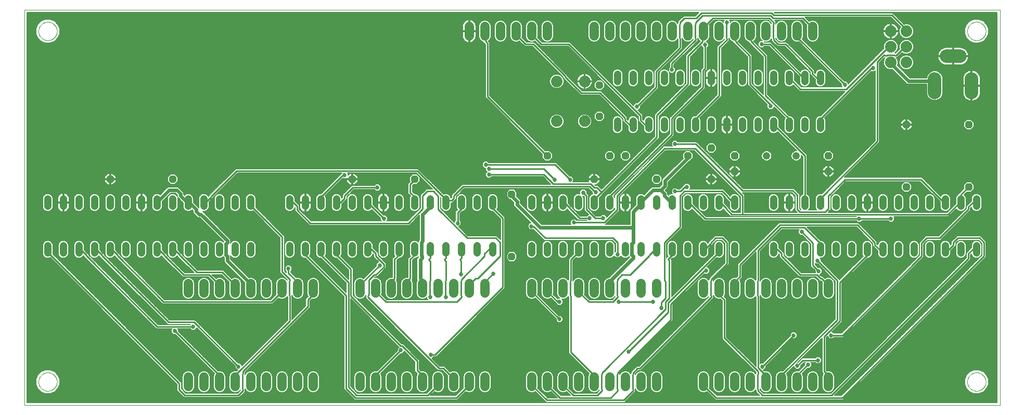
<source format=gbl>
G75*
%MOIN*%
%OFA0B0*%
%FSLAX25Y25*%
%IPPOS*%
%LPD*%
%AMOC8*
5,1,8,0,0,1.08239X$1,22.5*
%
%ADD10C,0.00000*%
%ADD11OC8,0.04800*%
%ADD12C,0.08600*%
%ADD13C,0.06000*%
%ADD14C,0.07400*%
%ADD15C,0.04800*%
%ADD16C,0.04800*%
%ADD17C,0.00600*%
%ADD18C,0.01000*%
%ADD19C,0.02700*%
%ADD20C,0.02400*%
D10*
X0001300Y0001300D02*
X0001300Y0255001D01*
X0626221Y0255001D01*
X0626221Y0001300D01*
X0001300Y0001300D01*
X0010394Y0016300D02*
X0010396Y0016453D01*
X0010402Y0016607D01*
X0010412Y0016760D01*
X0010426Y0016912D01*
X0010444Y0017065D01*
X0010466Y0017216D01*
X0010491Y0017367D01*
X0010521Y0017518D01*
X0010555Y0017668D01*
X0010592Y0017816D01*
X0010633Y0017964D01*
X0010678Y0018110D01*
X0010727Y0018256D01*
X0010780Y0018400D01*
X0010836Y0018542D01*
X0010896Y0018683D01*
X0010960Y0018823D01*
X0011027Y0018961D01*
X0011098Y0019097D01*
X0011173Y0019231D01*
X0011250Y0019363D01*
X0011332Y0019493D01*
X0011416Y0019621D01*
X0011504Y0019747D01*
X0011595Y0019870D01*
X0011689Y0019991D01*
X0011787Y0020109D01*
X0011887Y0020225D01*
X0011991Y0020338D01*
X0012097Y0020449D01*
X0012206Y0020557D01*
X0012318Y0020662D01*
X0012432Y0020763D01*
X0012550Y0020862D01*
X0012669Y0020958D01*
X0012791Y0021051D01*
X0012916Y0021140D01*
X0013043Y0021227D01*
X0013172Y0021309D01*
X0013303Y0021389D01*
X0013436Y0021465D01*
X0013571Y0021538D01*
X0013708Y0021607D01*
X0013847Y0021672D01*
X0013987Y0021734D01*
X0014129Y0021792D01*
X0014272Y0021847D01*
X0014417Y0021898D01*
X0014563Y0021945D01*
X0014710Y0021988D01*
X0014858Y0022027D01*
X0015007Y0022063D01*
X0015157Y0022094D01*
X0015308Y0022122D01*
X0015459Y0022146D01*
X0015612Y0022166D01*
X0015764Y0022182D01*
X0015917Y0022194D01*
X0016070Y0022202D01*
X0016223Y0022206D01*
X0016377Y0022206D01*
X0016530Y0022202D01*
X0016683Y0022194D01*
X0016836Y0022182D01*
X0016988Y0022166D01*
X0017141Y0022146D01*
X0017292Y0022122D01*
X0017443Y0022094D01*
X0017593Y0022063D01*
X0017742Y0022027D01*
X0017890Y0021988D01*
X0018037Y0021945D01*
X0018183Y0021898D01*
X0018328Y0021847D01*
X0018471Y0021792D01*
X0018613Y0021734D01*
X0018753Y0021672D01*
X0018892Y0021607D01*
X0019029Y0021538D01*
X0019164Y0021465D01*
X0019297Y0021389D01*
X0019428Y0021309D01*
X0019557Y0021227D01*
X0019684Y0021140D01*
X0019809Y0021051D01*
X0019931Y0020958D01*
X0020050Y0020862D01*
X0020168Y0020763D01*
X0020282Y0020662D01*
X0020394Y0020557D01*
X0020503Y0020449D01*
X0020609Y0020338D01*
X0020713Y0020225D01*
X0020813Y0020109D01*
X0020911Y0019991D01*
X0021005Y0019870D01*
X0021096Y0019747D01*
X0021184Y0019621D01*
X0021268Y0019493D01*
X0021350Y0019363D01*
X0021427Y0019231D01*
X0021502Y0019097D01*
X0021573Y0018961D01*
X0021640Y0018823D01*
X0021704Y0018683D01*
X0021764Y0018542D01*
X0021820Y0018400D01*
X0021873Y0018256D01*
X0021922Y0018110D01*
X0021967Y0017964D01*
X0022008Y0017816D01*
X0022045Y0017668D01*
X0022079Y0017518D01*
X0022109Y0017367D01*
X0022134Y0017216D01*
X0022156Y0017065D01*
X0022174Y0016912D01*
X0022188Y0016760D01*
X0022198Y0016607D01*
X0022204Y0016453D01*
X0022206Y0016300D01*
X0022204Y0016147D01*
X0022198Y0015993D01*
X0022188Y0015840D01*
X0022174Y0015688D01*
X0022156Y0015535D01*
X0022134Y0015384D01*
X0022109Y0015233D01*
X0022079Y0015082D01*
X0022045Y0014932D01*
X0022008Y0014784D01*
X0021967Y0014636D01*
X0021922Y0014490D01*
X0021873Y0014344D01*
X0021820Y0014200D01*
X0021764Y0014058D01*
X0021704Y0013917D01*
X0021640Y0013777D01*
X0021573Y0013639D01*
X0021502Y0013503D01*
X0021427Y0013369D01*
X0021350Y0013237D01*
X0021268Y0013107D01*
X0021184Y0012979D01*
X0021096Y0012853D01*
X0021005Y0012730D01*
X0020911Y0012609D01*
X0020813Y0012491D01*
X0020713Y0012375D01*
X0020609Y0012262D01*
X0020503Y0012151D01*
X0020394Y0012043D01*
X0020282Y0011938D01*
X0020168Y0011837D01*
X0020050Y0011738D01*
X0019931Y0011642D01*
X0019809Y0011549D01*
X0019684Y0011460D01*
X0019557Y0011373D01*
X0019428Y0011291D01*
X0019297Y0011211D01*
X0019164Y0011135D01*
X0019029Y0011062D01*
X0018892Y0010993D01*
X0018753Y0010928D01*
X0018613Y0010866D01*
X0018471Y0010808D01*
X0018328Y0010753D01*
X0018183Y0010702D01*
X0018037Y0010655D01*
X0017890Y0010612D01*
X0017742Y0010573D01*
X0017593Y0010537D01*
X0017443Y0010506D01*
X0017292Y0010478D01*
X0017141Y0010454D01*
X0016988Y0010434D01*
X0016836Y0010418D01*
X0016683Y0010406D01*
X0016530Y0010398D01*
X0016377Y0010394D01*
X0016223Y0010394D01*
X0016070Y0010398D01*
X0015917Y0010406D01*
X0015764Y0010418D01*
X0015612Y0010434D01*
X0015459Y0010454D01*
X0015308Y0010478D01*
X0015157Y0010506D01*
X0015007Y0010537D01*
X0014858Y0010573D01*
X0014710Y0010612D01*
X0014563Y0010655D01*
X0014417Y0010702D01*
X0014272Y0010753D01*
X0014129Y0010808D01*
X0013987Y0010866D01*
X0013847Y0010928D01*
X0013708Y0010993D01*
X0013571Y0011062D01*
X0013436Y0011135D01*
X0013303Y0011211D01*
X0013172Y0011291D01*
X0013043Y0011373D01*
X0012916Y0011460D01*
X0012791Y0011549D01*
X0012669Y0011642D01*
X0012550Y0011738D01*
X0012432Y0011837D01*
X0012318Y0011938D01*
X0012206Y0012043D01*
X0012097Y0012151D01*
X0011991Y0012262D01*
X0011887Y0012375D01*
X0011787Y0012491D01*
X0011689Y0012609D01*
X0011595Y0012730D01*
X0011504Y0012853D01*
X0011416Y0012979D01*
X0011332Y0013107D01*
X0011250Y0013237D01*
X0011173Y0013369D01*
X0011098Y0013503D01*
X0011027Y0013639D01*
X0010960Y0013777D01*
X0010896Y0013917D01*
X0010836Y0014058D01*
X0010780Y0014200D01*
X0010727Y0014344D01*
X0010678Y0014490D01*
X0010633Y0014636D01*
X0010592Y0014784D01*
X0010555Y0014932D01*
X0010521Y0015082D01*
X0010491Y0015233D01*
X0010466Y0015384D01*
X0010444Y0015535D01*
X0010426Y0015688D01*
X0010412Y0015840D01*
X0010402Y0015993D01*
X0010396Y0016147D01*
X0010394Y0016300D01*
X0010394Y0241300D02*
X0010396Y0241453D01*
X0010402Y0241607D01*
X0010412Y0241760D01*
X0010426Y0241912D01*
X0010444Y0242065D01*
X0010466Y0242216D01*
X0010491Y0242367D01*
X0010521Y0242518D01*
X0010555Y0242668D01*
X0010592Y0242816D01*
X0010633Y0242964D01*
X0010678Y0243110D01*
X0010727Y0243256D01*
X0010780Y0243400D01*
X0010836Y0243542D01*
X0010896Y0243683D01*
X0010960Y0243823D01*
X0011027Y0243961D01*
X0011098Y0244097D01*
X0011173Y0244231D01*
X0011250Y0244363D01*
X0011332Y0244493D01*
X0011416Y0244621D01*
X0011504Y0244747D01*
X0011595Y0244870D01*
X0011689Y0244991D01*
X0011787Y0245109D01*
X0011887Y0245225D01*
X0011991Y0245338D01*
X0012097Y0245449D01*
X0012206Y0245557D01*
X0012318Y0245662D01*
X0012432Y0245763D01*
X0012550Y0245862D01*
X0012669Y0245958D01*
X0012791Y0246051D01*
X0012916Y0246140D01*
X0013043Y0246227D01*
X0013172Y0246309D01*
X0013303Y0246389D01*
X0013436Y0246465D01*
X0013571Y0246538D01*
X0013708Y0246607D01*
X0013847Y0246672D01*
X0013987Y0246734D01*
X0014129Y0246792D01*
X0014272Y0246847D01*
X0014417Y0246898D01*
X0014563Y0246945D01*
X0014710Y0246988D01*
X0014858Y0247027D01*
X0015007Y0247063D01*
X0015157Y0247094D01*
X0015308Y0247122D01*
X0015459Y0247146D01*
X0015612Y0247166D01*
X0015764Y0247182D01*
X0015917Y0247194D01*
X0016070Y0247202D01*
X0016223Y0247206D01*
X0016377Y0247206D01*
X0016530Y0247202D01*
X0016683Y0247194D01*
X0016836Y0247182D01*
X0016988Y0247166D01*
X0017141Y0247146D01*
X0017292Y0247122D01*
X0017443Y0247094D01*
X0017593Y0247063D01*
X0017742Y0247027D01*
X0017890Y0246988D01*
X0018037Y0246945D01*
X0018183Y0246898D01*
X0018328Y0246847D01*
X0018471Y0246792D01*
X0018613Y0246734D01*
X0018753Y0246672D01*
X0018892Y0246607D01*
X0019029Y0246538D01*
X0019164Y0246465D01*
X0019297Y0246389D01*
X0019428Y0246309D01*
X0019557Y0246227D01*
X0019684Y0246140D01*
X0019809Y0246051D01*
X0019931Y0245958D01*
X0020050Y0245862D01*
X0020168Y0245763D01*
X0020282Y0245662D01*
X0020394Y0245557D01*
X0020503Y0245449D01*
X0020609Y0245338D01*
X0020713Y0245225D01*
X0020813Y0245109D01*
X0020911Y0244991D01*
X0021005Y0244870D01*
X0021096Y0244747D01*
X0021184Y0244621D01*
X0021268Y0244493D01*
X0021350Y0244363D01*
X0021427Y0244231D01*
X0021502Y0244097D01*
X0021573Y0243961D01*
X0021640Y0243823D01*
X0021704Y0243683D01*
X0021764Y0243542D01*
X0021820Y0243400D01*
X0021873Y0243256D01*
X0021922Y0243110D01*
X0021967Y0242964D01*
X0022008Y0242816D01*
X0022045Y0242668D01*
X0022079Y0242518D01*
X0022109Y0242367D01*
X0022134Y0242216D01*
X0022156Y0242065D01*
X0022174Y0241912D01*
X0022188Y0241760D01*
X0022198Y0241607D01*
X0022204Y0241453D01*
X0022206Y0241300D01*
X0022204Y0241147D01*
X0022198Y0240993D01*
X0022188Y0240840D01*
X0022174Y0240688D01*
X0022156Y0240535D01*
X0022134Y0240384D01*
X0022109Y0240233D01*
X0022079Y0240082D01*
X0022045Y0239932D01*
X0022008Y0239784D01*
X0021967Y0239636D01*
X0021922Y0239490D01*
X0021873Y0239344D01*
X0021820Y0239200D01*
X0021764Y0239058D01*
X0021704Y0238917D01*
X0021640Y0238777D01*
X0021573Y0238639D01*
X0021502Y0238503D01*
X0021427Y0238369D01*
X0021350Y0238237D01*
X0021268Y0238107D01*
X0021184Y0237979D01*
X0021096Y0237853D01*
X0021005Y0237730D01*
X0020911Y0237609D01*
X0020813Y0237491D01*
X0020713Y0237375D01*
X0020609Y0237262D01*
X0020503Y0237151D01*
X0020394Y0237043D01*
X0020282Y0236938D01*
X0020168Y0236837D01*
X0020050Y0236738D01*
X0019931Y0236642D01*
X0019809Y0236549D01*
X0019684Y0236460D01*
X0019557Y0236373D01*
X0019428Y0236291D01*
X0019297Y0236211D01*
X0019164Y0236135D01*
X0019029Y0236062D01*
X0018892Y0235993D01*
X0018753Y0235928D01*
X0018613Y0235866D01*
X0018471Y0235808D01*
X0018328Y0235753D01*
X0018183Y0235702D01*
X0018037Y0235655D01*
X0017890Y0235612D01*
X0017742Y0235573D01*
X0017593Y0235537D01*
X0017443Y0235506D01*
X0017292Y0235478D01*
X0017141Y0235454D01*
X0016988Y0235434D01*
X0016836Y0235418D01*
X0016683Y0235406D01*
X0016530Y0235398D01*
X0016377Y0235394D01*
X0016223Y0235394D01*
X0016070Y0235398D01*
X0015917Y0235406D01*
X0015764Y0235418D01*
X0015612Y0235434D01*
X0015459Y0235454D01*
X0015308Y0235478D01*
X0015157Y0235506D01*
X0015007Y0235537D01*
X0014858Y0235573D01*
X0014710Y0235612D01*
X0014563Y0235655D01*
X0014417Y0235702D01*
X0014272Y0235753D01*
X0014129Y0235808D01*
X0013987Y0235866D01*
X0013847Y0235928D01*
X0013708Y0235993D01*
X0013571Y0236062D01*
X0013436Y0236135D01*
X0013303Y0236211D01*
X0013172Y0236291D01*
X0013043Y0236373D01*
X0012916Y0236460D01*
X0012791Y0236549D01*
X0012669Y0236642D01*
X0012550Y0236738D01*
X0012432Y0236837D01*
X0012318Y0236938D01*
X0012206Y0237043D01*
X0012097Y0237151D01*
X0011991Y0237262D01*
X0011887Y0237375D01*
X0011787Y0237491D01*
X0011689Y0237609D01*
X0011595Y0237730D01*
X0011504Y0237853D01*
X0011416Y0237979D01*
X0011332Y0238107D01*
X0011250Y0238237D01*
X0011173Y0238369D01*
X0011098Y0238503D01*
X0011027Y0238639D01*
X0010960Y0238777D01*
X0010896Y0238917D01*
X0010836Y0239058D01*
X0010780Y0239200D01*
X0010727Y0239344D01*
X0010678Y0239490D01*
X0010633Y0239636D01*
X0010592Y0239784D01*
X0010555Y0239932D01*
X0010521Y0240082D01*
X0010491Y0240233D01*
X0010466Y0240384D01*
X0010444Y0240535D01*
X0010426Y0240688D01*
X0010412Y0240840D01*
X0010402Y0240993D01*
X0010396Y0241147D01*
X0010394Y0241300D01*
X0605394Y0241300D02*
X0605396Y0241453D01*
X0605402Y0241607D01*
X0605412Y0241760D01*
X0605426Y0241912D01*
X0605444Y0242065D01*
X0605466Y0242216D01*
X0605491Y0242367D01*
X0605521Y0242518D01*
X0605555Y0242668D01*
X0605592Y0242816D01*
X0605633Y0242964D01*
X0605678Y0243110D01*
X0605727Y0243256D01*
X0605780Y0243400D01*
X0605836Y0243542D01*
X0605896Y0243683D01*
X0605960Y0243823D01*
X0606027Y0243961D01*
X0606098Y0244097D01*
X0606173Y0244231D01*
X0606250Y0244363D01*
X0606332Y0244493D01*
X0606416Y0244621D01*
X0606504Y0244747D01*
X0606595Y0244870D01*
X0606689Y0244991D01*
X0606787Y0245109D01*
X0606887Y0245225D01*
X0606991Y0245338D01*
X0607097Y0245449D01*
X0607206Y0245557D01*
X0607318Y0245662D01*
X0607432Y0245763D01*
X0607550Y0245862D01*
X0607669Y0245958D01*
X0607791Y0246051D01*
X0607916Y0246140D01*
X0608043Y0246227D01*
X0608172Y0246309D01*
X0608303Y0246389D01*
X0608436Y0246465D01*
X0608571Y0246538D01*
X0608708Y0246607D01*
X0608847Y0246672D01*
X0608987Y0246734D01*
X0609129Y0246792D01*
X0609272Y0246847D01*
X0609417Y0246898D01*
X0609563Y0246945D01*
X0609710Y0246988D01*
X0609858Y0247027D01*
X0610007Y0247063D01*
X0610157Y0247094D01*
X0610308Y0247122D01*
X0610459Y0247146D01*
X0610612Y0247166D01*
X0610764Y0247182D01*
X0610917Y0247194D01*
X0611070Y0247202D01*
X0611223Y0247206D01*
X0611377Y0247206D01*
X0611530Y0247202D01*
X0611683Y0247194D01*
X0611836Y0247182D01*
X0611988Y0247166D01*
X0612141Y0247146D01*
X0612292Y0247122D01*
X0612443Y0247094D01*
X0612593Y0247063D01*
X0612742Y0247027D01*
X0612890Y0246988D01*
X0613037Y0246945D01*
X0613183Y0246898D01*
X0613328Y0246847D01*
X0613471Y0246792D01*
X0613613Y0246734D01*
X0613753Y0246672D01*
X0613892Y0246607D01*
X0614029Y0246538D01*
X0614164Y0246465D01*
X0614297Y0246389D01*
X0614428Y0246309D01*
X0614557Y0246227D01*
X0614684Y0246140D01*
X0614809Y0246051D01*
X0614931Y0245958D01*
X0615050Y0245862D01*
X0615168Y0245763D01*
X0615282Y0245662D01*
X0615394Y0245557D01*
X0615503Y0245449D01*
X0615609Y0245338D01*
X0615713Y0245225D01*
X0615813Y0245109D01*
X0615911Y0244991D01*
X0616005Y0244870D01*
X0616096Y0244747D01*
X0616184Y0244621D01*
X0616268Y0244493D01*
X0616350Y0244363D01*
X0616427Y0244231D01*
X0616502Y0244097D01*
X0616573Y0243961D01*
X0616640Y0243823D01*
X0616704Y0243683D01*
X0616764Y0243542D01*
X0616820Y0243400D01*
X0616873Y0243256D01*
X0616922Y0243110D01*
X0616967Y0242964D01*
X0617008Y0242816D01*
X0617045Y0242668D01*
X0617079Y0242518D01*
X0617109Y0242367D01*
X0617134Y0242216D01*
X0617156Y0242065D01*
X0617174Y0241912D01*
X0617188Y0241760D01*
X0617198Y0241607D01*
X0617204Y0241453D01*
X0617206Y0241300D01*
X0617204Y0241147D01*
X0617198Y0240993D01*
X0617188Y0240840D01*
X0617174Y0240688D01*
X0617156Y0240535D01*
X0617134Y0240384D01*
X0617109Y0240233D01*
X0617079Y0240082D01*
X0617045Y0239932D01*
X0617008Y0239784D01*
X0616967Y0239636D01*
X0616922Y0239490D01*
X0616873Y0239344D01*
X0616820Y0239200D01*
X0616764Y0239058D01*
X0616704Y0238917D01*
X0616640Y0238777D01*
X0616573Y0238639D01*
X0616502Y0238503D01*
X0616427Y0238369D01*
X0616350Y0238237D01*
X0616268Y0238107D01*
X0616184Y0237979D01*
X0616096Y0237853D01*
X0616005Y0237730D01*
X0615911Y0237609D01*
X0615813Y0237491D01*
X0615713Y0237375D01*
X0615609Y0237262D01*
X0615503Y0237151D01*
X0615394Y0237043D01*
X0615282Y0236938D01*
X0615168Y0236837D01*
X0615050Y0236738D01*
X0614931Y0236642D01*
X0614809Y0236549D01*
X0614684Y0236460D01*
X0614557Y0236373D01*
X0614428Y0236291D01*
X0614297Y0236211D01*
X0614164Y0236135D01*
X0614029Y0236062D01*
X0613892Y0235993D01*
X0613753Y0235928D01*
X0613613Y0235866D01*
X0613471Y0235808D01*
X0613328Y0235753D01*
X0613183Y0235702D01*
X0613037Y0235655D01*
X0612890Y0235612D01*
X0612742Y0235573D01*
X0612593Y0235537D01*
X0612443Y0235506D01*
X0612292Y0235478D01*
X0612141Y0235454D01*
X0611988Y0235434D01*
X0611836Y0235418D01*
X0611683Y0235406D01*
X0611530Y0235398D01*
X0611377Y0235394D01*
X0611223Y0235394D01*
X0611070Y0235398D01*
X0610917Y0235406D01*
X0610764Y0235418D01*
X0610612Y0235434D01*
X0610459Y0235454D01*
X0610308Y0235478D01*
X0610157Y0235506D01*
X0610007Y0235537D01*
X0609858Y0235573D01*
X0609710Y0235612D01*
X0609563Y0235655D01*
X0609417Y0235702D01*
X0609272Y0235753D01*
X0609129Y0235808D01*
X0608987Y0235866D01*
X0608847Y0235928D01*
X0608708Y0235993D01*
X0608571Y0236062D01*
X0608436Y0236135D01*
X0608303Y0236211D01*
X0608172Y0236291D01*
X0608043Y0236373D01*
X0607916Y0236460D01*
X0607791Y0236549D01*
X0607669Y0236642D01*
X0607550Y0236738D01*
X0607432Y0236837D01*
X0607318Y0236938D01*
X0607206Y0237043D01*
X0607097Y0237151D01*
X0606991Y0237262D01*
X0606887Y0237375D01*
X0606787Y0237491D01*
X0606689Y0237609D01*
X0606595Y0237730D01*
X0606504Y0237853D01*
X0606416Y0237979D01*
X0606332Y0238107D01*
X0606250Y0238237D01*
X0606173Y0238369D01*
X0606098Y0238503D01*
X0606027Y0238639D01*
X0605960Y0238777D01*
X0605896Y0238917D01*
X0605836Y0239058D01*
X0605780Y0239200D01*
X0605727Y0239344D01*
X0605678Y0239490D01*
X0605633Y0239636D01*
X0605592Y0239784D01*
X0605555Y0239932D01*
X0605521Y0240082D01*
X0605491Y0240233D01*
X0605466Y0240384D01*
X0605444Y0240535D01*
X0605426Y0240688D01*
X0605412Y0240840D01*
X0605402Y0240993D01*
X0605396Y0241147D01*
X0605394Y0241300D01*
X0605394Y0016300D02*
X0605396Y0016453D01*
X0605402Y0016607D01*
X0605412Y0016760D01*
X0605426Y0016912D01*
X0605444Y0017065D01*
X0605466Y0017216D01*
X0605491Y0017367D01*
X0605521Y0017518D01*
X0605555Y0017668D01*
X0605592Y0017816D01*
X0605633Y0017964D01*
X0605678Y0018110D01*
X0605727Y0018256D01*
X0605780Y0018400D01*
X0605836Y0018542D01*
X0605896Y0018683D01*
X0605960Y0018823D01*
X0606027Y0018961D01*
X0606098Y0019097D01*
X0606173Y0019231D01*
X0606250Y0019363D01*
X0606332Y0019493D01*
X0606416Y0019621D01*
X0606504Y0019747D01*
X0606595Y0019870D01*
X0606689Y0019991D01*
X0606787Y0020109D01*
X0606887Y0020225D01*
X0606991Y0020338D01*
X0607097Y0020449D01*
X0607206Y0020557D01*
X0607318Y0020662D01*
X0607432Y0020763D01*
X0607550Y0020862D01*
X0607669Y0020958D01*
X0607791Y0021051D01*
X0607916Y0021140D01*
X0608043Y0021227D01*
X0608172Y0021309D01*
X0608303Y0021389D01*
X0608436Y0021465D01*
X0608571Y0021538D01*
X0608708Y0021607D01*
X0608847Y0021672D01*
X0608987Y0021734D01*
X0609129Y0021792D01*
X0609272Y0021847D01*
X0609417Y0021898D01*
X0609563Y0021945D01*
X0609710Y0021988D01*
X0609858Y0022027D01*
X0610007Y0022063D01*
X0610157Y0022094D01*
X0610308Y0022122D01*
X0610459Y0022146D01*
X0610612Y0022166D01*
X0610764Y0022182D01*
X0610917Y0022194D01*
X0611070Y0022202D01*
X0611223Y0022206D01*
X0611377Y0022206D01*
X0611530Y0022202D01*
X0611683Y0022194D01*
X0611836Y0022182D01*
X0611988Y0022166D01*
X0612141Y0022146D01*
X0612292Y0022122D01*
X0612443Y0022094D01*
X0612593Y0022063D01*
X0612742Y0022027D01*
X0612890Y0021988D01*
X0613037Y0021945D01*
X0613183Y0021898D01*
X0613328Y0021847D01*
X0613471Y0021792D01*
X0613613Y0021734D01*
X0613753Y0021672D01*
X0613892Y0021607D01*
X0614029Y0021538D01*
X0614164Y0021465D01*
X0614297Y0021389D01*
X0614428Y0021309D01*
X0614557Y0021227D01*
X0614684Y0021140D01*
X0614809Y0021051D01*
X0614931Y0020958D01*
X0615050Y0020862D01*
X0615168Y0020763D01*
X0615282Y0020662D01*
X0615394Y0020557D01*
X0615503Y0020449D01*
X0615609Y0020338D01*
X0615713Y0020225D01*
X0615813Y0020109D01*
X0615911Y0019991D01*
X0616005Y0019870D01*
X0616096Y0019747D01*
X0616184Y0019621D01*
X0616268Y0019493D01*
X0616350Y0019363D01*
X0616427Y0019231D01*
X0616502Y0019097D01*
X0616573Y0018961D01*
X0616640Y0018823D01*
X0616704Y0018683D01*
X0616764Y0018542D01*
X0616820Y0018400D01*
X0616873Y0018256D01*
X0616922Y0018110D01*
X0616967Y0017964D01*
X0617008Y0017816D01*
X0617045Y0017668D01*
X0617079Y0017518D01*
X0617109Y0017367D01*
X0617134Y0017216D01*
X0617156Y0017065D01*
X0617174Y0016912D01*
X0617188Y0016760D01*
X0617198Y0016607D01*
X0617204Y0016453D01*
X0617206Y0016300D01*
X0617204Y0016147D01*
X0617198Y0015993D01*
X0617188Y0015840D01*
X0617174Y0015688D01*
X0617156Y0015535D01*
X0617134Y0015384D01*
X0617109Y0015233D01*
X0617079Y0015082D01*
X0617045Y0014932D01*
X0617008Y0014784D01*
X0616967Y0014636D01*
X0616922Y0014490D01*
X0616873Y0014344D01*
X0616820Y0014200D01*
X0616764Y0014058D01*
X0616704Y0013917D01*
X0616640Y0013777D01*
X0616573Y0013639D01*
X0616502Y0013503D01*
X0616427Y0013369D01*
X0616350Y0013237D01*
X0616268Y0013107D01*
X0616184Y0012979D01*
X0616096Y0012853D01*
X0616005Y0012730D01*
X0615911Y0012609D01*
X0615813Y0012491D01*
X0615713Y0012375D01*
X0615609Y0012262D01*
X0615503Y0012151D01*
X0615394Y0012043D01*
X0615282Y0011938D01*
X0615168Y0011837D01*
X0615050Y0011738D01*
X0614931Y0011642D01*
X0614809Y0011549D01*
X0614684Y0011460D01*
X0614557Y0011373D01*
X0614428Y0011291D01*
X0614297Y0011211D01*
X0614164Y0011135D01*
X0614029Y0011062D01*
X0613892Y0010993D01*
X0613753Y0010928D01*
X0613613Y0010866D01*
X0613471Y0010808D01*
X0613328Y0010753D01*
X0613183Y0010702D01*
X0613037Y0010655D01*
X0612890Y0010612D01*
X0612742Y0010573D01*
X0612593Y0010537D01*
X0612443Y0010506D01*
X0612292Y0010478D01*
X0612141Y0010454D01*
X0611988Y0010434D01*
X0611836Y0010418D01*
X0611683Y0010406D01*
X0611530Y0010398D01*
X0611377Y0010394D01*
X0611223Y0010394D01*
X0611070Y0010398D01*
X0610917Y0010406D01*
X0610764Y0010418D01*
X0610612Y0010434D01*
X0610459Y0010454D01*
X0610308Y0010478D01*
X0610157Y0010506D01*
X0610007Y0010537D01*
X0609858Y0010573D01*
X0609710Y0010612D01*
X0609563Y0010655D01*
X0609417Y0010702D01*
X0609272Y0010753D01*
X0609129Y0010808D01*
X0608987Y0010866D01*
X0608847Y0010928D01*
X0608708Y0010993D01*
X0608571Y0011062D01*
X0608436Y0011135D01*
X0608303Y0011211D01*
X0608172Y0011291D01*
X0608043Y0011373D01*
X0607916Y0011460D01*
X0607791Y0011549D01*
X0607669Y0011642D01*
X0607550Y0011738D01*
X0607432Y0011837D01*
X0607318Y0011938D01*
X0607206Y0012043D01*
X0607097Y0012151D01*
X0606991Y0012262D01*
X0606887Y0012375D01*
X0606787Y0012491D01*
X0606689Y0012609D01*
X0606595Y0012730D01*
X0606504Y0012853D01*
X0606416Y0012979D01*
X0606332Y0013107D01*
X0606250Y0013237D01*
X0606173Y0013369D01*
X0606098Y0013503D01*
X0606027Y0013639D01*
X0605960Y0013777D01*
X0605896Y0013917D01*
X0605836Y0014058D01*
X0605780Y0014200D01*
X0605727Y0014344D01*
X0605678Y0014490D01*
X0605633Y0014636D01*
X0605592Y0014784D01*
X0605555Y0014932D01*
X0605521Y0015082D01*
X0605491Y0015233D01*
X0605466Y0015384D01*
X0605444Y0015535D01*
X0605426Y0015688D01*
X0605412Y0015840D01*
X0605402Y0015993D01*
X0605396Y0016147D01*
X0605394Y0016300D01*
D11*
X0606300Y0141300D03*
X0566300Y0141300D03*
X0516300Y0151300D03*
X0516300Y0161300D03*
X0566300Y0181300D03*
X0606300Y0181300D03*
X0456300Y0161300D03*
X0441300Y0166300D03*
X0426300Y0161300D03*
X0456300Y0151300D03*
X0441300Y0146300D03*
X0406300Y0146300D03*
X0386300Y0161300D03*
X0376300Y0161300D03*
X0366300Y0146300D03*
X0336300Y0161300D03*
X0313500Y0136700D03*
X0251300Y0146300D03*
X0211300Y0146300D03*
X0313500Y0096700D03*
X0369700Y0186600D03*
X0369700Y0206600D03*
X0096300Y0146300D03*
X0056300Y0146300D03*
D12*
X0584489Y0202000D02*
X0584489Y0210600D01*
X0608111Y0210600D02*
X0608111Y0202000D01*
X0600600Y0225198D02*
X0592000Y0225198D01*
D13*
X0506300Y0238300D02*
X0506300Y0244300D01*
X0496300Y0244300D02*
X0496300Y0238300D01*
X0486300Y0238300D02*
X0486300Y0244300D01*
X0476300Y0244300D02*
X0476300Y0238300D01*
X0466300Y0238300D02*
X0466300Y0244300D01*
X0456300Y0244300D02*
X0456300Y0238300D01*
X0446300Y0238300D02*
X0446300Y0244300D01*
X0436300Y0244300D02*
X0436300Y0238300D01*
X0426300Y0238300D02*
X0426300Y0244300D01*
X0416300Y0244300D02*
X0416300Y0238300D01*
X0406300Y0238300D02*
X0406300Y0244300D01*
X0396300Y0244300D02*
X0396300Y0238300D01*
X0386300Y0238300D02*
X0386300Y0244300D01*
X0376300Y0244300D02*
X0376300Y0238300D01*
X0366300Y0238300D02*
X0366300Y0244300D01*
X0336300Y0244300D02*
X0336300Y0238300D01*
X0326300Y0238300D02*
X0326300Y0244300D01*
X0316300Y0244300D02*
X0316300Y0238300D01*
X0306300Y0238300D02*
X0306300Y0244300D01*
X0296300Y0244300D02*
X0296300Y0238300D01*
X0286300Y0238300D02*
X0286300Y0244300D01*
X0286300Y0079300D02*
X0286300Y0073300D01*
X0296300Y0073300D02*
X0296300Y0079300D01*
X0276300Y0079300D02*
X0276300Y0073300D01*
X0266300Y0073300D02*
X0266300Y0079300D01*
X0256300Y0079300D02*
X0256300Y0073300D01*
X0246300Y0073300D02*
X0246300Y0079300D01*
X0236300Y0079300D02*
X0236300Y0073300D01*
X0226300Y0073300D02*
X0226300Y0079300D01*
X0216300Y0079300D02*
X0216300Y0073300D01*
X0186300Y0073300D02*
X0186300Y0079300D01*
X0176300Y0079300D02*
X0176300Y0073300D01*
X0166300Y0073300D02*
X0166300Y0079300D01*
X0156300Y0079300D02*
X0156300Y0073300D01*
X0146300Y0073300D02*
X0146300Y0079300D01*
X0136300Y0079300D02*
X0136300Y0073300D01*
X0126300Y0073300D02*
X0126300Y0079300D01*
X0116300Y0079300D02*
X0116300Y0073300D01*
X0106300Y0073300D02*
X0106300Y0079300D01*
X0106300Y0019300D02*
X0106300Y0013300D01*
X0116300Y0013300D02*
X0116300Y0019300D01*
X0126300Y0019300D02*
X0126300Y0013300D01*
X0136300Y0013300D02*
X0136300Y0019300D01*
X0146300Y0019300D02*
X0146300Y0013300D01*
X0156300Y0013300D02*
X0156300Y0019300D01*
X0166300Y0019300D02*
X0166300Y0013300D01*
X0176300Y0013300D02*
X0176300Y0019300D01*
X0186300Y0019300D02*
X0186300Y0013300D01*
X0216300Y0013300D02*
X0216300Y0019300D01*
X0226300Y0019300D02*
X0226300Y0013300D01*
X0236300Y0013300D02*
X0236300Y0019300D01*
X0246300Y0019300D02*
X0246300Y0013300D01*
X0256300Y0013300D02*
X0256300Y0019300D01*
X0266300Y0019300D02*
X0266300Y0013300D01*
X0276300Y0013300D02*
X0276300Y0019300D01*
X0286300Y0019300D02*
X0286300Y0013300D01*
X0296300Y0013300D02*
X0296300Y0019300D01*
X0326300Y0019300D02*
X0326300Y0013300D01*
X0336300Y0013300D02*
X0336300Y0019300D01*
X0346300Y0019300D02*
X0346300Y0013300D01*
X0356300Y0013300D02*
X0356300Y0019300D01*
X0366300Y0019300D02*
X0366300Y0013300D01*
X0376300Y0013300D02*
X0376300Y0019300D01*
X0386300Y0019300D02*
X0386300Y0013300D01*
X0396300Y0013300D02*
X0396300Y0019300D01*
X0406300Y0019300D02*
X0406300Y0013300D01*
X0436300Y0013300D02*
X0436300Y0019300D01*
X0446300Y0019300D02*
X0446300Y0013300D01*
X0456300Y0013300D02*
X0456300Y0019300D01*
X0466300Y0019300D02*
X0466300Y0013300D01*
X0476300Y0013300D02*
X0476300Y0019300D01*
X0486300Y0019300D02*
X0486300Y0013300D01*
X0496300Y0013300D02*
X0496300Y0019300D01*
X0506300Y0019300D02*
X0506300Y0013300D01*
X0516300Y0013300D02*
X0516300Y0019300D01*
X0516300Y0073300D02*
X0516300Y0079300D01*
X0506300Y0079300D02*
X0506300Y0073300D01*
X0496300Y0073300D02*
X0496300Y0079300D01*
X0486300Y0079300D02*
X0486300Y0073300D01*
X0476300Y0073300D02*
X0476300Y0079300D01*
X0466300Y0079300D02*
X0466300Y0073300D01*
X0456300Y0073300D02*
X0456300Y0079300D01*
X0446300Y0079300D02*
X0446300Y0073300D01*
X0436300Y0073300D02*
X0436300Y0079300D01*
X0406300Y0079300D02*
X0406300Y0073300D01*
X0396300Y0073300D02*
X0396300Y0079300D01*
X0386300Y0079300D02*
X0386300Y0073300D01*
X0376300Y0073300D02*
X0376300Y0079300D01*
X0366300Y0079300D02*
X0366300Y0073300D01*
X0356300Y0073300D02*
X0356300Y0079300D01*
X0346300Y0079300D02*
X0346300Y0073300D01*
X0336300Y0073300D02*
X0336300Y0079300D01*
X0326300Y0079300D02*
X0326300Y0073300D01*
D14*
X0342400Y0183500D03*
X0360200Y0183500D03*
X0360200Y0209100D03*
X0342400Y0209100D03*
X0556300Y0221300D03*
X0566300Y0221300D03*
X0566300Y0231300D03*
X0556300Y0231300D03*
X0556300Y0241300D03*
X0566300Y0241300D03*
D15*
X0495800Y0161300D03*
X0476800Y0161300D03*
D16*
X0481300Y0178900D02*
X0481300Y0183700D01*
X0491300Y0183700D02*
X0491300Y0178900D01*
X0501300Y0178900D02*
X0501300Y0183700D01*
X0511300Y0183700D02*
X0511300Y0178900D01*
X0471300Y0178900D02*
X0471300Y0183700D01*
X0461300Y0183700D02*
X0461300Y0178900D01*
X0451300Y0178900D02*
X0451300Y0183700D01*
X0441300Y0183700D02*
X0441300Y0178900D01*
X0431300Y0178900D02*
X0431300Y0183700D01*
X0421300Y0183700D02*
X0421300Y0178900D01*
X0411300Y0178900D02*
X0411300Y0183700D01*
X0401300Y0183700D02*
X0401300Y0178900D01*
X0391300Y0178900D02*
X0391300Y0183700D01*
X0381300Y0183700D02*
X0381300Y0178900D01*
X0381300Y0208900D02*
X0381300Y0213700D01*
X0391300Y0213700D02*
X0391300Y0208900D01*
X0401300Y0208900D02*
X0401300Y0213700D01*
X0411300Y0213700D02*
X0411300Y0208900D01*
X0421300Y0208900D02*
X0421300Y0213700D01*
X0431300Y0213700D02*
X0431300Y0208900D01*
X0441300Y0208900D02*
X0441300Y0213700D01*
X0451300Y0213700D02*
X0451300Y0208900D01*
X0461300Y0208900D02*
X0461300Y0213700D01*
X0471300Y0213700D02*
X0471300Y0208900D01*
X0481300Y0208900D02*
X0481300Y0213700D01*
X0491300Y0213700D02*
X0491300Y0208900D01*
X0501300Y0208900D02*
X0501300Y0213700D01*
X0511300Y0213700D02*
X0511300Y0208900D01*
X0511300Y0133700D02*
X0511300Y0128900D01*
X0501300Y0128900D02*
X0501300Y0133700D01*
X0491300Y0133700D02*
X0491300Y0128900D01*
X0481300Y0128900D02*
X0481300Y0133700D01*
X0456300Y0133700D02*
X0456300Y0128900D01*
X0446300Y0128900D02*
X0446300Y0133700D01*
X0436300Y0133700D02*
X0436300Y0128900D01*
X0426300Y0128900D02*
X0426300Y0133700D01*
X0416300Y0133700D02*
X0416300Y0128900D01*
X0406300Y0128900D02*
X0406300Y0133700D01*
X0396300Y0133700D02*
X0396300Y0128900D01*
X0386300Y0128900D02*
X0386300Y0133700D01*
X0376300Y0133700D02*
X0376300Y0128900D01*
X0366300Y0128900D02*
X0366300Y0133700D01*
X0356300Y0133700D02*
X0356300Y0128900D01*
X0346300Y0128900D02*
X0346300Y0133700D01*
X0336300Y0133700D02*
X0336300Y0128900D01*
X0326300Y0128900D02*
X0326300Y0133700D01*
X0301300Y0133700D02*
X0301300Y0128900D01*
X0291300Y0128900D02*
X0291300Y0133700D01*
X0281300Y0133700D02*
X0281300Y0128900D01*
X0271300Y0128900D02*
X0271300Y0133700D01*
X0261300Y0133700D02*
X0261300Y0128900D01*
X0251300Y0128900D02*
X0251300Y0133700D01*
X0241300Y0133700D02*
X0241300Y0128900D01*
X0231300Y0128900D02*
X0231300Y0133700D01*
X0221300Y0133700D02*
X0221300Y0128900D01*
X0211300Y0128900D02*
X0211300Y0133700D01*
X0201300Y0133700D02*
X0201300Y0128900D01*
X0191300Y0128900D02*
X0191300Y0133700D01*
X0181300Y0133700D02*
X0181300Y0128900D01*
X0171300Y0128900D02*
X0171300Y0133700D01*
X0146300Y0133700D02*
X0146300Y0128900D01*
X0136300Y0128900D02*
X0136300Y0133700D01*
X0126300Y0133700D02*
X0126300Y0128900D01*
X0116300Y0128900D02*
X0116300Y0133700D01*
X0106300Y0133700D02*
X0106300Y0128900D01*
X0096300Y0128900D02*
X0096300Y0133700D01*
X0086300Y0133700D02*
X0086300Y0128900D01*
X0076300Y0128900D02*
X0076300Y0133700D01*
X0066300Y0133700D02*
X0066300Y0128900D01*
X0056300Y0128900D02*
X0056300Y0133700D01*
X0046300Y0133700D02*
X0046300Y0128900D01*
X0036300Y0128900D02*
X0036300Y0133700D01*
X0026300Y0133700D02*
X0026300Y0128900D01*
X0016300Y0128900D02*
X0016300Y0133700D01*
X0016300Y0103700D02*
X0016300Y0098900D01*
X0026300Y0098900D02*
X0026300Y0103700D01*
X0036300Y0103700D02*
X0036300Y0098900D01*
X0046300Y0098900D02*
X0046300Y0103700D01*
X0056300Y0103700D02*
X0056300Y0098900D01*
X0066300Y0098900D02*
X0066300Y0103700D01*
X0076300Y0103700D02*
X0076300Y0098900D01*
X0086300Y0098900D02*
X0086300Y0103700D01*
X0096300Y0103700D02*
X0096300Y0098900D01*
X0106300Y0098900D02*
X0106300Y0103700D01*
X0116300Y0103700D02*
X0116300Y0098900D01*
X0126300Y0098900D02*
X0126300Y0103700D01*
X0136300Y0103700D02*
X0136300Y0098900D01*
X0146300Y0098900D02*
X0146300Y0103700D01*
X0171300Y0103700D02*
X0171300Y0098900D01*
X0181300Y0098900D02*
X0181300Y0103700D01*
X0191300Y0103700D02*
X0191300Y0098900D01*
X0201300Y0098900D02*
X0201300Y0103700D01*
X0211300Y0103700D02*
X0211300Y0098900D01*
X0221300Y0098900D02*
X0221300Y0103700D01*
X0231300Y0103700D02*
X0231300Y0098900D01*
X0241300Y0098900D02*
X0241300Y0103700D01*
X0251300Y0103700D02*
X0251300Y0098900D01*
X0261300Y0098900D02*
X0261300Y0103700D01*
X0271300Y0103700D02*
X0271300Y0098900D01*
X0281300Y0098900D02*
X0281300Y0103700D01*
X0291300Y0103700D02*
X0291300Y0098900D01*
X0301300Y0098900D02*
X0301300Y0103700D01*
X0326300Y0103700D02*
X0326300Y0098900D01*
X0336300Y0098900D02*
X0336300Y0103700D01*
X0346300Y0103700D02*
X0346300Y0098900D01*
X0356300Y0098900D02*
X0356300Y0103700D01*
X0366300Y0103700D02*
X0366300Y0098900D01*
X0376300Y0098900D02*
X0376300Y0103700D01*
X0386300Y0103700D02*
X0386300Y0098900D01*
X0396300Y0098900D02*
X0396300Y0103700D01*
X0406300Y0103700D02*
X0406300Y0098900D01*
X0416300Y0098900D02*
X0416300Y0103700D01*
X0426300Y0103700D02*
X0426300Y0098900D01*
X0436300Y0098900D02*
X0436300Y0103700D01*
X0446300Y0103700D02*
X0446300Y0098900D01*
X0456300Y0098900D02*
X0456300Y0103700D01*
X0481300Y0103700D02*
X0481300Y0098900D01*
X0491300Y0098900D02*
X0491300Y0103700D01*
X0501300Y0103700D02*
X0501300Y0098900D01*
X0511300Y0098900D02*
X0511300Y0103700D01*
X0521300Y0103700D02*
X0521300Y0098900D01*
X0531300Y0098900D02*
X0531300Y0103700D01*
X0541300Y0103700D02*
X0541300Y0098900D01*
X0551300Y0098900D02*
X0551300Y0103700D01*
X0561300Y0103700D02*
X0561300Y0098900D01*
X0571300Y0098900D02*
X0571300Y0103700D01*
X0581300Y0103700D02*
X0581300Y0098900D01*
X0591300Y0098900D02*
X0591300Y0103700D01*
X0601300Y0103700D02*
X0601300Y0098900D01*
X0611300Y0098900D02*
X0611300Y0103700D01*
X0611300Y0128900D02*
X0611300Y0133700D01*
X0601300Y0133700D02*
X0601300Y0128900D01*
X0591300Y0128900D02*
X0591300Y0133700D01*
X0581300Y0133700D02*
X0581300Y0128900D01*
X0571300Y0128900D02*
X0571300Y0133700D01*
X0561300Y0133700D02*
X0561300Y0128900D01*
X0551300Y0128900D02*
X0551300Y0133700D01*
X0541300Y0133700D02*
X0541300Y0128900D01*
X0531300Y0128900D02*
X0531300Y0133700D01*
X0521300Y0133700D02*
X0521300Y0128900D01*
D17*
X0524328Y0127586D02*
X0528272Y0127586D01*
X0528502Y0127031D02*
X0529431Y0126102D01*
X0530644Y0125600D01*
X0531956Y0125600D01*
X0533169Y0126102D01*
X0534098Y0127031D01*
X0534600Y0128244D01*
X0534600Y0134356D01*
X0534098Y0135569D01*
X0533169Y0136498D01*
X0531956Y0137000D01*
X0530644Y0137000D01*
X0529431Y0136498D01*
X0528502Y0135569D01*
X0528000Y0134356D01*
X0528000Y0128244D01*
X0528502Y0127031D01*
X0528546Y0126987D02*
X0524054Y0126987D01*
X0524098Y0127031D02*
X0524600Y0128244D01*
X0524600Y0134356D01*
X0524098Y0135569D01*
X0523169Y0136498D01*
X0521956Y0137000D01*
X0520644Y0137000D01*
X0519431Y0136498D01*
X0518502Y0135569D01*
X0518000Y0134356D01*
X0518000Y0128244D01*
X0518502Y0127031D01*
X0519431Y0126102D01*
X0520644Y0125600D01*
X0521956Y0125600D01*
X0523169Y0126102D01*
X0524098Y0127031D01*
X0523456Y0126389D02*
X0529144Y0126389D01*
X0530184Y0125790D02*
X0522416Y0125790D01*
X0520184Y0125790D02*
X0516970Y0125790D01*
X0517080Y0125900D02*
X0517900Y0126720D01*
X0517900Y0135120D01*
X0527480Y0144700D01*
X0575120Y0144700D01*
X0588000Y0131820D01*
X0588000Y0128244D01*
X0588502Y0127031D01*
X0589431Y0126102D01*
X0590644Y0125600D01*
X0591956Y0125600D01*
X0593169Y0126102D01*
X0594098Y0127031D01*
X0594600Y0128244D01*
X0594600Y0134356D01*
X0594098Y0135569D01*
X0593169Y0136498D01*
X0591956Y0137000D01*
X0590644Y0137000D01*
X0589431Y0136498D01*
X0588502Y0135569D01*
X0588417Y0135363D01*
X0576280Y0147500D01*
X0526680Y0147500D01*
X0549100Y0169920D01*
X0549100Y0221120D01*
X0552300Y0224320D01*
X0552320Y0224300D01*
X0552795Y0224300D01*
X0552400Y0223906D01*
X0551700Y0222215D01*
X0551700Y0220385D01*
X0552400Y0218694D01*
X0553694Y0217400D01*
X0555385Y0216700D01*
X0557215Y0216700D01*
X0557296Y0216734D01*
X0565600Y0208430D01*
X0566830Y0207200D01*
X0579289Y0207200D01*
X0579289Y0200966D01*
X0580081Y0199054D01*
X0581543Y0197592D01*
X0583455Y0196800D01*
X0585523Y0196800D01*
X0587435Y0197592D01*
X0588897Y0199054D01*
X0589689Y0200966D01*
X0589689Y0211634D01*
X0588897Y0213546D01*
X0587435Y0215008D01*
X0585523Y0215800D01*
X0583455Y0215800D01*
X0581543Y0215008D01*
X0580081Y0213546D01*
X0579289Y0211634D01*
X0579289Y0211400D01*
X0568570Y0211400D01*
X0560515Y0219455D01*
X0560900Y0220385D01*
X0560900Y0222215D01*
X0560200Y0223906D01*
X0559805Y0224300D01*
X0560280Y0224300D01*
X0561100Y0225120D01*
X0563537Y0227557D01*
X0563694Y0227400D01*
X0565385Y0226700D01*
X0567215Y0226700D01*
X0568906Y0227400D01*
X0570200Y0228694D01*
X0570900Y0230385D01*
X0570900Y0232215D01*
X0570200Y0233906D01*
X0568906Y0235200D01*
X0567215Y0235900D01*
X0565385Y0235900D01*
X0563694Y0235200D01*
X0562400Y0233906D01*
X0561700Y0232215D01*
X0561700Y0230385D01*
X0561907Y0229886D01*
X0559300Y0227280D01*
X0559080Y0227500D01*
X0559005Y0227500D01*
X0560200Y0228694D01*
X0560900Y0230385D01*
X0560900Y0232215D01*
X0560200Y0233906D01*
X0558906Y0235200D01*
X0557215Y0235900D01*
X0555385Y0235900D01*
X0553694Y0235200D01*
X0552400Y0233906D01*
X0551700Y0232215D01*
X0551700Y0230385D01*
X0551789Y0230169D01*
X0529150Y0207530D01*
X0529150Y0207832D01*
X0527832Y0209150D01*
X0526630Y0209150D01*
X0499630Y0236149D01*
X0500200Y0237524D01*
X0500200Y0245076D01*
X0499606Y0246509D01*
X0498509Y0247606D01*
X0497076Y0248200D01*
X0495524Y0248200D01*
X0494091Y0247606D01*
X0492994Y0246509D01*
X0492400Y0245076D01*
X0492400Y0237524D01*
X0492994Y0236091D01*
X0494091Y0234994D01*
X0495524Y0234400D01*
X0497076Y0234400D01*
X0497319Y0234501D01*
X0524650Y0207170D01*
X0524650Y0205968D01*
X0525118Y0205500D01*
X0499080Y0205500D01*
X0494600Y0209980D01*
X0494600Y0214356D01*
X0494098Y0215569D01*
X0493169Y0216498D01*
X0491956Y0217000D01*
X0490644Y0217000D01*
X0489431Y0216498D01*
X0488502Y0215569D01*
X0488000Y0214356D01*
X0488000Y0208244D01*
X0488502Y0207031D01*
X0489431Y0206102D01*
X0490644Y0205600D01*
X0491956Y0205600D01*
X0493169Y0206102D01*
X0493843Y0206777D01*
X0497920Y0202700D01*
X0527120Y0202700D01*
X0511420Y0187000D01*
X0510644Y0187000D01*
X0509431Y0186498D01*
X0508502Y0185569D01*
X0508000Y0184356D01*
X0508000Y0178244D01*
X0508502Y0177031D01*
X0509431Y0176102D01*
X0510644Y0175600D01*
X0511956Y0175600D01*
X0513169Y0176102D01*
X0514098Y0177031D01*
X0514600Y0178244D01*
X0514600Y0184356D01*
X0514098Y0185569D01*
X0514023Y0185643D01*
X0543899Y0215519D01*
X0543968Y0215450D01*
X0545832Y0215450D01*
X0546300Y0215918D01*
X0546300Y0171080D01*
X0512143Y0136923D01*
X0511956Y0137000D01*
X0510644Y0137000D01*
X0509431Y0136498D01*
X0508502Y0135569D01*
X0508000Y0134356D01*
X0508000Y0128244D01*
X0508502Y0127031D01*
X0508833Y0126700D01*
X0503767Y0126700D01*
X0504098Y0127031D01*
X0504600Y0128244D01*
X0504600Y0134356D01*
X0504098Y0135569D01*
X0503169Y0136498D01*
X0502700Y0136692D01*
X0502700Y0161880D01*
X0484600Y0179980D01*
X0484600Y0184356D01*
X0484098Y0185569D01*
X0483169Y0186498D01*
X0481956Y0187000D01*
X0480644Y0187000D01*
X0479431Y0186498D01*
X0478502Y0185569D01*
X0478000Y0184356D01*
X0478000Y0178244D01*
X0478502Y0177031D01*
X0479431Y0176102D01*
X0480644Y0175600D01*
X0481956Y0175600D01*
X0483169Y0176102D01*
X0483843Y0176777D01*
X0496020Y0164600D01*
X0495144Y0164600D01*
X0493931Y0164098D01*
X0493002Y0163169D01*
X0492500Y0161956D01*
X0492500Y0160644D01*
X0493002Y0159431D01*
X0493931Y0158502D01*
X0495144Y0158000D01*
X0496456Y0158000D01*
X0497669Y0158502D01*
X0498598Y0159431D01*
X0499100Y0160644D01*
X0499100Y0161520D01*
X0499900Y0160720D01*
X0499900Y0136692D01*
X0499431Y0136498D01*
X0498502Y0135569D01*
X0498000Y0134356D01*
X0498000Y0128244D01*
X0498502Y0127031D01*
X0498833Y0126700D01*
X0498680Y0126700D01*
X0497900Y0127480D01*
X0497900Y0136680D01*
X0494280Y0140300D01*
X0461880Y0140300D01*
X0431880Y0170300D01*
X0419882Y0170300D01*
X0419032Y0171150D01*
X0417168Y0171150D01*
X0415850Y0169832D01*
X0415850Y0167968D01*
X0416318Y0167500D01*
X0410720Y0167500D01*
X0409900Y0166680D01*
X0379500Y0136280D01*
X0379500Y0134598D01*
X0379098Y0135569D01*
X0378923Y0135743D01*
X0417500Y0174320D01*
X0417500Y0184720D01*
X0437500Y0204720D01*
X0437500Y0215520D01*
X0438700Y0216720D01*
X0438700Y0230718D01*
X0439550Y0231568D01*
X0439550Y0233432D01*
X0438232Y0234750D01*
X0437921Y0234750D01*
X0438509Y0234994D01*
X0439606Y0236091D01*
X0440200Y0237524D01*
X0440200Y0245076D01*
X0440099Y0245319D01*
X0443080Y0248300D01*
X0449518Y0248300D01*
X0449050Y0247832D01*
X0449050Y0247065D01*
X0448509Y0247606D01*
X0447076Y0248200D01*
X0445524Y0248200D01*
X0444091Y0247606D01*
X0442994Y0246509D01*
X0442400Y0245076D01*
X0442400Y0237524D01*
X0442994Y0236091D01*
X0444091Y0234994D01*
X0445524Y0234400D01*
X0447076Y0234400D01*
X0448509Y0234994D01*
X0449606Y0236091D01*
X0449642Y0236178D01*
X0449720Y0236100D01*
X0445100Y0231480D01*
X0445100Y0200680D01*
X0431420Y0187000D01*
X0430644Y0187000D01*
X0429431Y0186498D01*
X0428502Y0185569D01*
X0428000Y0184356D01*
X0428000Y0178244D01*
X0428502Y0177031D01*
X0429431Y0176102D01*
X0430644Y0175600D01*
X0431956Y0175600D01*
X0433169Y0176102D01*
X0434098Y0177031D01*
X0434600Y0178244D01*
X0434600Y0184356D01*
X0434098Y0185569D01*
X0434023Y0185643D01*
X0447080Y0198700D01*
X0447900Y0199520D01*
X0447900Y0230320D01*
X0452700Y0235120D01*
X0452700Y0236800D01*
X0452994Y0236091D01*
X0454091Y0234994D01*
X0455500Y0234410D01*
X0455500Y0233920D01*
X0456320Y0233100D01*
X0464700Y0224720D01*
X0464700Y0206720D01*
X0465520Y0205900D01*
X0477119Y0194301D01*
X0477050Y0194232D01*
X0477050Y0192368D01*
X0478368Y0191050D01*
X0480232Y0191050D01*
X0481550Y0192368D01*
X0481550Y0192670D01*
X0488577Y0185643D01*
X0488502Y0185569D01*
X0488000Y0184356D01*
X0488000Y0178244D01*
X0488502Y0177031D01*
X0489431Y0176102D01*
X0490644Y0175600D01*
X0491956Y0175600D01*
X0493169Y0176102D01*
X0494098Y0177031D01*
X0494600Y0178244D01*
X0494600Y0184356D01*
X0494098Y0185569D01*
X0493169Y0186498D01*
X0491956Y0187000D01*
X0491180Y0187000D01*
X0477500Y0200680D01*
X0477500Y0225880D01*
X0468422Y0234958D01*
X0468509Y0234994D01*
X0469606Y0236091D01*
X0470200Y0237524D01*
X0470200Y0245076D01*
X0469606Y0246509D01*
X0468509Y0247606D01*
X0467076Y0248200D01*
X0465524Y0248200D01*
X0464091Y0247606D01*
X0462994Y0246509D01*
X0462400Y0245076D01*
X0462400Y0237524D01*
X0462994Y0236091D01*
X0464091Y0234994D01*
X0465500Y0234410D01*
X0465500Y0233920D01*
X0466320Y0233100D01*
X0474700Y0224720D01*
X0474700Y0200680D01*
X0467500Y0207880D01*
X0467500Y0225880D01*
X0458422Y0234958D01*
X0458509Y0234994D01*
X0459606Y0236091D01*
X0460200Y0237524D01*
X0460200Y0245076D01*
X0459606Y0246509D01*
X0458509Y0247606D01*
X0457076Y0248200D01*
X0455524Y0248200D01*
X0454091Y0247606D01*
X0453550Y0247065D01*
X0453550Y0247832D01*
X0453082Y0248300D01*
X0477920Y0248300D01*
X0479720Y0246500D01*
X0479642Y0246422D01*
X0479606Y0246509D01*
X0478509Y0247606D01*
X0477076Y0248200D01*
X0475524Y0248200D01*
X0474091Y0247606D01*
X0472994Y0246509D01*
X0472400Y0245076D01*
X0472400Y0237524D01*
X0472994Y0236091D01*
X0473935Y0235150D01*
X0472768Y0235150D01*
X0471450Y0233832D01*
X0471450Y0231968D01*
X0472768Y0230650D01*
X0474632Y0230650D01*
X0475482Y0231500D01*
X0478320Y0231500D01*
X0498000Y0211820D01*
X0498000Y0208244D01*
X0498502Y0207031D01*
X0499431Y0206102D01*
X0500644Y0205600D01*
X0501956Y0205600D01*
X0503169Y0206102D01*
X0504098Y0207031D01*
X0504600Y0208244D01*
X0504600Y0214356D01*
X0504098Y0215569D01*
X0503169Y0216498D01*
X0501956Y0217000D01*
X0500644Y0217000D01*
X0499431Y0216498D01*
X0498502Y0215569D01*
X0498417Y0215363D01*
X0479480Y0234300D01*
X0475482Y0234300D01*
X0475281Y0234501D01*
X0475524Y0234400D01*
X0477076Y0234400D01*
X0478509Y0234994D01*
X0479606Y0236091D01*
X0479642Y0236178D01*
X0479900Y0235920D01*
X0479900Y0235120D01*
X0480720Y0234300D01*
X0483520Y0231500D01*
X0488320Y0231500D01*
X0504700Y0215120D01*
X0504700Y0213520D01*
X0505520Y0212700D01*
X0508000Y0210220D01*
X0508000Y0208244D01*
X0508502Y0207031D01*
X0509431Y0206102D01*
X0510644Y0205600D01*
X0511956Y0205600D01*
X0513169Y0206102D01*
X0514098Y0207031D01*
X0514600Y0208244D01*
X0514600Y0214356D01*
X0514098Y0215569D01*
X0513169Y0216498D01*
X0511956Y0217000D01*
X0510644Y0217000D01*
X0509431Y0216498D01*
X0508502Y0215569D01*
X0508000Y0214356D01*
X0508000Y0214180D01*
X0507500Y0214680D01*
X0507500Y0216280D01*
X0490300Y0233480D01*
X0489480Y0234300D01*
X0484680Y0234300D01*
X0482700Y0236280D01*
X0482700Y0236800D01*
X0482994Y0236091D01*
X0484091Y0234994D01*
X0485524Y0234400D01*
X0487076Y0234400D01*
X0488509Y0234994D01*
X0489606Y0236091D01*
X0490200Y0237524D01*
X0490200Y0245076D01*
X0489606Y0246509D01*
X0488509Y0247606D01*
X0487076Y0248200D01*
X0485524Y0248200D01*
X0484091Y0247606D01*
X0482994Y0246509D01*
X0482700Y0245800D01*
X0482700Y0247480D01*
X0481880Y0248300D01*
X0499520Y0248300D01*
X0502501Y0245319D01*
X0502400Y0245076D01*
X0502400Y0237524D01*
X0502994Y0236091D01*
X0504091Y0234994D01*
X0505524Y0234400D01*
X0507076Y0234400D01*
X0508509Y0234994D01*
X0509606Y0236091D01*
X0510200Y0237524D01*
X0510200Y0245076D01*
X0509606Y0246509D01*
X0508509Y0247606D01*
X0507076Y0248200D01*
X0505524Y0248200D01*
X0504149Y0247630D01*
X0501480Y0250300D01*
X0556320Y0250300D01*
X0562557Y0244063D01*
X0562400Y0243906D01*
X0561700Y0242215D01*
X0561700Y0240385D01*
X0562400Y0238694D01*
X0563694Y0237400D01*
X0565385Y0236700D01*
X0567215Y0236700D01*
X0568906Y0237400D01*
X0570200Y0238694D01*
X0570900Y0240385D01*
X0570900Y0242215D01*
X0570200Y0243906D01*
X0568906Y0245200D01*
X0567215Y0245900D01*
X0565385Y0245900D01*
X0564886Y0245693D01*
X0558300Y0252280D01*
X0557480Y0253100D01*
X0481880Y0253100D01*
X0481779Y0253201D01*
X0624421Y0253201D01*
X0624421Y0003100D01*
X0003100Y0003100D01*
X0003100Y0253201D01*
X0433221Y0253201D01*
X0431120Y0251100D01*
X0423520Y0251100D01*
X0420720Y0248300D01*
X0419900Y0247480D01*
X0419900Y0246680D01*
X0419642Y0246422D01*
X0419606Y0246509D01*
X0418509Y0247606D01*
X0417076Y0248200D01*
X0415524Y0248200D01*
X0414091Y0247606D01*
X0412994Y0246509D01*
X0412400Y0245076D01*
X0412400Y0237524D01*
X0412994Y0236091D01*
X0414091Y0234994D01*
X0415524Y0234400D01*
X0417076Y0234400D01*
X0418509Y0234994D01*
X0419606Y0236091D01*
X0419642Y0236178D01*
X0419900Y0235920D01*
X0419900Y0231080D01*
X0405520Y0216700D01*
X0404700Y0215880D01*
X0404700Y0205880D01*
X0393970Y0195150D01*
X0392768Y0195150D01*
X0391450Y0193832D01*
X0391450Y0193530D01*
X0351500Y0233480D01*
X0350680Y0234300D01*
X0333080Y0234300D01*
X0330099Y0237281D01*
X0330200Y0237524D01*
X0330200Y0245076D01*
X0329606Y0246509D01*
X0328509Y0247606D01*
X0327076Y0248200D01*
X0325524Y0248200D01*
X0324091Y0247606D01*
X0322994Y0246509D01*
X0322400Y0245076D01*
X0322400Y0237524D01*
X0322994Y0236091D01*
X0324091Y0234994D01*
X0325524Y0234400D01*
X0327076Y0234400D01*
X0328451Y0234969D01*
X0331920Y0231500D01*
X0349520Y0231500D01*
X0394700Y0186320D01*
X0394700Y0183520D01*
X0395520Y0182700D01*
X0398000Y0180220D01*
X0398000Y0178244D01*
X0398502Y0177031D01*
X0399431Y0176102D01*
X0400644Y0175600D01*
X0401956Y0175600D01*
X0403169Y0176102D01*
X0404098Y0177031D01*
X0404600Y0178244D01*
X0404600Y0184356D01*
X0404098Y0185569D01*
X0403169Y0186498D01*
X0401956Y0187000D01*
X0400644Y0187000D01*
X0399431Y0186498D01*
X0398502Y0185569D01*
X0398000Y0184356D01*
X0398000Y0184180D01*
X0397500Y0184680D01*
X0397500Y0187480D01*
X0394330Y0190650D01*
X0394632Y0190650D01*
X0395950Y0191968D01*
X0395950Y0193170D01*
X0407500Y0204720D01*
X0407500Y0214720D01*
X0422700Y0229920D01*
X0422700Y0236800D01*
X0422994Y0236091D01*
X0424091Y0234994D01*
X0425524Y0234400D01*
X0427076Y0234400D01*
X0428509Y0234994D01*
X0429606Y0236091D01*
X0429642Y0236178D01*
X0429720Y0236100D01*
X0414700Y0221080D01*
X0414700Y0218282D01*
X0413850Y0217432D01*
X0413850Y0215817D01*
X0413169Y0216498D01*
X0411956Y0217000D01*
X0410644Y0217000D01*
X0409431Y0216498D01*
X0408502Y0215569D01*
X0408000Y0214356D01*
X0408000Y0208244D01*
X0408502Y0207031D01*
X0409431Y0206102D01*
X0410644Y0205600D01*
X0411956Y0205600D01*
X0413169Y0206102D01*
X0414098Y0207031D01*
X0414600Y0208244D01*
X0414600Y0214356D01*
X0414274Y0215144D01*
X0415168Y0214250D01*
X0417032Y0214250D01*
X0418350Y0215568D01*
X0418350Y0217432D01*
X0417500Y0218282D01*
X0417500Y0219920D01*
X0431880Y0234300D01*
X0432700Y0235120D01*
X0432700Y0236800D01*
X0432994Y0236091D01*
X0434091Y0234994D01*
X0434178Y0234958D01*
X0425100Y0225880D01*
X0425100Y0207880D01*
X0405100Y0187880D01*
X0405100Y0173880D01*
X0371100Y0139880D01*
X0368680Y0142300D01*
X0367080Y0142300D01*
X0366780Y0142600D01*
X0367833Y0142600D01*
X0370000Y0144767D01*
X0370000Y0146000D01*
X0366600Y0146000D01*
X0366600Y0146600D01*
X0366000Y0146600D01*
X0366000Y0150000D01*
X0364767Y0150000D01*
X0362600Y0147833D01*
X0362600Y0146600D01*
X0366000Y0146600D01*
X0366000Y0146000D01*
X0362600Y0146000D01*
X0362600Y0144767D01*
X0362667Y0144700D01*
X0352682Y0144700D01*
X0353150Y0145168D01*
X0353150Y0147032D01*
X0351832Y0148350D01*
X0350630Y0148350D01*
X0341880Y0157100D01*
X0298682Y0157100D01*
X0297832Y0157950D01*
X0295968Y0157950D01*
X0294650Y0156632D01*
X0294650Y0154768D01*
X0295968Y0153450D01*
X0296650Y0153450D01*
X0296650Y0151968D01*
X0297518Y0151100D01*
X0296650Y0150232D01*
X0296650Y0148368D01*
X0297968Y0147050D01*
X0299832Y0147050D01*
X0300682Y0147900D01*
X0333520Y0147900D01*
X0338320Y0143100D01*
X0281920Y0143100D01*
X0281100Y0142280D01*
X0275100Y0136280D01*
X0275100Y0134680D01*
X0274600Y0134180D01*
X0274600Y0134356D01*
X0274098Y0135569D01*
X0273169Y0136498D01*
X0271956Y0137000D01*
X0270644Y0137000D01*
X0269891Y0136688D01*
X0253480Y0153100D01*
X0136720Y0153100D01*
X0135900Y0152280D01*
X0119500Y0135880D01*
X0119500Y0135480D01*
X0119242Y0135222D01*
X0119098Y0135569D01*
X0118169Y0136498D01*
X0116956Y0137000D01*
X0115644Y0137000D01*
X0114431Y0136498D01*
X0113502Y0135569D01*
X0113000Y0134356D01*
X0113000Y0128244D01*
X0113052Y0128118D01*
X0109800Y0131370D01*
X0109600Y0131570D01*
X0109600Y0134356D01*
X0109098Y0135569D01*
X0108169Y0136498D01*
X0106956Y0137000D01*
X0105644Y0137000D01*
X0104431Y0136498D01*
X0103951Y0136018D01*
X0103400Y0136570D01*
X0103400Y0137770D01*
X0102170Y0139000D01*
X0099770Y0141400D01*
X0093230Y0141400D01*
X0092000Y0140170D01*
X0088249Y0136418D01*
X0088169Y0136498D01*
X0086956Y0137000D01*
X0085644Y0137000D01*
X0084431Y0136498D01*
X0083502Y0135569D01*
X0083000Y0134356D01*
X0083000Y0128244D01*
X0083502Y0127031D01*
X0084431Y0126102D01*
X0085644Y0125600D01*
X0086956Y0125600D01*
X0088169Y0126102D01*
X0089098Y0127031D01*
X0089600Y0128244D01*
X0089600Y0131830D01*
X0094970Y0137200D01*
X0098030Y0137200D01*
X0099200Y0136030D01*
X0099200Y0135322D01*
X0099098Y0135569D01*
X0098169Y0136498D01*
X0096956Y0137000D01*
X0095644Y0137000D01*
X0094431Y0136498D01*
X0093502Y0135569D01*
X0093000Y0134356D01*
X0093000Y0128244D01*
X0093502Y0127031D01*
X0094431Y0126102D01*
X0095644Y0125600D01*
X0096956Y0125600D01*
X0098169Y0126102D01*
X0099098Y0127031D01*
X0099600Y0128244D01*
X0099600Y0134356D01*
X0099548Y0134482D01*
X0103000Y0131030D01*
X0103000Y0128244D01*
X0103502Y0127031D01*
X0104431Y0126102D01*
X0105644Y0125600D01*
X0106956Y0125600D01*
X0108169Y0126102D01*
X0108649Y0126582D01*
X0109200Y0126030D01*
X0109200Y0124830D01*
X0110430Y0123600D01*
X0112430Y0121600D01*
X0113630Y0121600D01*
X0128930Y0106300D01*
X0128649Y0106018D01*
X0128169Y0106498D01*
X0126956Y0107000D01*
X0125644Y0107000D01*
X0124431Y0106498D01*
X0123502Y0105569D01*
X0123000Y0104356D01*
X0123000Y0098244D01*
X0123502Y0097031D01*
X0124431Y0096102D01*
X0125644Y0095600D01*
X0126956Y0095600D01*
X0128169Y0096102D01*
X0128649Y0096582D01*
X0129200Y0096030D01*
X0129200Y0093230D01*
X0130430Y0092000D01*
X0142400Y0080030D01*
X0142400Y0072524D01*
X0142994Y0071091D01*
X0144091Y0069994D01*
X0145524Y0069400D01*
X0147076Y0069400D01*
X0148509Y0069994D01*
X0149606Y0071091D01*
X0150200Y0072524D01*
X0150200Y0080076D01*
X0149606Y0081509D01*
X0148509Y0082606D01*
X0147076Y0083200D01*
X0145524Y0083200D01*
X0145274Y0083096D01*
X0133400Y0094970D01*
X0133400Y0097278D01*
X0133502Y0097031D01*
X0134431Y0096102D01*
X0135644Y0095600D01*
X0136956Y0095600D01*
X0138169Y0096102D01*
X0139098Y0097031D01*
X0139600Y0098244D01*
X0139600Y0104356D01*
X0139098Y0105569D01*
X0138169Y0106498D01*
X0136956Y0107000D01*
X0135644Y0107000D01*
X0134431Y0106498D01*
X0133502Y0105569D01*
X0133400Y0105322D01*
X0133400Y0107770D01*
X0116600Y0124570D01*
X0115518Y0125652D01*
X0115644Y0125600D01*
X0116956Y0125600D01*
X0118169Y0126102D01*
X0119098Y0127031D01*
X0119600Y0128244D01*
X0119600Y0131620D01*
X0121480Y0133500D01*
X0122300Y0134320D01*
X0122300Y0134720D01*
X0137880Y0150300D01*
X0204718Y0150300D01*
X0204250Y0149832D01*
X0204250Y0149830D01*
X0203900Y0149480D01*
X0191420Y0137000D01*
X0190644Y0137000D01*
X0189431Y0136498D01*
X0188502Y0135569D01*
X0188000Y0134356D01*
X0188000Y0128244D01*
X0188502Y0127031D01*
X0189431Y0126102D01*
X0190644Y0125600D01*
X0191956Y0125600D01*
X0193169Y0126102D01*
X0194098Y0127031D01*
X0194600Y0128244D01*
X0194600Y0134356D01*
X0194098Y0135569D01*
X0194023Y0135643D01*
X0205299Y0146919D01*
X0205568Y0146650D01*
X0207432Y0146650D01*
X0207600Y0146818D01*
X0207600Y0146600D01*
X0211000Y0146600D01*
X0211000Y0150000D01*
X0209767Y0150000D01*
X0208750Y0148983D01*
X0208750Y0149832D01*
X0208282Y0150300D01*
X0252320Y0150300D01*
X0262720Y0139900D01*
X0258720Y0139900D01*
X0257900Y0139080D01*
X0255100Y0136280D01*
X0255100Y0127880D01*
X0246720Y0119500D01*
X0233482Y0119500D01*
X0233950Y0119968D01*
X0233950Y0121832D01*
X0232632Y0123150D01*
X0231430Y0123150D01*
X0224600Y0129980D01*
X0227600Y0129980D01*
X0227600Y0130578D02*
X0224600Y0130578D01*
X0224600Y0129980D02*
X0224600Y0134356D01*
X0224098Y0135569D01*
X0223169Y0136498D01*
X0221956Y0137000D01*
X0220644Y0137000D01*
X0219431Y0136498D01*
X0218502Y0135569D01*
X0218000Y0134356D01*
X0218000Y0128244D01*
X0218502Y0127031D01*
X0219431Y0126102D01*
X0220644Y0125600D01*
X0221956Y0125600D01*
X0223169Y0126102D01*
X0223843Y0126777D01*
X0229450Y0121170D01*
X0229450Y0119968D01*
X0229918Y0119500D01*
X0185080Y0119500D01*
X0177500Y0127080D01*
X0177500Y0129480D01*
X0176680Y0130300D01*
X0174600Y0132380D01*
X0174600Y0134356D01*
X0174098Y0135569D01*
X0173169Y0136498D01*
X0171956Y0137000D01*
X0170644Y0137000D01*
X0169431Y0136498D01*
X0168502Y0135569D01*
X0168000Y0134356D01*
X0168000Y0128244D01*
X0168502Y0127031D01*
X0169431Y0126102D01*
X0170644Y0125600D01*
X0171956Y0125600D01*
X0173169Y0126102D01*
X0174098Y0127031D01*
X0174600Y0128244D01*
X0174600Y0128420D01*
X0174700Y0128320D01*
X0174700Y0125920D01*
X0175520Y0125100D01*
X0175520Y0125100D01*
X0183100Y0117520D01*
X0183920Y0116700D01*
X0247880Y0116700D01*
X0254400Y0123220D01*
X0254400Y0107370D01*
X0253600Y0106570D01*
X0253600Y0106067D01*
X0253169Y0106498D01*
X0251956Y0107000D01*
X0250644Y0107000D01*
X0249431Y0106498D01*
X0248502Y0105569D01*
X0248000Y0104356D01*
X0248000Y0098244D01*
X0248502Y0097031D01*
X0248577Y0096956D01*
X0247920Y0096300D01*
X0247100Y0095480D01*
X0247100Y0083190D01*
X0247076Y0083200D01*
X0245524Y0083200D01*
X0244091Y0082606D01*
X0242994Y0081509D01*
X0242400Y0080076D01*
X0242400Y0072524D01*
X0242994Y0071091D01*
X0244091Y0069994D01*
X0245524Y0069400D01*
X0247076Y0069400D01*
X0248509Y0069994D01*
X0249606Y0071091D01*
X0250200Y0072524D01*
X0250200Y0080076D01*
X0249606Y0081509D01*
X0249548Y0081568D01*
X0249900Y0081920D01*
X0249900Y0094320D01*
X0251180Y0095600D01*
X0251956Y0095600D01*
X0253169Y0096102D01*
X0253600Y0096533D01*
X0253600Y0096430D01*
X0253730Y0096300D01*
X0252800Y0095370D01*
X0252800Y0081630D01*
X0252972Y0081458D01*
X0252400Y0080076D01*
X0252400Y0072524D01*
X0252994Y0071091D01*
X0254091Y0069994D01*
X0255524Y0069400D01*
X0257076Y0069400D01*
X0258509Y0069994D01*
X0259050Y0070535D01*
X0259050Y0069568D01*
X0259518Y0069100D01*
X0233480Y0069100D01*
X0230158Y0072422D01*
X0230200Y0072524D01*
X0230200Y0080076D01*
X0229606Y0081509D01*
X0228509Y0082606D01*
X0227076Y0083200D01*
X0225580Y0083200D01*
X0225880Y0083500D01*
X0227080Y0083500D01*
X0227900Y0084320D01*
X0233100Y0089520D01*
X0233100Y0092280D01*
X0232280Y0093100D01*
X0227900Y0097480D01*
X0227900Y0099080D01*
X0227080Y0099900D01*
X0224600Y0102380D01*
X0224600Y0104356D01*
X0224098Y0105569D01*
X0223169Y0106498D01*
X0221956Y0107000D01*
X0220644Y0107000D01*
X0219431Y0106498D01*
X0218502Y0105569D01*
X0218000Y0104356D01*
X0218000Y0098244D01*
X0218502Y0097031D01*
X0219431Y0096102D01*
X0220644Y0095600D01*
X0221956Y0095600D01*
X0223169Y0096102D01*
X0224098Y0097031D01*
X0224600Y0098244D01*
X0224600Y0098420D01*
X0225100Y0097920D01*
X0225100Y0096320D01*
X0228270Y0093150D01*
X0227968Y0093150D01*
X0226650Y0091832D01*
X0226650Y0090630D01*
X0218568Y0082548D01*
X0218509Y0082606D01*
X0217076Y0083200D01*
X0215524Y0083200D01*
X0214091Y0082606D01*
X0212994Y0081509D01*
X0212400Y0080076D01*
X0212400Y0072524D01*
X0212994Y0071091D01*
X0214091Y0069994D01*
X0215524Y0069400D01*
X0217076Y0069400D01*
X0218509Y0069994D01*
X0219606Y0071091D01*
X0219900Y0071800D01*
X0219900Y0069920D01*
X0265500Y0024320D01*
X0266320Y0023500D01*
X0269120Y0023500D01*
X0272442Y0020178D01*
X0272400Y0020076D01*
X0272400Y0012524D01*
X0272994Y0011091D01*
X0274091Y0009994D01*
X0275524Y0009400D01*
X0277076Y0009400D01*
X0278509Y0009994D01*
X0279606Y0011091D01*
X0280200Y0012524D01*
X0280200Y0020076D01*
X0279606Y0021509D01*
X0278509Y0022606D01*
X0277076Y0023200D01*
X0275524Y0023200D01*
X0274091Y0022606D01*
X0274032Y0022548D01*
X0270280Y0026300D01*
X0267480Y0026300D01*
X0262330Y0031450D01*
X0262632Y0031450D01*
X0263482Y0032300D01*
X0265080Y0032300D01*
X0265900Y0033120D01*
X0309100Y0076320D01*
X0309100Y0121880D01*
X0308280Y0122700D01*
X0304023Y0126956D01*
X0304098Y0127031D01*
X0304600Y0128244D01*
X0304600Y0134356D01*
X0304098Y0135569D01*
X0303169Y0136498D01*
X0301956Y0137000D01*
X0300644Y0137000D01*
X0299431Y0136498D01*
X0298502Y0135569D01*
X0298000Y0134356D01*
X0298000Y0128244D01*
X0298502Y0127031D01*
X0299431Y0126102D01*
X0300644Y0125600D01*
X0301420Y0125600D01*
X0306300Y0120720D01*
X0306300Y0107480D01*
X0303880Y0109900D01*
X0285480Y0109900D01*
X0279530Y0115850D01*
X0279832Y0115850D01*
X0281150Y0117168D01*
X0281150Y0119032D01*
X0280300Y0119882D01*
X0280300Y0124320D01*
X0281580Y0125600D01*
X0281956Y0125600D01*
X0283169Y0126102D01*
X0284098Y0127031D01*
X0284600Y0128244D01*
X0284600Y0134356D01*
X0284098Y0135569D01*
X0283169Y0136498D01*
X0281956Y0137000D01*
X0280644Y0137000D01*
X0279431Y0136498D01*
X0278502Y0135569D01*
X0278000Y0134356D01*
X0278000Y0128244D01*
X0278502Y0127031D01*
X0278777Y0126756D01*
X0277500Y0125480D01*
X0277500Y0119882D01*
X0276650Y0119032D01*
X0276650Y0118730D01*
X0267900Y0127480D01*
X0267900Y0134720D01*
X0268077Y0134543D01*
X0268000Y0134356D01*
X0268000Y0128244D01*
X0268502Y0127031D01*
X0269431Y0126102D01*
X0270644Y0125600D01*
X0271956Y0125600D01*
X0273169Y0126102D01*
X0274098Y0127031D01*
X0274600Y0128244D01*
X0274600Y0131100D01*
X0275480Y0131100D01*
X0277080Y0132700D01*
X0277900Y0133520D01*
X0277900Y0135120D01*
X0283080Y0140300D01*
X0362720Y0140300D01*
X0365050Y0137970D01*
X0365050Y0137168D01*
X0365343Y0136875D01*
X0364431Y0136498D01*
X0363502Y0135569D01*
X0363000Y0134356D01*
X0363000Y0128244D01*
X0363502Y0127031D01*
X0364431Y0126102D01*
X0365644Y0125600D01*
X0366956Y0125600D01*
X0368169Y0126102D01*
X0369098Y0127031D01*
X0369600Y0128244D01*
X0369600Y0134356D01*
X0369581Y0134401D01*
X0372500Y0137320D01*
X0407080Y0171900D01*
X0407900Y0172720D01*
X0407900Y0186720D01*
X0427080Y0205900D01*
X0427900Y0206720D01*
X0427900Y0224720D01*
X0435050Y0231870D01*
X0435050Y0231568D01*
X0435900Y0230718D01*
X0435900Y0217880D01*
X0435520Y0217500D01*
X0434700Y0216680D01*
X0434700Y0205880D01*
X0415520Y0186700D01*
X0414700Y0185880D01*
X0414700Y0175480D01*
X0376220Y0137000D01*
X0375644Y0137000D01*
X0374431Y0136498D01*
X0373502Y0135569D01*
X0373000Y0134356D01*
X0373000Y0128244D01*
X0373502Y0127031D01*
X0374431Y0126102D01*
X0375644Y0125600D01*
X0376956Y0125600D01*
X0378169Y0126102D01*
X0379098Y0127031D01*
X0379500Y0128002D01*
X0379500Y0127080D01*
X0374350Y0121930D01*
X0374350Y0122232D01*
X0373032Y0123550D01*
X0371168Y0123550D01*
X0370318Y0122700D01*
X0367480Y0122700D01*
X0362700Y0127480D01*
X0362700Y0136280D01*
X0361880Y0137100D01*
X0361550Y0137430D01*
X0361550Y0138632D01*
X0360232Y0139950D01*
X0358368Y0139950D01*
X0357050Y0138632D01*
X0357050Y0136961D01*
X0356956Y0137000D01*
X0355644Y0137000D01*
X0354431Y0136498D01*
X0353502Y0135569D01*
X0353000Y0134356D01*
X0353000Y0128244D01*
X0353502Y0127031D01*
X0354431Y0126102D01*
X0355644Y0125600D01*
X0356956Y0125600D01*
X0358169Y0126102D01*
X0359098Y0127031D01*
X0359600Y0128244D01*
X0359600Y0134356D01*
X0359147Y0135450D01*
X0359570Y0135450D01*
X0359900Y0135120D01*
X0359900Y0126320D01*
X0362670Y0123550D01*
X0362368Y0123550D01*
X0361518Y0122700D01*
X0357480Y0122700D01*
X0352300Y0127880D01*
X0352300Y0128280D01*
X0351480Y0129100D01*
X0349600Y0130980D01*
X0349600Y0134356D01*
X0349098Y0135569D01*
X0348169Y0136498D01*
X0346956Y0137000D01*
X0345644Y0137000D01*
X0344431Y0136498D01*
X0343502Y0135569D01*
X0343000Y0134356D01*
X0343000Y0128244D01*
X0343502Y0127031D01*
X0344431Y0126102D01*
X0345644Y0125600D01*
X0346956Y0125600D01*
X0348169Y0126102D01*
X0349098Y0127031D01*
X0349242Y0127378D01*
X0349500Y0127120D01*
X0349500Y0126720D01*
X0355500Y0120720D01*
X0356320Y0119900D01*
X0361518Y0119900D01*
X0361518Y0119900D01*
X0355082Y0119900D01*
X0354232Y0120750D01*
X0352368Y0120750D01*
X0351050Y0119432D01*
X0351050Y0117568D01*
X0351218Y0117400D01*
X0332570Y0117400D01*
X0319000Y0130970D01*
X0319000Y0132970D01*
X0316718Y0135251D01*
X0316800Y0135333D01*
X0316800Y0138067D01*
X0314867Y0140000D01*
X0312133Y0140000D01*
X0310200Y0138067D01*
X0310200Y0135333D01*
X0312133Y0133400D01*
X0312630Y0133400D01*
X0312830Y0133200D01*
X0314800Y0131230D01*
X0314800Y0129230D01*
X0316030Y0128000D01*
X0325680Y0118350D01*
X0325168Y0118350D01*
X0323850Y0117032D01*
X0323850Y0115168D01*
X0325168Y0113850D01*
X0327032Y0113850D01*
X0327301Y0114119D01*
X0333500Y0107920D01*
X0334320Y0107100D01*
X0377920Y0107100D01*
X0379900Y0105120D01*
X0379900Y0099882D01*
X0379600Y0099582D01*
X0379600Y0104356D01*
X0379098Y0105569D01*
X0378169Y0106498D01*
X0376956Y0107000D01*
X0375644Y0107000D01*
X0374431Y0106498D01*
X0373502Y0105569D01*
X0373000Y0104356D01*
X0373000Y0098244D01*
X0373502Y0097031D01*
X0374431Y0096102D01*
X0375644Y0095600D01*
X0376956Y0095600D01*
X0378169Y0096102D01*
X0379098Y0097031D01*
X0379124Y0097094D01*
X0380368Y0095850D01*
X0382232Y0095850D01*
X0383476Y0097094D01*
X0383502Y0097031D01*
X0384431Y0096102D01*
X0385644Y0095600D01*
X0386956Y0095600D01*
X0388169Y0096102D01*
X0388649Y0096582D01*
X0388930Y0096300D01*
X0375830Y0083200D01*
X0375524Y0083200D01*
X0374091Y0082606D01*
X0372994Y0081509D01*
X0372400Y0080076D01*
X0372400Y0072524D01*
X0372994Y0071091D01*
X0374091Y0069994D01*
X0375524Y0069400D01*
X0377076Y0069400D01*
X0378509Y0069994D01*
X0379568Y0071052D01*
X0379720Y0070900D01*
X0377920Y0069100D01*
X0363480Y0069100D01*
X0360158Y0072422D01*
X0360200Y0072524D01*
X0360200Y0080076D01*
X0359606Y0081509D01*
X0358509Y0082606D01*
X0357076Y0083200D01*
X0355524Y0083200D01*
X0354091Y0082606D01*
X0352994Y0081509D01*
X0352700Y0080800D01*
X0352700Y0093920D01*
X0354750Y0095970D01*
X0355644Y0095600D01*
X0356956Y0095600D01*
X0358169Y0096102D01*
X0359098Y0097031D01*
X0359600Y0098244D01*
X0359600Y0104356D01*
X0359098Y0105569D01*
X0358169Y0106498D01*
X0356956Y0107000D01*
X0355644Y0107000D01*
X0354431Y0106498D01*
X0353502Y0105569D01*
X0353000Y0104356D01*
X0353000Y0098244D01*
X0353019Y0098199D01*
X0350720Y0095900D01*
X0349900Y0095080D01*
X0349900Y0081880D01*
X0349568Y0081548D01*
X0348509Y0082606D01*
X0347076Y0083200D01*
X0345524Y0083200D01*
X0344091Y0082606D01*
X0342994Y0081509D01*
X0342400Y0080076D01*
X0342400Y0072524D01*
X0342994Y0071091D01*
X0344091Y0069994D01*
X0344196Y0069950D01*
X0343168Y0069950D01*
X0342899Y0069681D01*
X0340158Y0072422D01*
X0340200Y0072524D01*
X0340200Y0080076D01*
X0339606Y0081509D01*
X0338509Y0082606D01*
X0337076Y0083200D01*
X0335524Y0083200D01*
X0334091Y0082606D01*
X0332994Y0081509D01*
X0332400Y0080076D01*
X0332400Y0072524D01*
X0332994Y0071091D01*
X0334091Y0069994D01*
X0335524Y0069400D01*
X0337076Y0069400D01*
X0338509Y0069994D01*
X0338568Y0070052D01*
X0341850Y0066770D01*
X0341850Y0066768D01*
X0343168Y0065450D01*
X0345032Y0065450D01*
X0346350Y0066768D01*
X0346350Y0068632D01*
X0345582Y0069400D01*
X0347076Y0069400D01*
X0348509Y0069994D01*
X0349568Y0071052D01*
X0349900Y0070720D01*
X0349900Y0034720D01*
X0363052Y0021568D01*
X0362994Y0021509D01*
X0362400Y0020076D01*
X0362400Y0012524D01*
X0362994Y0011091D01*
X0364091Y0009994D01*
X0365524Y0009400D01*
X0367076Y0009400D01*
X0368509Y0009994D01*
X0369568Y0011052D01*
X0369720Y0010900D01*
X0367920Y0009100D01*
X0353480Y0009100D01*
X0350158Y0012422D01*
X0350200Y0012524D01*
X0350200Y0020076D01*
X0349606Y0021509D01*
X0348509Y0022606D01*
X0347076Y0023200D01*
X0345524Y0023200D01*
X0344091Y0022606D01*
X0342994Y0021509D01*
X0342400Y0020076D01*
X0342400Y0012524D01*
X0342994Y0011091D01*
X0344091Y0009994D01*
X0345524Y0009400D01*
X0347076Y0009400D01*
X0348509Y0009994D01*
X0348568Y0010052D01*
X0351120Y0007500D01*
X0345080Y0007500D01*
X0340158Y0012422D01*
X0340200Y0012524D01*
X0340200Y0020076D01*
X0339606Y0021509D01*
X0338509Y0022606D01*
X0337076Y0023200D01*
X0335524Y0023200D01*
X0334091Y0022606D01*
X0332994Y0021509D01*
X0332400Y0020076D01*
X0332400Y0012524D01*
X0332994Y0011091D01*
X0334091Y0009994D01*
X0335524Y0009400D01*
X0337076Y0009400D01*
X0338509Y0009994D01*
X0338568Y0010052D01*
X0342720Y0005900D01*
X0336680Y0005900D01*
X0330158Y0012422D01*
X0330200Y0012524D01*
X0330200Y0020076D01*
X0329606Y0021509D01*
X0328509Y0022606D01*
X0327076Y0023200D01*
X0325524Y0023200D01*
X0324091Y0022606D01*
X0322994Y0021509D01*
X0322400Y0020076D01*
X0322400Y0012524D01*
X0322994Y0011091D01*
X0324091Y0009994D01*
X0325524Y0009400D01*
X0327076Y0009400D01*
X0328509Y0009994D01*
X0328568Y0010052D01*
X0335520Y0003100D01*
X0385880Y0003100D01*
X0386700Y0003920D01*
X0392700Y0009920D01*
X0392700Y0011800D01*
X0392994Y0011091D01*
X0394091Y0009994D01*
X0395524Y0009400D01*
X0397076Y0009400D01*
X0398509Y0009994D01*
X0399606Y0011091D01*
X0400200Y0012524D01*
X0400200Y0020076D01*
X0399606Y0021509D01*
X0398509Y0022606D01*
X0397076Y0023200D01*
X0395524Y0023200D01*
X0394091Y0022606D01*
X0392994Y0021509D01*
X0392700Y0020800D01*
X0392700Y0021520D01*
X0394680Y0023500D01*
X0396280Y0023500D01*
X0397100Y0024320D01*
X0442700Y0069920D01*
X0442700Y0071800D01*
X0442994Y0071091D01*
X0444091Y0069994D01*
X0445524Y0069400D01*
X0447076Y0069400D01*
X0447178Y0069442D01*
X0448300Y0068320D01*
X0448300Y0043920D01*
X0449120Y0043100D01*
X0469900Y0022320D01*
X0469900Y0021880D01*
X0469568Y0021548D01*
X0468509Y0022606D01*
X0467076Y0023200D01*
X0465524Y0023200D01*
X0464091Y0022606D01*
X0462994Y0021509D01*
X0462400Y0020076D01*
X0462400Y0012524D01*
X0462994Y0011091D01*
X0464091Y0009994D01*
X0465524Y0009400D01*
X0467076Y0009400D01*
X0468509Y0009994D01*
X0469568Y0011052D01*
X0469900Y0010720D01*
X0469900Y0009920D01*
X0470720Y0009100D01*
X0472320Y0007500D01*
X0445080Y0007500D01*
X0440158Y0012422D01*
X0440200Y0012524D01*
X0440200Y0020076D01*
X0439606Y0021509D01*
X0438509Y0022606D01*
X0437076Y0023200D01*
X0435524Y0023200D01*
X0434091Y0022606D01*
X0432994Y0021509D01*
X0432400Y0020076D01*
X0432400Y0012524D01*
X0432994Y0011091D01*
X0434091Y0009994D01*
X0435524Y0009400D01*
X0437076Y0009400D01*
X0438509Y0009994D01*
X0438568Y0010052D01*
X0443920Y0004700D01*
X0525880Y0004700D01*
X0526700Y0005520D01*
X0617500Y0096320D01*
X0617500Y0106280D01*
X0616680Y0107100D01*
X0613880Y0109900D01*
X0598720Y0109900D01*
X0597900Y0109080D01*
X0595100Y0106280D01*
X0595100Y0104680D01*
X0594600Y0104180D01*
X0594600Y0104356D01*
X0594098Y0105569D01*
X0593169Y0106498D01*
X0591956Y0107000D01*
X0590644Y0107000D01*
X0589431Y0106498D01*
X0588502Y0105569D01*
X0588000Y0104356D01*
X0588000Y0098244D01*
X0588502Y0097031D01*
X0589431Y0096102D01*
X0590644Y0095600D01*
X0591956Y0095600D01*
X0593169Y0096102D01*
X0594098Y0097031D01*
X0594600Y0098244D01*
X0594600Y0100220D01*
X0597080Y0102700D01*
X0597900Y0103520D01*
X0597900Y0105120D01*
X0599880Y0107100D01*
X0612720Y0107100D01*
X0614700Y0105120D01*
X0614700Y0097480D01*
X0524720Y0007500D01*
X0520280Y0007500D01*
X0607500Y0094720D01*
X0607500Y0097920D01*
X0608000Y0098420D01*
X0608000Y0098244D01*
X0608502Y0097031D01*
X0609431Y0096102D01*
X0610644Y0095600D01*
X0611956Y0095600D01*
X0613169Y0096102D01*
X0614098Y0097031D01*
X0614600Y0098244D01*
X0614600Y0104356D01*
X0614098Y0105569D01*
X0613169Y0106498D01*
X0611956Y0107000D01*
X0610644Y0107000D01*
X0609431Y0106498D01*
X0608502Y0105569D01*
X0608000Y0104356D01*
X0608000Y0102380D01*
X0607500Y0101880D01*
X0607500Y0101880D01*
X0605520Y0099900D01*
X0604700Y0099080D01*
X0604700Y0095880D01*
X0517920Y0009100D01*
X0474680Y0009100D01*
X0472700Y0011080D01*
X0472700Y0011800D01*
X0472994Y0011091D01*
X0474091Y0009994D01*
X0475524Y0009400D01*
X0477076Y0009400D01*
X0478509Y0009994D01*
X0479606Y0011091D01*
X0480200Y0012524D01*
X0480200Y0020076D01*
X0479606Y0021509D01*
X0478509Y0022606D01*
X0477076Y0023200D01*
X0475524Y0023200D01*
X0475422Y0023158D01*
X0474730Y0023850D01*
X0475032Y0023850D01*
X0476350Y0025168D01*
X0476350Y0026370D01*
X0493830Y0043850D01*
X0495032Y0043850D01*
X0496350Y0045168D01*
X0496350Y0047032D01*
X0495032Y0048350D01*
X0493168Y0048350D01*
X0491850Y0047032D01*
X0491850Y0045830D01*
X0474370Y0028350D01*
X0473168Y0028350D01*
X0472700Y0027882D01*
X0472700Y0071800D01*
X0472994Y0071091D01*
X0474091Y0069994D01*
X0475524Y0069400D01*
X0477076Y0069400D01*
X0478509Y0069994D01*
X0479606Y0071091D01*
X0480200Y0072524D01*
X0480200Y0080076D01*
X0479606Y0081509D01*
X0478509Y0082606D01*
X0477076Y0083200D01*
X0475524Y0083200D01*
X0474091Y0082606D01*
X0472994Y0081509D01*
X0472700Y0080800D01*
X0472700Y0099920D01*
X0486680Y0113900D01*
X0497518Y0113900D01*
X0497050Y0113432D01*
X0497050Y0111568D01*
X0498368Y0110250D01*
X0499570Y0110250D01*
X0505100Y0104720D01*
X0505100Y0090320D01*
X0507850Y0087570D01*
X0507850Y0086368D01*
X0507918Y0086300D01*
X0499080Y0086300D01*
X0487900Y0097480D01*
X0487900Y0099080D01*
X0487080Y0099900D01*
X0484600Y0102380D01*
X0484600Y0104356D01*
X0484098Y0105569D01*
X0483169Y0106498D01*
X0481956Y0107000D01*
X0480644Y0107000D01*
X0479431Y0106498D01*
X0478502Y0105569D01*
X0478000Y0104356D01*
X0478000Y0098244D01*
X0478502Y0097031D01*
X0479431Y0096102D01*
X0480644Y0095600D01*
X0481956Y0095600D01*
X0483169Y0096102D01*
X0484098Y0097031D01*
X0484600Y0098244D01*
X0484600Y0098420D01*
X0485100Y0097920D01*
X0485100Y0096320D01*
X0497100Y0084320D01*
X0497920Y0083500D01*
X0508320Y0083500D01*
X0509900Y0081920D01*
X0510720Y0081100D01*
X0511520Y0081100D01*
X0512442Y0080178D01*
X0512400Y0080076D01*
X0512400Y0072524D01*
X0512994Y0071091D01*
X0514091Y0069994D01*
X0515524Y0069400D01*
X0517076Y0069400D01*
X0518509Y0069994D01*
X0519606Y0071091D01*
X0520200Y0072524D01*
X0520200Y0080076D01*
X0519606Y0081509D01*
X0518509Y0082606D01*
X0517076Y0083200D01*
X0515524Y0083200D01*
X0514091Y0082606D01*
X0514032Y0082548D01*
X0512680Y0083900D01*
X0511880Y0083900D01*
X0510730Y0085050D01*
X0511032Y0085050D01*
X0512350Y0086368D01*
X0512350Y0088232D01*
X0511032Y0089550D01*
X0509830Y0089550D01*
X0507900Y0091480D01*
X0507900Y0092318D01*
X0508368Y0091850D01*
X0509570Y0091850D01*
X0520700Y0080720D01*
X0520700Y0056680D01*
X0487178Y0023158D01*
X0487076Y0023200D01*
X0485524Y0023200D01*
X0484091Y0022606D01*
X0482994Y0021509D01*
X0482400Y0020076D01*
X0482400Y0012524D01*
X0482994Y0011091D01*
X0484091Y0009994D01*
X0485524Y0009400D01*
X0487076Y0009400D01*
X0488509Y0009994D01*
X0489606Y0011091D01*
X0490200Y0012524D01*
X0490200Y0020076D01*
X0489606Y0021509D01*
X0489548Y0021568D01*
X0494250Y0026270D01*
X0494250Y0025568D01*
X0495568Y0024250D01*
X0497432Y0024250D01*
X0498750Y0025568D01*
X0498750Y0026770D01*
X0500680Y0028700D01*
X0501518Y0028700D01*
X0501050Y0028232D01*
X0501050Y0027030D01*
X0497178Y0023158D01*
X0497076Y0023200D01*
X0495524Y0023200D01*
X0494091Y0022606D01*
X0492994Y0021509D01*
X0492400Y0020076D01*
X0492400Y0012524D01*
X0492994Y0011091D01*
X0494091Y0009994D01*
X0495524Y0009400D01*
X0497076Y0009400D01*
X0498509Y0009994D01*
X0499606Y0011091D01*
X0500200Y0012524D01*
X0500200Y0020076D01*
X0499606Y0021509D01*
X0499548Y0021568D01*
X0503030Y0025050D01*
X0504232Y0025050D01*
X0505550Y0026368D01*
X0505550Y0028232D01*
X0505082Y0028700D01*
X0507918Y0028700D01*
X0508768Y0027850D01*
X0510632Y0027850D01*
X0511950Y0029168D01*
X0511950Y0031032D01*
X0510632Y0032350D01*
X0508768Y0032350D01*
X0507918Y0031500D01*
X0499520Y0031500D01*
X0496770Y0028750D01*
X0496730Y0028750D01*
X0512300Y0044320D01*
X0512300Y0022320D01*
X0513052Y0021568D01*
X0512994Y0021509D01*
X0512400Y0020076D01*
X0512400Y0012524D01*
X0512994Y0011091D01*
X0514091Y0009994D01*
X0515524Y0009400D01*
X0517076Y0009400D01*
X0518509Y0009994D01*
X0519606Y0011091D01*
X0520200Y0012524D01*
X0520200Y0020076D01*
X0519606Y0021509D01*
X0518509Y0022606D01*
X0517076Y0023200D01*
X0515524Y0023200D01*
X0515422Y0023158D01*
X0515100Y0023480D01*
X0515100Y0044720D01*
X0515850Y0045470D01*
X0515850Y0045168D01*
X0517168Y0043850D01*
X0519032Y0043850D01*
X0519882Y0044700D01*
X0525880Y0044700D01*
X0526700Y0045520D01*
X0577500Y0096320D01*
X0577500Y0104720D01*
X0579880Y0107100D01*
X0588280Y0107100D01*
X0589100Y0107920D01*
X0607500Y0126320D01*
X0607500Y0127920D01*
X0608000Y0128420D01*
X0608000Y0128244D01*
X0608502Y0127031D01*
X0609431Y0126102D01*
X0610644Y0125600D01*
X0611956Y0125600D01*
X0613169Y0126102D01*
X0614098Y0127031D01*
X0614600Y0128244D01*
X0614600Y0134356D01*
X0614098Y0135569D01*
X0613169Y0136498D01*
X0611956Y0137000D01*
X0610644Y0137000D01*
X0609431Y0136498D01*
X0608502Y0135569D01*
X0608000Y0134356D01*
X0608000Y0132380D01*
X0605520Y0129900D01*
X0604700Y0129080D01*
X0604700Y0127480D01*
X0587120Y0109900D01*
X0578720Y0109900D01*
X0575520Y0106700D01*
X0574700Y0105880D01*
X0574700Y0097480D01*
X0524720Y0047500D01*
X0519882Y0047500D01*
X0519032Y0048350D01*
X0518730Y0048350D01*
X0525100Y0054720D01*
X0525100Y0079520D01*
X0541180Y0095600D01*
X0541956Y0095600D01*
X0543169Y0096102D01*
X0544098Y0097031D01*
X0544600Y0098244D01*
X0544600Y0104356D01*
X0544098Y0105569D01*
X0543169Y0106498D01*
X0541956Y0107000D01*
X0540644Y0107000D01*
X0539431Y0106498D01*
X0538502Y0105569D01*
X0538000Y0104356D01*
X0538000Y0098244D01*
X0538502Y0097031D01*
X0538577Y0096956D01*
X0523500Y0081880D01*
X0522680Y0082700D01*
X0511550Y0093830D01*
X0511550Y0095032D01*
X0510982Y0095600D01*
X0511956Y0095600D01*
X0513169Y0096102D01*
X0514098Y0097031D01*
X0514600Y0098244D01*
X0514600Y0104356D01*
X0514098Y0105569D01*
X0513169Y0106498D01*
X0511956Y0107000D01*
X0511180Y0107000D01*
X0502680Y0115500D01*
X0534320Y0115500D01*
X0544700Y0105120D01*
X0544700Y0103520D01*
X0545520Y0102700D01*
X0548000Y0100220D01*
X0548000Y0098244D01*
X0548502Y0097031D01*
X0549431Y0096102D01*
X0550644Y0095600D01*
X0551956Y0095600D01*
X0553169Y0096102D01*
X0554098Y0097031D01*
X0554600Y0098244D01*
X0554600Y0104356D01*
X0554098Y0105569D01*
X0553169Y0106498D01*
X0551956Y0107000D01*
X0550644Y0107000D01*
X0549431Y0106498D01*
X0548502Y0105569D01*
X0548000Y0104356D01*
X0548000Y0104180D01*
X0547500Y0104680D01*
X0547500Y0106280D01*
X0536300Y0117480D01*
X0535480Y0118300D01*
X0484720Y0118300D01*
X0459120Y0092700D01*
X0458300Y0091880D01*
X0458300Y0084280D01*
X0457178Y0083158D01*
X0457076Y0083200D01*
X0455524Y0083200D01*
X0454091Y0082606D01*
X0452994Y0081509D01*
X0452400Y0080076D01*
X0452400Y0072524D01*
X0452994Y0071091D01*
X0454091Y0069994D01*
X0455524Y0069400D01*
X0457076Y0069400D01*
X0458509Y0069994D01*
X0459606Y0071091D01*
X0460200Y0072524D01*
X0460200Y0080076D01*
X0459606Y0081509D01*
X0459548Y0081568D01*
X0461100Y0083120D01*
X0461100Y0090720D01*
X0469900Y0099520D01*
X0469900Y0081880D01*
X0469568Y0081548D01*
X0468509Y0082606D01*
X0467076Y0083200D01*
X0465524Y0083200D01*
X0464091Y0082606D01*
X0462994Y0081509D01*
X0462400Y0080076D01*
X0462400Y0072524D01*
X0462994Y0071091D01*
X0464091Y0069994D01*
X0465524Y0069400D01*
X0467076Y0069400D01*
X0468509Y0069994D01*
X0469568Y0071052D01*
X0469900Y0070720D01*
X0469900Y0026280D01*
X0451100Y0045080D01*
X0451100Y0069480D01*
X0449548Y0071032D01*
X0449606Y0071091D01*
X0450200Y0072524D01*
X0450200Y0080076D01*
X0449606Y0081509D01*
X0448509Y0082606D01*
X0447076Y0083200D01*
X0445524Y0083200D01*
X0444091Y0082606D01*
X0442994Y0081509D01*
X0442700Y0080800D01*
X0442700Y0081520D01*
X0452700Y0091520D01*
X0452700Y0106280D01*
X0451880Y0107100D01*
X0449080Y0109900D01*
X0443520Y0109900D01*
X0442700Y0109080D01*
X0439500Y0105880D01*
X0439500Y0105480D01*
X0439242Y0105222D01*
X0439098Y0105569D01*
X0438169Y0106498D01*
X0436956Y0107000D01*
X0435644Y0107000D01*
X0434431Y0106498D01*
X0433502Y0105569D01*
X0433000Y0104356D01*
X0433000Y0098244D01*
X0433502Y0097031D01*
X0434431Y0096102D01*
X0435644Y0095600D01*
X0436956Y0095600D01*
X0438169Y0096102D01*
X0439098Y0097031D01*
X0439600Y0098244D01*
X0439600Y0101620D01*
X0441480Y0103500D01*
X0442300Y0104320D01*
X0442300Y0104720D01*
X0444680Y0107100D01*
X0447920Y0107100D01*
X0449900Y0105120D01*
X0449900Y0092680D01*
X0440720Y0083500D01*
X0439900Y0082680D01*
X0439900Y0081880D01*
X0439568Y0081548D01*
X0438509Y0082606D01*
X0437076Y0083200D01*
X0435524Y0083200D01*
X0434091Y0082606D01*
X0432994Y0081509D01*
X0432400Y0080076D01*
X0432400Y0072524D01*
X0432994Y0071091D01*
X0434091Y0069994D01*
X0435524Y0069400D01*
X0437076Y0069400D01*
X0438509Y0069994D01*
X0439568Y0071052D01*
X0439720Y0070900D01*
X0395120Y0026300D01*
X0393520Y0026300D01*
X0390720Y0023500D01*
X0389900Y0022680D01*
X0389900Y0021880D01*
X0389568Y0021548D01*
X0388509Y0022606D01*
X0387076Y0023200D01*
X0385524Y0023200D01*
X0384091Y0022606D01*
X0382994Y0021509D01*
X0382700Y0020800D01*
X0382700Y0021520D01*
X0416700Y0055520D01*
X0416700Y0065520D01*
X0436899Y0085719D01*
X0437168Y0085450D01*
X0439032Y0085450D01*
X0440350Y0086768D01*
X0440350Y0088632D01*
X0439032Y0089950D01*
X0438730Y0089950D01*
X0444750Y0095970D01*
X0445644Y0095600D01*
X0446956Y0095600D01*
X0448169Y0096102D01*
X0449098Y0097031D01*
X0449600Y0098244D01*
X0449600Y0104356D01*
X0449098Y0105569D01*
X0448169Y0106498D01*
X0446956Y0107000D01*
X0445644Y0107000D01*
X0444431Y0106498D01*
X0443502Y0105569D01*
X0443000Y0104356D01*
X0443000Y0098244D01*
X0443019Y0098199D01*
X0415900Y0071080D01*
X0415900Y0094680D01*
X0415680Y0094900D01*
X0416380Y0095600D01*
X0416956Y0095600D01*
X0418169Y0096102D01*
X0419098Y0097031D01*
X0419600Y0098244D01*
X0419600Y0104356D01*
X0419098Y0105569D01*
X0418169Y0106498D01*
X0416956Y0107000D01*
X0415644Y0107000D01*
X0414431Y0106498D01*
X0413502Y0105569D01*
X0413000Y0104356D01*
X0413000Y0098244D01*
X0413502Y0097031D01*
X0413677Y0096856D01*
X0413120Y0096300D01*
X0412700Y0095880D01*
X0412700Y0105120D01*
X0422700Y0115120D01*
X0422700Y0135120D01*
X0424680Y0137100D01*
X0447920Y0137100D01*
X0450300Y0134720D01*
X0450300Y0134320D01*
X0451120Y0133500D01*
X0453000Y0131620D01*
X0453000Y0128244D01*
X0453502Y0127031D01*
X0454431Y0126102D01*
X0455644Y0125600D01*
X0456956Y0125600D01*
X0458169Y0126102D01*
X0459098Y0127031D01*
X0459600Y0128244D01*
X0459600Y0134356D01*
X0459098Y0135569D01*
X0458169Y0136498D01*
X0456956Y0137000D01*
X0455644Y0137000D01*
X0454431Y0136498D01*
X0453502Y0135569D01*
X0453358Y0135222D01*
X0453100Y0135480D01*
X0453100Y0135880D01*
X0449900Y0139080D01*
X0449080Y0139900D01*
X0427482Y0139900D01*
X0427950Y0140368D01*
X0427950Y0142232D01*
X0426632Y0143550D01*
X0424768Y0143550D01*
X0423450Y0142232D01*
X0423450Y0142230D01*
X0423100Y0141880D01*
X0421120Y0139900D01*
X0419882Y0139900D01*
X0419032Y0140750D01*
X0417168Y0140750D01*
X0415850Y0139432D01*
X0415850Y0137568D01*
X0416418Y0137000D01*
X0415644Y0137000D01*
X0414431Y0136498D01*
X0413951Y0136018D01*
X0413400Y0136570D01*
X0413400Y0137770D01*
X0412170Y0139000D01*
X0411870Y0139300D01*
X0413800Y0141230D01*
X0413800Y0144430D01*
X0427370Y0158000D01*
X0427667Y0158000D01*
X0429600Y0159933D01*
X0429600Y0162667D01*
X0427667Y0164600D01*
X0424933Y0164600D01*
X0423000Y0162667D01*
X0423000Y0159933D01*
X0423182Y0159751D01*
X0410830Y0147400D01*
X0409600Y0146170D01*
X0409600Y0142970D01*
X0408030Y0141400D01*
X0403230Y0141400D01*
X0402000Y0140170D01*
X0402000Y0140170D01*
X0398249Y0136418D01*
X0398169Y0136498D01*
X0396956Y0137000D01*
X0395644Y0137000D01*
X0394431Y0136498D01*
X0393502Y0135569D01*
X0393000Y0134356D01*
X0393000Y0129970D01*
X0389200Y0126170D01*
X0389200Y0117400D01*
X0373780Y0117400D01*
X0381480Y0125100D01*
X0382300Y0125920D01*
X0382300Y0135120D01*
X0411880Y0164700D01*
X0430320Y0164700D01*
X0459900Y0135120D01*
X0459900Y0125100D01*
X0455080Y0125100D01*
X0452300Y0127880D01*
X0452300Y0128280D01*
X0449600Y0130980D01*
X0449600Y0134356D01*
X0449098Y0135569D01*
X0448169Y0136498D01*
X0446956Y0137000D01*
X0445644Y0137000D01*
X0444431Y0136498D01*
X0443502Y0135569D01*
X0443000Y0134356D01*
X0443000Y0128244D01*
X0443502Y0127031D01*
X0444431Y0126102D01*
X0445644Y0125600D01*
X0446956Y0125600D01*
X0448169Y0126102D01*
X0449098Y0127031D01*
X0449242Y0127378D01*
X0449500Y0127120D01*
X0449500Y0126720D01*
X0453100Y0123120D01*
X0453920Y0122300D01*
X0534318Y0122300D01*
X0437880Y0122300D01*
X0429600Y0130580D01*
X0429600Y0134356D01*
X0429098Y0135569D01*
X0428169Y0136498D01*
X0426956Y0137000D01*
X0425644Y0137000D01*
X0424431Y0136498D01*
X0423502Y0135569D01*
X0423000Y0134356D01*
X0423000Y0128244D01*
X0423502Y0127031D01*
X0424431Y0126102D01*
X0425644Y0125600D01*
X0426956Y0125600D01*
X0428169Y0126102D01*
X0429098Y0127031D01*
X0429124Y0127096D01*
X0436720Y0119500D01*
X0534318Y0119500D01*
X0535168Y0118650D01*
X0537032Y0118650D01*
X0537882Y0119500D01*
X0554718Y0119500D01*
X0555568Y0118650D01*
X0557432Y0118650D01*
X0558750Y0119968D01*
X0558750Y0121832D01*
X0558282Y0122300D01*
X0593480Y0122300D01*
X0598417Y0127237D01*
X0598502Y0127031D01*
X0599431Y0126102D01*
X0600644Y0125600D01*
X0601956Y0125600D01*
X0603169Y0126102D01*
X0604098Y0127031D01*
X0604600Y0128244D01*
X0604600Y0134356D01*
X0604098Y0135569D01*
X0603223Y0136443D01*
X0604856Y0138077D01*
X0604933Y0138000D01*
X0607667Y0138000D01*
X0609600Y0139933D01*
X0609600Y0142667D01*
X0607667Y0144600D01*
X0604933Y0144600D01*
X0603000Y0142667D01*
X0603000Y0140180D01*
X0600320Y0137500D01*
X0599500Y0136680D01*
X0599500Y0136526D01*
X0599431Y0136498D01*
X0598502Y0135569D01*
X0598000Y0134356D01*
X0598000Y0130780D01*
X0592320Y0125100D01*
X0516280Y0125100D01*
X0517080Y0125900D01*
X0517569Y0126389D02*
X0519144Y0126389D01*
X0518546Y0126987D02*
X0517900Y0126987D01*
X0517900Y0127586D02*
X0518272Y0127586D01*
X0518025Y0128184D02*
X0517900Y0128184D01*
X0517900Y0128783D02*
X0518000Y0128783D01*
X0518000Y0129381D02*
X0517900Y0129381D01*
X0517900Y0129980D02*
X0518000Y0129980D01*
X0518000Y0130578D02*
X0517900Y0130578D01*
X0517900Y0131177D02*
X0518000Y0131177D01*
X0518000Y0131775D02*
X0517900Y0131775D01*
X0517900Y0132374D02*
X0518000Y0132374D01*
X0518000Y0132972D02*
X0517900Y0132972D01*
X0517900Y0133571D02*
X0518000Y0133571D01*
X0518000Y0134170D02*
X0517900Y0134170D01*
X0517900Y0134768D02*
X0518171Y0134768D01*
X0518146Y0135367D02*
X0518418Y0135367D01*
X0518745Y0135965D02*
X0518898Y0135965D01*
X0519343Y0136564D02*
X0519590Y0136564D01*
X0519942Y0137162D02*
X0539990Y0137162D01*
X0540221Y0137258D02*
X0539547Y0136979D01*
X0538941Y0136574D01*
X0538426Y0136059D01*
X0538021Y0135453D01*
X0537742Y0134779D01*
X0537600Y0134064D01*
X0537600Y0131600D01*
X0541000Y0131600D01*
X0541000Y0137400D01*
X0540936Y0137400D01*
X0540221Y0137258D01*
X0541000Y0137162D02*
X0541600Y0137162D01*
X0541600Y0137400D02*
X0541600Y0131600D01*
X0545000Y0131600D01*
X0545000Y0134064D01*
X0544858Y0134779D01*
X0544579Y0135453D01*
X0544174Y0136059D01*
X0543659Y0136574D01*
X0543053Y0136979D01*
X0542379Y0137258D01*
X0541664Y0137400D01*
X0541600Y0137400D01*
X0541600Y0136564D02*
X0541000Y0136564D01*
X0541000Y0135965D02*
X0541600Y0135965D01*
X0541600Y0135367D02*
X0541000Y0135367D01*
X0541000Y0134768D02*
X0541600Y0134768D01*
X0541600Y0134170D02*
X0541000Y0134170D01*
X0541000Y0133571D02*
X0541600Y0133571D01*
X0541600Y0132972D02*
X0541000Y0132972D01*
X0541000Y0132374D02*
X0541600Y0132374D01*
X0541600Y0131775D02*
X0541000Y0131775D01*
X0541000Y0131600D02*
X0541600Y0131600D01*
X0541600Y0131000D01*
X0545000Y0131000D01*
X0545000Y0128536D01*
X0544858Y0127821D01*
X0544579Y0127147D01*
X0544174Y0126541D01*
X0543659Y0126026D01*
X0543053Y0125621D01*
X0542379Y0125342D01*
X0541664Y0125200D01*
X0541600Y0125200D01*
X0541600Y0131000D01*
X0541000Y0131000D01*
X0541000Y0125200D01*
X0540936Y0125200D01*
X0540221Y0125342D01*
X0539547Y0125621D01*
X0538941Y0126026D01*
X0538426Y0126541D01*
X0538021Y0127147D01*
X0537742Y0127821D01*
X0537600Y0128536D01*
X0537600Y0131000D01*
X0541000Y0131000D01*
X0541000Y0131600D01*
X0541000Y0131177D02*
X0534600Y0131177D01*
X0534600Y0131775D02*
X0537600Y0131775D01*
X0537600Y0132374D02*
X0534600Y0132374D01*
X0534600Y0132972D02*
X0537600Y0132972D01*
X0537600Y0133571D02*
X0534600Y0133571D01*
X0534600Y0134170D02*
X0537621Y0134170D01*
X0537740Y0134768D02*
X0534429Y0134768D01*
X0534182Y0135367D02*
X0537985Y0135367D01*
X0538364Y0135965D02*
X0533702Y0135965D01*
X0533010Y0136564D02*
X0538931Y0136564D01*
X0542610Y0137162D02*
X0582658Y0137162D01*
X0583010Y0136564D02*
X0583257Y0136564D01*
X0583169Y0136498D02*
X0581956Y0137000D01*
X0580644Y0137000D01*
X0579431Y0136498D01*
X0578502Y0135569D01*
X0578000Y0134356D01*
X0578000Y0128244D01*
X0578502Y0127031D01*
X0579431Y0126102D01*
X0580644Y0125600D01*
X0581956Y0125600D01*
X0583169Y0126102D01*
X0584098Y0127031D01*
X0584600Y0128244D01*
X0584600Y0134356D01*
X0584098Y0135569D01*
X0583169Y0136498D01*
X0583702Y0135965D02*
X0583855Y0135965D01*
X0584182Y0135367D02*
X0584454Y0135367D01*
X0584429Y0134768D02*
X0585052Y0134768D01*
X0584600Y0134170D02*
X0585651Y0134170D01*
X0586249Y0133571D02*
X0584600Y0133571D01*
X0584600Y0132972D02*
X0586848Y0132972D01*
X0587446Y0132374D02*
X0584600Y0132374D01*
X0584600Y0131775D02*
X0588000Y0131775D01*
X0588000Y0131177D02*
X0584600Y0131177D01*
X0584600Y0130578D02*
X0588000Y0130578D01*
X0588000Y0129980D02*
X0584600Y0129980D01*
X0584600Y0129381D02*
X0588000Y0129381D01*
X0588000Y0128783D02*
X0584600Y0128783D01*
X0584575Y0128184D02*
X0588025Y0128184D01*
X0588272Y0127586D02*
X0584328Y0127586D01*
X0584054Y0126987D02*
X0588546Y0126987D01*
X0589144Y0126389D02*
X0583456Y0126389D01*
X0582416Y0125790D02*
X0590184Y0125790D01*
X0592416Y0125790D02*
X0593010Y0125790D01*
X0593456Y0126389D02*
X0593609Y0126389D01*
X0594054Y0126987D02*
X0594207Y0126987D01*
X0594328Y0127586D02*
X0594806Y0127586D01*
X0594575Y0128184D02*
X0595405Y0128184D01*
X0596003Y0128783D02*
X0594600Y0128783D01*
X0594600Y0129381D02*
X0596602Y0129381D01*
X0597200Y0129980D02*
X0594600Y0129980D01*
X0594600Y0130578D02*
X0597799Y0130578D01*
X0598000Y0131177D02*
X0594600Y0131177D01*
X0594600Y0131775D02*
X0598000Y0131775D01*
X0598000Y0132374D02*
X0594600Y0132374D01*
X0594600Y0132972D02*
X0598000Y0132972D01*
X0598000Y0133571D02*
X0594600Y0133571D01*
X0594600Y0134170D02*
X0598000Y0134170D01*
X0598171Y0134768D02*
X0594429Y0134768D01*
X0594182Y0135367D02*
X0598418Y0135367D01*
X0598898Y0135965D02*
X0593702Y0135965D01*
X0593010Y0136564D02*
X0599500Y0136564D01*
X0599982Y0137162D02*
X0586618Y0137162D01*
X0587216Y0136564D02*
X0589590Y0136564D01*
X0588898Y0135965D02*
X0587815Y0135965D01*
X0588413Y0135367D02*
X0588418Y0135367D01*
X0586019Y0137761D02*
X0600581Y0137761D01*
X0601179Y0138359D02*
X0585421Y0138359D01*
X0584822Y0138958D02*
X0601778Y0138958D01*
X0602376Y0139556D02*
X0584224Y0139556D01*
X0583625Y0140155D02*
X0602975Y0140155D01*
X0603000Y0140753D02*
X0583027Y0140753D01*
X0582428Y0141352D02*
X0603000Y0141352D01*
X0603000Y0141950D02*
X0581830Y0141950D01*
X0581231Y0142549D02*
X0603000Y0142549D01*
X0603480Y0143147D02*
X0580633Y0143147D01*
X0580034Y0143746D02*
X0604079Y0143746D01*
X0604677Y0144344D02*
X0579436Y0144344D01*
X0578837Y0144943D02*
X0624421Y0144943D01*
X0624421Y0145541D02*
X0578239Y0145541D01*
X0577640Y0146140D02*
X0624421Y0146140D01*
X0624421Y0146738D02*
X0577042Y0146738D01*
X0576443Y0147337D02*
X0624421Y0147337D01*
X0624421Y0147935D02*
X0527115Y0147935D01*
X0527714Y0148534D02*
X0624421Y0148534D01*
X0624421Y0149132D02*
X0528312Y0149132D01*
X0528911Y0149731D02*
X0624421Y0149731D01*
X0624421Y0150329D02*
X0529509Y0150329D01*
X0530108Y0150928D02*
X0624421Y0150928D01*
X0624421Y0151526D02*
X0530706Y0151526D01*
X0531305Y0152125D02*
X0624421Y0152125D01*
X0624421Y0152723D02*
X0531903Y0152723D01*
X0532502Y0153322D02*
X0624421Y0153322D01*
X0624421Y0153920D02*
X0533100Y0153920D01*
X0533699Y0154519D02*
X0624421Y0154519D01*
X0624421Y0155117D02*
X0534297Y0155117D01*
X0534896Y0155716D02*
X0624421Y0155716D01*
X0624421Y0156314D02*
X0535494Y0156314D01*
X0536093Y0156913D02*
X0624421Y0156913D01*
X0624421Y0157511D02*
X0536691Y0157511D01*
X0537290Y0158110D02*
X0624421Y0158110D01*
X0624421Y0158708D02*
X0537888Y0158708D01*
X0538487Y0159307D02*
X0624421Y0159307D01*
X0624421Y0159905D02*
X0539085Y0159905D01*
X0539684Y0160504D02*
X0624421Y0160504D01*
X0624421Y0161103D02*
X0540282Y0161103D01*
X0540881Y0161701D02*
X0624421Y0161701D01*
X0624421Y0162300D02*
X0541479Y0162300D01*
X0542078Y0162898D02*
X0624421Y0162898D01*
X0624421Y0163497D02*
X0542676Y0163497D01*
X0543275Y0164095D02*
X0624421Y0164095D01*
X0624421Y0164694D02*
X0543873Y0164694D01*
X0544472Y0165292D02*
X0624421Y0165292D01*
X0624421Y0165891D02*
X0545070Y0165891D01*
X0545669Y0166489D02*
X0624421Y0166489D01*
X0624421Y0167088D02*
X0546268Y0167088D01*
X0546866Y0167686D02*
X0624421Y0167686D01*
X0624421Y0168285D02*
X0547465Y0168285D01*
X0548063Y0168883D02*
X0624421Y0168883D01*
X0624421Y0169482D02*
X0548662Y0169482D01*
X0549100Y0170080D02*
X0624421Y0170080D01*
X0624421Y0170679D02*
X0549100Y0170679D01*
X0549100Y0171277D02*
X0624421Y0171277D01*
X0624421Y0171876D02*
X0549100Y0171876D01*
X0549100Y0172474D02*
X0624421Y0172474D01*
X0624421Y0173073D02*
X0549100Y0173073D01*
X0549100Y0173671D02*
X0624421Y0173671D01*
X0624421Y0174270D02*
X0549100Y0174270D01*
X0549100Y0174868D02*
X0624421Y0174868D01*
X0624421Y0175467D02*
X0549100Y0175467D01*
X0549100Y0176065D02*
X0624421Y0176065D01*
X0624421Y0176664D02*
X0549100Y0176664D01*
X0549100Y0177262D02*
X0624421Y0177262D01*
X0624421Y0177861D02*
X0568093Y0177861D01*
X0567833Y0177600D02*
X0570000Y0179767D01*
X0570000Y0181000D01*
X0566600Y0181000D01*
X0566600Y0181600D01*
X0566000Y0181600D01*
X0566000Y0185000D01*
X0564767Y0185000D01*
X0562600Y0182833D01*
X0562600Y0181600D01*
X0566000Y0181600D01*
X0566000Y0181000D01*
X0562600Y0181000D01*
X0562600Y0179767D01*
X0564767Y0177600D01*
X0566000Y0177600D01*
X0566000Y0181000D01*
X0566600Y0181000D01*
X0566600Y0177600D01*
X0567833Y0177600D01*
X0568692Y0178459D02*
X0604474Y0178459D01*
X0604933Y0178000D02*
X0607667Y0178000D01*
X0609600Y0179933D01*
X0609600Y0182667D01*
X0607667Y0184600D01*
X0604933Y0184600D01*
X0603000Y0182667D01*
X0603000Y0179933D01*
X0604933Y0178000D01*
X0603875Y0179058D02*
X0569290Y0179058D01*
X0569889Y0179656D02*
X0603277Y0179656D01*
X0603000Y0180255D02*
X0570000Y0180255D01*
X0570000Y0180853D02*
X0603000Y0180853D01*
X0603000Y0181452D02*
X0566600Y0181452D01*
X0566600Y0181600D02*
X0570000Y0181600D01*
X0570000Y0182833D01*
X0567833Y0185000D01*
X0566600Y0185000D01*
X0566600Y0181600D01*
X0566600Y0182050D02*
X0566000Y0182050D01*
X0566000Y0181452D02*
X0549100Y0181452D01*
X0549100Y0182050D02*
X0562600Y0182050D01*
X0562600Y0182649D02*
X0549100Y0182649D01*
X0549100Y0183247D02*
X0563015Y0183247D01*
X0563613Y0183846D02*
X0549100Y0183846D01*
X0549100Y0184444D02*
X0564212Y0184444D01*
X0566000Y0184444D02*
X0566600Y0184444D01*
X0566600Y0183846D02*
X0566000Y0183846D01*
X0566000Y0183247D02*
X0566600Y0183247D01*
X0566600Y0182649D02*
X0566000Y0182649D01*
X0566000Y0180853D02*
X0566600Y0180853D01*
X0566600Y0180255D02*
X0566000Y0180255D01*
X0566000Y0179656D02*
X0566600Y0179656D01*
X0566600Y0179058D02*
X0566000Y0179058D01*
X0566000Y0178459D02*
X0566600Y0178459D01*
X0566600Y0177861D02*
X0566000Y0177861D01*
X0564507Y0177861D02*
X0549100Y0177861D01*
X0549100Y0178459D02*
X0563908Y0178459D01*
X0563310Y0179058D02*
X0549100Y0179058D01*
X0549100Y0179656D02*
X0562711Y0179656D01*
X0562600Y0180255D02*
X0549100Y0180255D01*
X0549100Y0180853D02*
X0562600Y0180853D01*
X0568388Y0184444D02*
X0604778Y0184444D01*
X0604179Y0183846D02*
X0568987Y0183846D01*
X0569585Y0183247D02*
X0603581Y0183247D01*
X0603000Y0182649D02*
X0570000Y0182649D01*
X0570000Y0182050D02*
X0603000Y0182050D01*
X0607822Y0184444D02*
X0624421Y0184444D01*
X0624421Y0183846D02*
X0608421Y0183846D01*
X0609019Y0183247D02*
X0624421Y0183247D01*
X0624421Y0182649D02*
X0609600Y0182649D01*
X0609600Y0182050D02*
X0624421Y0182050D01*
X0624421Y0181452D02*
X0609600Y0181452D01*
X0609600Y0180853D02*
X0624421Y0180853D01*
X0624421Y0180255D02*
X0609600Y0180255D01*
X0609323Y0179656D02*
X0624421Y0179656D01*
X0624421Y0179058D02*
X0608725Y0179058D01*
X0608126Y0178459D02*
X0624421Y0178459D01*
X0624421Y0185043D02*
X0549100Y0185043D01*
X0549100Y0185641D02*
X0624421Y0185641D01*
X0624421Y0186240D02*
X0549100Y0186240D01*
X0549100Y0186839D02*
X0624421Y0186839D01*
X0624421Y0187437D02*
X0549100Y0187437D01*
X0549100Y0188036D02*
X0624421Y0188036D01*
X0624421Y0188634D02*
X0549100Y0188634D01*
X0549100Y0189233D02*
X0624421Y0189233D01*
X0624421Y0189831D02*
X0549100Y0189831D01*
X0549100Y0190430D02*
X0624421Y0190430D01*
X0624421Y0191028D02*
X0549100Y0191028D01*
X0549100Y0191627D02*
X0624421Y0191627D01*
X0624421Y0192225D02*
X0549100Y0192225D01*
X0549100Y0192824D02*
X0624421Y0192824D01*
X0624421Y0193422D02*
X0549100Y0193422D01*
X0549100Y0194021D02*
X0624421Y0194021D01*
X0624421Y0194619D02*
X0549100Y0194619D01*
X0549100Y0195218D02*
X0624421Y0195218D01*
X0624421Y0195816D02*
X0549100Y0195816D01*
X0549100Y0196415D02*
X0607578Y0196415D01*
X0607670Y0196400D02*
X0606800Y0196538D01*
X0605961Y0196810D01*
X0605176Y0197210D01*
X0604463Y0197729D01*
X0603840Y0198352D01*
X0603321Y0199065D01*
X0602921Y0199850D01*
X0602649Y0200689D01*
X0602511Y0201559D01*
X0602511Y0206000D01*
X0607811Y0206000D01*
X0607811Y0206600D01*
X0602511Y0206600D01*
X0602511Y0211041D01*
X0602649Y0211911D01*
X0602921Y0212750D01*
X0603321Y0213535D01*
X0603840Y0214248D01*
X0604463Y0214871D01*
X0605176Y0215390D01*
X0605961Y0215790D01*
X0606800Y0216062D01*
X0607670Y0216200D01*
X0607811Y0216200D01*
X0607811Y0206600D01*
X0608411Y0206600D01*
X0608411Y0216200D01*
X0608552Y0216200D01*
X0609422Y0216062D01*
X0610261Y0215790D01*
X0611046Y0215390D01*
X0611759Y0214871D01*
X0612382Y0214248D01*
X0612901Y0213535D01*
X0613301Y0212750D01*
X0613573Y0211911D01*
X0613711Y0211041D01*
X0613711Y0206600D01*
X0608411Y0206600D01*
X0608411Y0206000D01*
X0608411Y0196400D01*
X0608552Y0196400D01*
X0609422Y0196538D01*
X0610261Y0196810D01*
X0611046Y0197210D01*
X0611759Y0197729D01*
X0612382Y0198352D01*
X0612901Y0199065D01*
X0613301Y0199850D01*
X0613573Y0200689D01*
X0613711Y0201559D01*
X0613711Y0206000D01*
X0608411Y0206000D01*
X0607811Y0206000D01*
X0607811Y0196400D01*
X0607670Y0196400D01*
X0607811Y0196415D02*
X0608411Y0196415D01*
X0608644Y0196415D02*
X0624421Y0196415D01*
X0624421Y0197013D02*
X0610659Y0197013D01*
X0611598Y0197612D02*
X0624421Y0197612D01*
X0624421Y0198210D02*
X0612241Y0198210D01*
X0612714Y0198809D02*
X0624421Y0198809D01*
X0624421Y0199407D02*
X0613075Y0199407D01*
X0613351Y0200006D02*
X0624421Y0200006D01*
X0624421Y0200604D02*
X0613546Y0200604D01*
X0613655Y0201203D02*
X0624421Y0201203D01*
X0624421Y0201801D02*
X0613711Y0201801D01*
X0613711Y0202400D02*
X0624421Y0202400D01*
X0624421Y0202998D02*
X0613711Y0202998D01*
X0613711Y0203597D02*
X0624421Y0203597D01*
X0624421Y0204195D02*
X0613711Y0204195D01*
X0613711Y0204794D02*
X0624421Y0204794D01*
X0624421Y0205392D02*
X0613711Y0205392D01*
X0613711Y0205991D02*
X0624421Y0205991D01*
X0624421Y0206589D02*
X0608411Y0206589D01*
X0608411Y0205991D02*
X0607811Y0205991D01*
X0607811Y0206589D02*
X0589689Y0206589D01*
X0589689Y0205991D02*
X0602511Y0205991D01*
X0602511Y0205392D02*
X0589689Y0205392D01*
X0589689Y0204794D02*
X0602511Y0204794D01*
X0602511Y0204195D02*
X0589689Y0204195D01*
X0589689Y0203597D02*
X0602511Y0203597D01*
X0602511Y0202998D02*
X0589689Y0202998D01*
X0589689Y0202400D02*
X0602511Y0202400D01*
X0602511Y0201801D02*
X0589689Y0201801D01*
X0589689Y0201203D02*
X0602567Y0201203D01*
X0602676Y0200604D02*
X0589539Y0200604D01*
X0589291Y0200006D02*
X0602871Y0200006D01*
X0603147Y0199407D02*
X0589043Y0199407D01*
X0588652Y0198809D02*
X0603508Y0198809D01*
X0603981Y0198210D02*
X0588053Y0198210D01*
X0587455Y0197612D02*
X0604624Y0197612D01*
X0605563Y0197013D02*
X0586038Y0197013D01*
X0582940Y0197013D02*
X0549100Y0197013D01*
X0549100Y0197612D02*
X0581523Y0197612D01*
X0580925Y0198210D02*
X0549100Y0198210D01*
X0549100Y0198809D02*
X0580326Y0198809D01*
X0579934Y0199407D02*
X0549100Y0199407D01*
X0549100Y0200006D02*
X0579687Y0200006D01*
X0579439Y0200604D02*
X0549100Y0200604D01*
X0549100Y0201203D02*
X0579289Y0201203D01*
X0579289Y0201801D02*
X0549100Y0201801D01*
X0549100Y0202400D02*
X0579289Y0202400D01*
X0579289Y0202998D02*
X0549100Y0202998D01*
X0549100Y0203597D02*
X0579289Y0203597D01*
X0579289Y0204195D02*
X0549100Y0204195D01*
X0549100Y0204794D02*
X0579289Y0204794D01*
X0579289Y0205392D02*
X0549100Y0205392D01*
X0549100Y0205991D02*
X0579289Y0205991D01*
X0579289Y0206589D02*
X0549100Y0206589D01*
X0549100Y0207188D02*
X0579289Y0207188D01*
X0579430Y0211976D02*
X0567994Y0211976D01*
X0567395Y0212574D02*
X0579678Y0212574D01*
X0579926Y0213173D02*
X0566797Y0213173D01*
X0566198Y0213772D02*
X0580307Y0213772D01*
X0580905Y0214370D02*
X0565600Y0214370D01*
X0565001Y0214969D02*
X0581504Y0214969D01*
X0582892Y0215567D02*
X0564403Y0215567D01*
X0563804Y0216166D02*
X0607453Y0216166D01*
X0607811Y0216166D02*
X0608411Y0216166D01*
X0608769Y0216166D02*
X0624421Y0216166D01*
X0624421Y0216764D02*
X0567370Y0216764D01*
X0567215Y0216700D02*
X0568906Y0217400D01*
X0570200Y0218694D01*
X0570900Y0220385D01*
X0570900Y0222215D01*
X0570200Y0223906D01*
X0568906Y0225200D01*
X0567215Y0225900D01*
X0565385Y0225900D01*
X0563694Y0225200D01*
X0562400Y0223906D01*
X0561700Y0222215D01*
X0561700Y0220385D01*
X0562400Y0218694D01*
X0563694Y0217400D01*
X0565385Y0216700D01*
X0567215Y0216700D01*
X0568815Y0217363D02*
X0624421Y0217363D01*
X0624421Y0217961D02*
X0569466Y0217961D01*
X0570065Y0218560D02*
X0624421Y0218560D01*
X0624421Y0219158D02*
X0570392Y0219158D01*
X0570640Y0219757D02*
X0590624Y0219757D01*
X0590689Y0219736D02*
X0591559Y0219598D01*
X0596000Y0219598D01*
X0596000Y0224898D01*
X0586400Y0224898D01*
X0586400Y0224757D01*
X0586538Y0223886D01*
X0586810Y0223048D01*
X0587210Y0222263D01*
X0587729Y0221549D01*
X0588352Y0220926D01*
X0589065Y0220408D01*
X0589850Y0220008D01*
X0590689Y0219736D01*
X0589169Y0220355D02*
X0570888Y0220355D01*
X0570900Y0220954D02*
X0588324Y0220954D01*
X0587727Y0221552D02*
X0570900Y0221552D01*
X0570900Y0222151D02*
X0587292Y0222151D01*
X0586963Y0222749D02*
X0570679Y0222749D01*
X0570431Y0223348D02*
X0586713Y0223348D01*
X0586528Y0223946D02*
X0570159Y0223946D01*
X0569561Y0224545D02*
X0586434Y0224545D01*
X0586400Y0225498D02*
X0596000Y0225498D01*
X0596000Y0230798D01*
X0591559Y0230798D01*
X0590689Y0230660D01*
X0589850Y0230387D01*
X0589065Y0229987D01*
X0588352Y0229469D01*
X0587729Y0228846D01*
X0587210Y0228133D01*
X0586810Y0227347D01*
X0586538Y0226509D01*
X0586400Y0225638D01*
X0586400Y0225498D01*
X0586416Y0225742D02*
X0567597Y0225742D01*
X0567791Y0226939D02*
X0586678Y0226939D01*
X0586511Y0226340D02*
X0562320Y0226340D01*
X0561722Y0225742D02*
X0565003Y0225742D01*
X0564809Y0226939D02*
X0562919Y0226939D01*
X0563517Y0227537D02*
X0563557Y0227537D01*
X0563638Y0225143D02*
X0561123Y0225143D01*
X0560525Y0224545D02*
X0563039Y0224545D01*
X0562441Y0223946D02*
X0560159Y0223946D01*
X0560431Y0223348D02*
X0562169Y0223348D01*
X0561921Y0222749D02*
X0560679Y0222749D01*
X0560900Y0222151D02*
X0561700Y0222151D01*
X0561700Y0221552D02*
X0560900Y0221552D01*
X0560900Y0220954D02*
X0561700Y0220954D01*
X0561712Y0220355D02*
X0560888Y0220355D01*
X0560640Y0219757D02*
X0561960Y0219757D01*
X0562208Y0219158D02*
X0560812Y0219158D01*
X0561410Y0218560D02*
X0562535Y0218560D01*
X0562009Y0217961D02*
X0563134Y0217961D01*
X0562607Y0217363D02*
X0563785Y0217363D01*
X0563206Y0216764D02*
X0565230Y0216764D01*
X0560259Y0213772D02*
X0549100Y0213772D01*
X0549100Y0214370D02*
X0559660Y0214370D01*
X0559062Y0214969D02*
X0549100Y0214969D01*
X0549100Y0215567D02*
X0558463Y0215567D01*
X0557865Y0216166D02*
X0549100Y0216166D01*
X0549100Y0216764D02*
X0555230Y0216764D01*
X0553785Y0217363D02*
X0549100Y0217363D01*
X0549100Y0217961D02*
X0553134Y0217961D01*
X0552535Y0218560D02*
X0549100Y0218560D01*
X0549100Y0219158D02*
X0552208Y0219158D01*
X0551960Y0219757D02*
X0549100Y0219757D01*
X0549100Y0220355D02*
X0551712Y0220355D01*
X0551700Y0220954D02*
X0549100Y0220954D01*
X0549532Y0221552D02*
X0551700Y0221552D01*
X0551700Y0222151D02*
X0550131Y0222151D01*
X0550729Y0222749D02*
X0551921Y0222749D01*
X0552169Y0223348D02*
X0551328Y0223348D01*
X0551926Y0223946D02*
X0552441Y0223946D01*
X0549157Y0227537D02*
X0508243Y0227537D01*
X0508841Y0226939D02*
X0548559Y0226939D01*
X0547960Y0226340D02*
X0509440Y0226340D01*
X0510038Y0225742D02*
X0547362Y0225742D01*
X0546763Y0225143D02*
X0510637Y0225143D01*
X0511235Y0224545D02*
X0546165Y0224545D01*
X0545566Y0223946D02*
X0511834Y0223946D01*
X0512432Y0223348D02*
X0544968Y0223348D01*
X0544369Y0222749D02*
X0513031Y0222749D01*
X0513629Y0222151D02*
X0543771Y0222151D01*
X0543172Y0221552D02*
X0514228Y0221552D01*
X0514826Y0220954D02*
X0542574Y0220954D01*
X0541975Y0220355D02*
X0515425Y0220355D01*
X0516023Y0219757D02*
X0541377Y0219757D01*
X0540778Y0219158D02*
X0516622Y0219158D01*
X0517220Y0218560D02*
X0540180Y0218560D01*
X0539581Y0217961D02*
X0517819Y0217961D01*
X0518417Y0217363D02*
X0538983Y0217363D01*
X0538384Y0216764D02*
X0519016Y0216764D01*
X0519614Y0216166D02*
X0537786Y0216166D01*
X0537187Y0215567D02*
X0520213Y0215567D01*
X0520811Y0214969D02*
X0536589Y0214969D01*
X0535990Y0214370D02*
X0521410Y0214370D01*
X0522008Y0213772D02*
X0535392Y0213772D01*
X0534793Y0213173D02*
X0522607Y0213173D01*
X0523205Y0212574D02*
X0534195Y0212574D01*
X0533596Y0211976D02*
X0523804Y0211976D01*
X0524402Y0211377D02*
X0532998Y0211377D01*
X0532399Y0210779D02*
X0525001Y0210779D01*
X0525599Y0210180D02*
X0531801Y0210180D01*
X0531202Y0209582D02*
X0526198Y0209582D01*
X0527999Y0208983D02*
X0530604Y0208983D01*
X0530005Y0208385D02*
X0528597Y0208385D01*
X0529150Y0207786D02*
X0529407Y0207786D01*
X0532575Y0204195D02*
X0546300Y0204195D01*
X0546300Y0203597D02*
X0531977Y0203597D01*
X0531378Y0202998D02*
X0546300Y0202998D01*
X0546300Y0202400D02*
X0530780Y0202400D01*
X0530181Y0201801D02*
X0546300Y0201801D01*
X0546300Y0201203D02*
X0529583Y0201203D01*
X0528984Y0200604D02*
X0546300Y0200604D01*
X0546300Y0200006D02*
X0528386Y0200006D01*
X0527787Y0199407D02*
X0546300Y0199407D01*
X0546300Y0198809D02*
X0527189Y0198809D01*
X0526590Y0198210D02*
X0546300Y0198210D01*
X0546300Y0197612D02*
X0525992Y0197612D01*
X0525393Y0197013D02*
X0546300Y0197013D01*
X0546300Y0196415D02*
X0524795Y0196415D01*
X0524196Y0195816D02*
X0546300Y0195816D01*
X0546300Y0195218D02*
X0523598Y0195218D01*
X0522999Y0194619D02*
X0546300Y0194619D01*
X0546300Y0194021D02*
X0522401Y0194021D01*
X0521802Y0193422D02*
X0546300Y0193422D01*
X0546300Y0192824D02*
X0521204Y0192824D01*
X0520605Y0192225D02*
X0546300Y0192225D01*
X0546300Y0191627D02*
X0520006Y0191627D01*
X0519408Y0191028D02*
X0546300Y0191028D01*
X0546300Y0190430D02*
X0518809Y0190430D01*
X0518211Y0189831D02*
X0546300Y0189831D01*
X0546300Y0189233D02*
X0517612Y0189233D01*
X0517014Y0188634D02*
X0546300Y0188634D01*
X0546300Y0188036D02*
X0516415Y0188036D01*
X0515817Y0187437D02*
X0546300Y0187437D01*
X0546300Y0186839D02*
X0515218Y0186839D01*
X0514620Y0186240D02*
X0546300Y0186240D01*
X0546300Y0185641D02*
X0514025Y0185641D01*
X0514316Y0185043D02*
X0546300Y0185043D01*
X0546300Y0184444D02*
X0514564Y0184444D01*
X0514600Y0183846D02*
X0546300Y0183846D01*
X0546300Y0183247D02*
X0514600Y0183247D01*
X0514600Y0182649D02*
X0546300Y0182649D01*
X0546300Y0182050D02*
X0514600Y0182050D01*
X0514600Y0181452D02*
X0546300Y0181452D01*
X0546300Y0180853D02*
X0514600Y0180853D01*
X0514600Y0180255D02*
X0546300Y0180255D01*
X0546300Y0179656D02*
X0514600Y0179656D01*
X0514600Y0179058D02*
X0546300Y0179058D01*
X0546300Y0178459D02*
X0514600Y0178459D01*
X0514441Y0177861D02*
X0546300Y0177861D01*
X0546300Y0177262D02*
X0514194Y0177262D01*
X0513731Y0176664D02*
X0546300Y0176664D01*
X0546300Y0176065D02*
X0513080Y0176065D01*
X0509520Y0176065D02*
X0503080Y0176065D01*
X0503169Y0176102D02*
X0504098Y0177031D01*
X0504600Y0178244D01*
X0504600Y0184356D01*
X0504098Y0185569D01*
X0503169Y0186498D01*
X0501956Y0187000D01*
X0500644Y0187000D01*
X0499431Y0186498D01*
X0498502Y0185569D01*
X0498000Y0184356D01*
X0498000Y0178244D01*
X0498502Y0177031D01*
X0499431Y0176102D01*
X0500644Y0175600D01*
X0501956Y0175600D01*
X0503169Y0176102D01*
X0503731Y0176664D02*
X0508869Y0176664D01*
X0508406Y0177262D02*
X0504194Y0177262D01*
X0504441Y0177861D02*
X0508159Y0177861D01*
X0508000Y0178459D02*
X0504600Y0178459D01*
X0504600Y0179058D02*
X0508000Y0179058D01*
X0508000Y0179656D02*
X0504600Y0179656D01*
X0504600Y0180255D02*
X0508000Y0180255D01*
X0508000Y0180853D02*
X0504600Y0180853D01*
X0504600Y0181452D02*
X0508000Y0181452D01*
X0508000Y0182050D02*
X0504600Y0182050D01*
X0504600Y0182649D02*
X0508000Y0182649D01*
X0508000Y0183247D02*
X0504600Y0183247D01*
X0504600Y0183846D02*
X0508000Y0183846D01*
X0508036Y0184444D02*
X0504564Y0184444D01*
X0504316Y0185043D02*
X0508284Y0185043D01*
X0508575Y0185641D02*
X0504025Y0185641D01*
X0503427Y0186240D02*
X0509173Y0186240D01*
X0510254Y0186839D02*
X0502346Y0186839D01*
X0500254Y0186839D02*
X0492346Y0186839D01*
X0493427Y0186240D02*
X0499173Y0186240D01*
X0498575Y0185641D02*
X0494025Y0185641D01*
X0494316Y0185043D02*
X0498284Y0185043D01*
X0498036Y0184444D02*
X0494564Y0184444D01*
X0494600Y0183846D02*
X0498000Y0183846D01*
X0498000Y0183247D02*
X0494600Y0183247D01*
X0494600Y0182649D02*
X0498000Y0182649D01*
X0498000Y0182050D02*
X0494600Y0182050D01*
X0494600Y0181452D02*
X0498000Y0181452D01*
X0498000Y0180853D02*
X0494600Y0180853D01*
X0494600Y0180255D02*
X0498000Y0180255D01*
X0498000Y0179656D02*
X0494600Y0179656D01*
X0494600Y0179058D02*
X0498000Y0179058D01*
X0498000Y0178459D02*
X0494600Y0178459D01*
X0494441Y0177861D02*
X0498159Y0177861D01*
X0498406Y0177262D02*
X0494194Y0177262D01*
X0493731Y0176664D02*
X0498869Y0176664D01*
X0499520Y0176065D02*
X0493080Y0176065D01*
X0490909Y0173671D02*
X0546300Y0173671D01*
X0546300Y0173073D02*
X0491507Y0173073D01*
X0492106Y0172474D02*
X0546300Y0172474D01*
X0546300Y0171876D02*
X0492704Y0171876D01*
X0493303Y0171277D02*
X0546300Y0171277D01*
X0545899Y0170679D02*
X0493901Y0170679D01*
X0494500Y0170080D02*
X0545300Y0170080D01*
X0544702Y0169482D02*
X0495098Y0169482D01*
X0495697Y0168883D02*
X0544103Y0168883D01*
X0543505Y0168285D02*
X0496295Y0168285D01*
X0496894Y0167686D02*
X0542906Y0167686D01*
X0542308Y0167088D02*
X0497492Y0167088D01*
X0498091Y0166489D02*
X0541709Y0166489D01*
X0541111Y0165891D02*
X0498689Y0165891D01*
X0499288Y0165292D02*
X0540512Y0165292D01*
X0539914Y0164694D02*
X0499886Y0164694D01*
X0500485Y0164095D02*
X0514428Y0164095D01*
X0514933Y0164600D02*
X0513000Y0162667D01*
X0513000Y0159933D01*
X0514933Y0158000D01*
X0517667Y0158000D01*
X0519600Y0159933D01*
X0519600Y0162667D01*
X0517667Y0164600D01*
X0514933Y0164600D01*
X0513830Y0163497D02*
X0501083Y0163497D01*
X0501682Y0162898D02*
X0513231Y0162898D01*
X0513000Y0162300D02*
X0502280Y0162300D01*
X0502700Y0161701D02*
X0513000Y0161701D01*
X0513000Y0161103D02*
X0502700Y0161103D01*
X0502700Y0160504D02*
X0513000Y0160504D01*
X0513028Y0159905D02*
X0502700Y0159905D01*
X0502700Y0159307D02*
X0513626Y0159307D01*
X0514225Y0158708D02*
X0502700Y0158708D01*
X0502700Y0158110D02*
X0514823Y0158110D01*
X0517777Y0158110D02*
X0533330Y0158110D01*
X0532732Y0157511D02*
X0502700Y0157511D01*
X0502700Y0156913D02*
X0532133Y0156913D01*
X0531535Y0156314D02*
X0502700Y0156314D01*
X0502700Y0155716D02*
X0530936Y0155716D01*
X0530338Y0155117D02*
X0502700Y0155117D01*
X0502700Y0154519D02*
X0514286Y0154519D01*
X0514767Y0155000D02*
X0512600Y0152833D01*
X0512600Y0151600D01*
X0516000Y0151600D01*
X0516000Y0155000D01*
X0514767Y0155000D01*
X0516000Y0154519D02*
X0516600Y0154519D01*
X0516600Y0155000D02*
X0516600Y0151600D01*
X0516000Y0151600D01*
X0516000Y0151000D01*
X0512600Y0151000D01*
X0512600Y0149767D01*
X0514767Y0147600D01*
X0516000Y0147600D01*
X0516000Y0151000D01*
X0516600Y0151000D01*
X0516600Y0151600D01*
X0520000Y0151600D01*
X0520000Y0152833D01*
X0517833Y0155000D01*
X0516600Y0155000D01*
X0516600Y0153920D02*
X0516000Y0153920D01*
X0516000Y0153322D02*
X0516600Y0153322D01*
X0516600Y0152723D02*
X0516000Y0152723D01*
X0516000Y0152125D02*
X0516600Y0152125D01*
X0516600Y0151526D02*
X0526746Y0151526D01*
X0526148Y0150928D02*
X0520000Y0150928D01*
X0520000Y0151000D02*
X0516600Y0151000D01*
X0516600Y0147600D01*
X0517833Y0147600D01*
X0520000Y0149767D01*
X0520000Y0151000D01*
X0520000Y0150329D02*
X0525549Y0150329D01*
X0524951Y0149731D02*
X0519963Y0149731D01*
X0519365Y0149132D02*
X0524352Y0149132D01*
X0523754Y0148534D02*
X0518766Y0148534D01*
X0518168Y0147935D02*
X0523155Y0147935D01*
X0522557Y0147337D02*
X0502700Y0147337D01*
X0502700Y0147935D02*
X0514432Y0147935D01*
X0513834Y0148534D02*
X0502700Y0148534D01*
X0502700Y0149132D02*
X0513235Y0149132D01*
X0512637Y0149731D02*
X0502700Y0149731D01*
X0502700Y0150329D02*
X0512600Y0150329D01*
X0512600Y0150928D02*
X0502700Y0150928D01*
X0502700Y0151526D02*
X0516000Y0151526D01*
X0516000Y0150928D02*
X0516600Y0150928D01*
X0516600Y0150329D02*
X0516000Y0150329D01*
X0516000Y0149731D02*
X0516600Y0149731D01*
X0516600Y0149132D02*
X0516000Y0149132D01*
X0516000Y0148534D02*
X0516600Y0148534D01*
X0516600Y0147935D02*
X0516000Y0147935D01*
X0520163Y0144943D02*
X0502700Y0144943D01*
X0502700Y0145541D02*
X0520761Y0145541D01*
X0521360Y0146140D02*
X0502700Y0146140D01*
X0502700Y0146738D02*
X0521958Y0146738D01*
X0519564Y0144344D02*
X0502700Y0144344D01*
X0502700Y0143746D02*
X0518966Y0143746D01*
X0518367Y0143147D02*
X0502700Y0143147D01*
X0502700Y0142549D02*
X0517769Y0142549D01*
X0517170Y0141950D02*
X0502700Y0141950D01*
X0502700Y0141352D02*
X0516572Y0141352D01*
X0515973Y0140753D02*
X0502700Y0140753D01*
X0502700Y0140155D02*
X0515375Y0140155D01*
X0514776Y0139556D02*
X0502700Y0139556D01*
X0502700Y0138958D02*
X0514178Y0138958D01*
X0513579Y0138359D02*
X0502700Y0138359D01*
X0502700Y0137761D02*
X0512981Y0137761D01*
X0512382Y0137162D02*
X0502700Y0137162D01*
X0503010Y0136564D02*
X0509590Y0136564D01*
X0508898Y0135965D02*
X0503702Y0135965D01*
X0504182Y0135367D02*
X0508418Y0135367D01*
X0508171Y0134768D02*
X0504429Y0134768D01*
X0504600Y0134170D02*
X0508000Y0134170D01*
X0508000Y0133571D02*
X0504600Y0133571D01*
X0504600Y0132972D02*
X0508000Y0132972D01*
X0508000Y0132374D02*
X0504600Y0132374D01*
X0504600Y0131775D02*
X0508000Y0131775D01*
X0508000Y0131177D02*
X0504600Y0131177D01*
X0504600Y0130578D02*
X0508000Y0130578D01*
X0508000Y0129980D02*
X0504600Y0129980D01*
X0504600Y0129381D02*
X0508000Y0129381D01*
X0508000Y0128783D02*
X0504600Y0128783D01*
X0504575Y0128184D02*
X0508025Y0128184D01*
X0508272Y0127586D02*
X0504328Y0127586D01*
X0504054Y0126987D02*
X0508546Y0126987D01*
X0516372Y0125192D02*
X0592412Y0125192D01*
X0594576Y0123396D02*
X0600616Y0123396D01*
X0600018Y0122798D02*
X0593978Y0122798D01*
X0595175Y0123995D02*
X0601215Y0123995D01*
X0601813Y0124593D02*
X0595773Y0124593D01*
X0596372Y0125192D02*
X0602412Y0125192D01*
X0602416Y0125790D02*
X0603010Y0125790D01*
X0603456Y0126389D02*
X0603609Y0126389D01*
X0604054Y0126987D02*
X0604207Y0126987D01*
X0604328Y0127586D02*
X0604700Y0127586D01*
X0604700Y0128184D02*
X0604575Y0128184D01*
X0604600Y0128783D02*
X0604700Y0128783D01*
X0604600Y0129381D02*
X0605002Y0129381D01*
X0604600Y0129980D02*
X0605600Y0129980D01*
X0606199Y0130578D02*
X0604600Y0130578D01*
X0604600Y0131177D02*
X0606797Y0131177D01*
X0607396Y0131775D02*
X0604600Y0131775D01*
X0604600Y0132374D02*
X0607994Y0132374D01*
X0608000Y0132972D02*
X0604600Y0132972D01*
X0604600Y0133571D02*
X0608000Y0133571D01*
X0608000Y0134170D02*
X0604600Y0134170D01*
X0604429Y0134768D02*
X0608171Y0134768D01*
X0608418Y0135367D02*
X0604182Y0135367D01*
X0603702Y0135965D02*
X0608898Y0135965D01*
X0609590Y0136564D02*
X0603343Y0136564D01*
X0603942Y0137162D02*
X0624421Y0137162D01*
X0624421Y0136564D02*
X0613010Y0136564D01*
X0613702Y0135965D02*
X0624421Y0135965D01*
X0624421Y0135367D02*
X0614182Y0135367D01*
X0614429Y0134768D02*
X0624421Y0134768D01*
X0624421Y0134170D02*
X0614600Y0134170D01*
X0614600Y0133571D02*
X0624421Y0133571D01*
X0624421Y0132972D02*
X0614600Y0132972D01*
X0614600Y0132374D02*
X0624421Y0132374D01*
X0624421Y0131775D02*
X0614600Y0131775D01*
X0614600Y0131177D02*
X0624421Y0131177D01*
X0624421Y0130578D02*
X0614600Y0130578D01*
X0614600Y0129980D02*
X0624421Y0129980D01*
X0624421Y0129381D02*
X0614600Y0129381D01*
X0614600Y0128783D02*
X0624421Y0128783D01*
X0624421Y0128184D02*
X0614575Y0128184D01*
X0614328Y0127586D02*
X0624421Y0127586D01*
X0624421Y0126987D02*
X0614054Y0126987D01*
X0613456Y0126389D02*
X0624421Y0126389D01*
X0624421Y0125790D02*
X0612416Y0125790D01*
X0610184Y0125790D02*
X0606970Y0125790D01*
X0607500Y0126389D02*
X0609144Y0126389D01*
X0608546Y0126987D02*
X0607500Y0126987D01*
X0607500Y0127586D02*
X0608272Y0127586D01*
X0608025Y0128184D02*
X0607764Y0128184D01*
X0606372Y0125192D02*
X0624421Y0125192D01*
X0624421Y0124593D02*
X0605773Y0124593D01*
X0605175Y0123995D02*
X0624421Y0123995D01*
X0624421Y0123396D02*
X0604576Y0123396D01*
X0603978Y0122798D02*
X0624421Y0122798D01*
X0624421Y0122199D02*
X0603379Y0122199D01*
X0602781Y0121601D02*
X0624421Y0121601D01*
X0624421Y0121002D02*
X0602182Y0121002D01*
X0601584Y0120404D02*
X0624421Y0120404D01*
X0624421Y0119805D02*
X0600985Y0119805D01*
X0600387Y0119207D02*
X0624421Y0119207D01*
X0624421Y0118608D02*
X0599788Y0118608D01*
X0599190Y0118010D02*
X0624421Y0118010D01*
X0624421Y0117411D02*
X0598591Y0117411D01*
X0597993Y0116813D02*
X0624421Y0116813D01*
X0624421Y0116214D02*
X0597394Y0116214D01*
X0596796Y0115616D02*
X0624421Y0115616D01*
X0624421Y0115017D02*
X0596197Y0115017D01*
X0595599Y0114419D02*
X0624421Y0114419D01*
X0624421Y0113820D02*
X0595000Y0113820D01*
X0594402Y0113222D02*
X0624421Y0113222D01*
X0624421Y0112623D02*
X0593803Y0112623D01*
X0593204Y0112025D02*
X0624421Y0112025D01*
X0624421Y0111426D02*
X0592606Y0111426D01*
X0592007Y0110828D02*
X0624421Y0110828D01*
X0624421Y0110229D02*
X0591409Y0110229D01*
X0590810Y0109631D02*
X0598451Y0109631D01*
X0597852Y0109032D02*
X0590212Y0109032D01*
X0589613Y0108434D02*
X0597254Y0108434D01*
X0596655Y0107835D02*
X0589015Y0107835D01*
X0588416Y0107237D02*
X0596057Y0107237D01*
X0595458Y0106638D02*
X0592830Y0106638D01*
X0593627Y0106039D02*
X0595100Y0106039D01*
X0595100Y0105441D02*
X0594151Y0105441D01*
X0594399Y0104842D02*
X0595100Y0104842D01*
X0594664Y0104244D02*
X0594600Y0104244D01*
X0596828Y0102448D02*
X0598000Y0102448D01*
X0598000Y0101850D02*
X0596230Y0101850D01*
X0595631Y0101251D02*
X0598000Y0101251D01*
X0598000Y0100653D02*
X0595033Y0100653D01*
X0594600Y0100054D02*
X0598000Y0100054D01*
X0598000Y0099456D02*
X0594600Y0099456D01*
X0594600Y0098857D02*
X0598000Y0098857D01*
X0598000Y0098259D02*
X0594600Y0098259D01*
X0594358Y0097660D02*
X0598242Y0097660D01*
X0598000Y0098244D02*
X0598502Y0097031D01*
X0599431Y0096102D01*
X0600644Y0095600D01*
X0601956Y0095600D01*
X0603169Y0096102D01*
X0604098Y0097031D01*
X0604600Y0098244D01*
X0604600Y0104356D01*
X0604098Y0105569D01*
X0603169Y0106498D01*
X0601956Y0107000D01*
X0600644Y0107000D01*
X0599431Y0106498D01*
X0598502Y0105569D01*
X0598000Y0104356D01*
X0598000Y0098244D01*
X0598490Y0097062D02*
X0594110Y0097062D01*
X0593530Y0096463D02*
X0599070Y0096463D01*
X0600004Y0095865D02*
X0592596Y0095865D01*
X0590004Y0095865D02*
X0582596Y0095865D01*
X0583169Y0096102D02*
X0581956Y0095600D01*
X0580644Y0095600D01*
X0579431Y0096102D01*
X0578502Y0097031D01*
X0578000Y0098244D01*
X0578000Y0104356D01*
X0578502Y0105569D01*
X0579431Y0106498D01*
X0580644Y0107000D01*
X0581956Y0107000D01*
X0583169Y0106498D01*
X0584098Y0105569D01*
X0584600Y0104356D01*
X0584600Y0098244D01*
X0584098Y0097031D01*
X0583169Y0096102D01*
X0583530Y0096463D02*
X0589070Y0096463D01*
X0588490Y0097062D02*
X0584110Y0097062D01*
X0584358Y0097660D02*
X0588242Y0097660D01*
X0588000Y0098259D02*
X0584600Y0098259D01*
X0584600Y0098857D02*
X0588000Y0098857D01*
X0588000Y0099456D02*
X0584600Y0099456D01*
X0584600Y0100054D02*
X0588000Y0100054D01*
X0588000Y0100653D02*
X0584600Y0100653D01*
X0584600Y0101251D02*
X0588000Y0101251D01*
X0588000Y0101850D02*
X0584600Y0101850D01*
X0584600Y0102448D02*
X0588000Y0102448D01*
X0588000Y0103047D02*
X0584600Y0103047D01*
X0584600Y0103645D02*
X0588000Y0103645D01*
X0588000Y0104244D02*
X0584600Y0104244D01*
X0584399Y0104842D02*
X0588201Y0104842D01*
X0588449Y0105441D02*
X0584151Y0105441D01*
X0583627Y0106039D02*
X0588973Y0106039D01*
X0589770Y0106638D02*
X0582830Y0106638D01*
X0579770Y0106638D02*
X0579418Y0106638D01*
X0578973Y0106039D02*
X0578819Y0106039D01*
X0578449Y0105441D02*
X0578221Y0105441D01*
X0578201Y0104842D02*
X0577622Y0104842D01*
X0577500Y0104244D02*
X0578000Y0104244D01*
X0578000Y0103645D02*
X0577500Y0103645D01*
X0577500Y0103047D02*
X0578000Y0103047D01*
X0578000Y0102448D02*
X0577500Y0102448D01*
X0577500Y0101850D02*
X0578000Y0101850D01*
X0578000Y0101251D02*
X0577500Y0101251D01*
X0577500Y0100653D02*
X0578000Y0100653D01*
X0578000Y0100054D02*
X0577500Y0100054D01*
X0577500Y0099456D02*
X0578000Y0099456D01*
X0578000Y0098857D02*
X0577500Y0098857D01*
X0577500Y0098259D02*
X0578000Y0098259D01*
X0578242Y0097660D02*
X0577500Y0097660D01*
X0577500Y0097062D02*
X0578490Y0097062D01*
X0579070Y0096463D02*
X0577500Y0096463D01*
X0577045Y0095865D02*
X0580004Y0095865D01*
X0576446Y0095266D02*
X0604086Y0095266D01*
X0603488Y0094668D02*
X0575848Y0094668D01*
X0575249Y0094069D02*
X0602889Y0094069D01*
X0602291Y0093471D02*
X0574651Y0093471D01*
X0574052Y0092872D02*
X0601692Y0092872D01*
X0601094Y0092274D02*
X0573454Y0092274D01*
X0572855Y0091675D02*
X0600495Y0091675D01*
X0599897Y0091077D02*
X0572257Y0091077D01*
X0571658Y0090478D02*
X0599298Y0090478D01*
X0598700Y0089880D02*
X0571060Y0089880D01*
X0570461Y0089281D02*
X0598101Y0089281D01*
X0597503Y0088683D02*
X0569863Y0088683D01*
X0569264Y0088084D02*
X0596904Y0088084D01*
X0596306Y0087486D02*
X0568666Y0087486D01*
X0568067Y0086887D02*
X0595707Y0086887D01*
X0595109Y0086289D02*
X0567469Y0086289D01*
X0566870Y0085690D02*
X0594510Y0085690D01*
X0593912Y0085092D02*
X0566271Y0085092D01*
X0565673Y0084493D02*
X0593313Y0084493D01*
X0592715Y0083895D02*
X0565074Y0083895D01*
X0564476Y0083296D02*
X0592116Y0083296D01*
X0591518Y0082698D02*
X0563877Y0082698D01*
X0563279Y0082099D02*
X0590919Y0082099D01*
X0590321Y0081501D02*
X0562680Y0081501D01*
X0562082Y0080902D02*
X0589722Y0080902D01*
X0589124Y0080303D02*
X0561483Y0080303D01*
X0560885Y0079705D02*
X0588525Y0079705D01*
X0587927Y0079106D02*
X0560286Y0079106D01*
X0559688Y0078508D02*
X0587328Y0078508D01*
X0586730Y0077909D02*
X0559089Y0077909D01*
X0558491Y0077311D02*
X0586131Y0077311D01*
X0585533Y0076712D02*
X0557892Y0076712D01*
X0557294Y0076114D02*
X0584934Y0076114D01*
X0584336Y0075515D02*
X0556695Y0075515D01*
X0556097Y0074917D02*
X0583737Y0074917D01*
X0583138Y0074318D02*
X0555498Y0074318D01*
X0554900Y0073720D02*
X0582540Y0073720D01*
X0581941Y0073121D02*
X0554301Y0073121D01*
X0553703Y0072523D02*
X0581343Y0072523D01*
X0580744Y0071924D02*
X0553104Y0071924D01*
X0552506Y0071326D02*
X0580146Y0071326D01*
X0579547Y0070727D02*
X0551907Y0070727D01*
X0551309Y0070129D02*
X0578949Y0070129D01*
X0578350Y0069530D02*
X0550710Y0069530D01*
X0550112Y0068932D02*
X0577752Y0068932D01*
X0577153Y0068333D02*
X0549513Y0068333D01*
X0548915Y0067735D02*
X0576555Y0067735D01*
X0575956Y0067136D02*
X0548316Y0067136D01*
X0547718Y0066538D02*
X0575358Y0066538D01*
X0574759Y0065939D02*
X0547119Y0065939D01*
X0546521Y0065341D02*
X0574161Y0065341D01*
X0573562Y0064742D02*
X0545922Y0064742D01*
X0545324Y0064144D02*
X0572964Y0064144D01*
X0572365Y0063545D02*
X0544725Y0063545D01*
X0544127Y0062947D02*
X0571767Y0062947D01*
X0571168Y0062348D02*
X0543528Y0062348D01*
X0542930Y0061750D02*
X0570570Y0061750D01*
X0569971Y0061151D02*
X0542331Y0061151D01*
X0541733Y0060553D02*
X0569373Y0060553D01*
X0568774Y0059954D02*
X0541134Y0059954D01*
X0540535Y0059356D02*
X0568176Y0059356D01*
X0567577Y0058757D02*
X0539937Y0058757D01*
X0539338Y0058159D02*
X0566979Y0058159D01*
X0566380Y0057560D02*
X0538740Y0057560D01*
X0538141Y0056962D02*
X0565782Y0056962D01*
X0565183Y0056363D02*
X0537543Y0056363D01*
X0536944Y0055765D02*
X0564585Y0055765D01*
X0563986Y0055166D02*
X0536346Y0055166D01*
X0535747Y0054568D02*
X0563388Y0054568D01*
X0562789Y0053969D02*
X0535149Y0053969D01*
X0534550Y0053370D02*
X0562191Y0053370D01*
X0561592Y0052772D02*
X0533952Y0052772D01*
X0533353Y0052173D02*
X0560994Y0052173D01*
X0560395Y0051575D02*
X0532755Y0051575D01*
X0532156Y0050976D02*
X0559797Y0050976D01*
X0559198Y0050378D02*
X0531558Y0050378D01*
X0530959Y0049779D02*
X0558600Y0049779D01*
X0558001Y0049181D02*
X0530361Y0049181D01*
X0529762Y0048582D02*
X0557402Y0048582D01*
X0556804Y0047984D02*
X0529164Y0047984D01*
X0528565Y0047385D02*
X0556205Y0047385D01*
X0555607Y0046787D02*
X0527967Y0046787D01*
X0527368Y0046188D02*
X0555008Y0046188D01*
X0554410Y0045590D02*
X0526770Y0045590D01*
X0526171Y0044991D02*
X0553811Y0044991D01*
X0553213Y0044393D02*
X0519575Y0044393D01*
X0516625Y0044393D02*
X0515100Y0044393D01*
X0515100Y0043794D02*
X0552614Y0043794D01*
X0552016Y0043196D02*
X0515100Y0043196D01*
X0515100Y0042597D02*
X0551417Y0042597D01*
X0550819Y0041999D02*
X0515100Y0041999D01*
X0515100Y0041400D02*
X0550220Y0041400D01*
X0549622Y0040802D02*
X0515100Y0040802D01*
X0515100Y0040203D02*
X0549023Y0040203D01*
X0548425Y0039605D02*
X0515100Y0039605D01*
X0515100Y0039006D02*
X0547826Y0039006D01*
X0547228Y0038408D02*
X0515100Y0038408D01*
X0515100Y0037809D02*
X0546629Y0037809D01*
X0546031Y0037211D02*
X0515100Y0037211D01*
X0515100Y0036612D02*
X0545432Y0036612D01*
X0544834Y0036014D02*
X0515100Y0036014D01*
X0515100Y0035415D02*
X0544235Y0035415D01*
X0543637Y0034817D02*
X0515100Y0034817D01*
X0515100Y0034218D02*
X0543038Y0034218D01*
X0542440Y0033620D02*
X0515100Y0033620D01*
X0515100Y0033021D02*
X0541841Y0033021D01*
X0541243Y0032423D02*
X0515100Y0032423D01*
X0515100Y0031824D02*
X0540644Y0031824D01*
X0540046Y0031226D02*
X0515100Y0031226D01*
X0515100Y0030627D02*
X0539447Y0030627D01*
X0538849Y0030029D02*
X0515100Y0030029D01*
X0515100Y0029430D02*
X0538250Y0029430D01*
X0537652Y0028832D02*
X0515100Y0028832D01*
X0515100Y0028233D02*
X0537053Y0028233D01*
X0536455Y0027634D02*
X0515100Y0027634D01*
X0515100Y0027036D02*
X0535856Y0027036D01*
X0535258Y0026437D02*
X0515100Y0026437D01*
X0515100Y0025839D02*
X0534659Y0025839D01*
X0534061Y0025240D02*
X0515100Y0025240D01*
X0515100Y0024642D02*
X0533462Y0024642D01*
X0532864Y0024043D02*
X0515100Y0024043D01*
X0515135Y0023445D02*
X0532265Y0023445D01*
X0531667Y0022846D02*
X0517929Y0022846D01*
X0518868Y0022248D02*
X0531068Y0022248D01*
X0530469Y0021649D02*
X0519466Y0021649D01*
X0519796Y0021051D02*
X0529871Y0021051D01*
X0529272Y0020452D02*
X0520044Y0020452D01*
X0520200Y0019854D02*
X0528674Y0019854D01*
X0528075Y0019255D02*
X0520200Y0019255D01*
X0520200Y0018657D02*
X0527477Y0018657D01*
X0526878Y0018058D02*
X0520200Y0018058D01*
X0520200Y0017460D02*
X0526280Y0017460D01*
X0525681Y0016861D02*
X0520200Y0016861D01*
X0520200Y0016263D02*
X0525083Y0016263D01*
X0524484Y0015664D02*
X0520200Y0015664D01*
X0520200Y0015066D02*
X0523886Y0015066D01*
X0523287Y0014467D02*
X0520200Y0014467D01*
X0520200Y0013869D02*
X0522689Y0013869D01*
X0522090Y0013270D02*
X0520200Y0013270D01*
X0520200Y0012672D02*
X0521492Y0012672D01*
X0520893Y0012073D02*
X0520013Y0012073D01*
X0519765Y0011475D02*
X0520295Y0011475D01*
X0519696Y0010876D02*
X0519392Y0010876D01*
X0519098Y0010278D02*
X0518793Y0010278D01*
X0518499Y0009679D02*
X0517750Y0009679D01*
X0514850Y0009679D02*
X0507750Y0009679D01*
X0507076Y0009400D02*
X0508509Y0009994D01*
X0509606Y0011091D01*
X0510200Y0012524D01*
X0510200Y0020076D01*
X0509606Y0021509D01*
X0508509Y0022606D01*
X0507076Y0023200D01*
X0505524Y0023200D01*
X0504091Y0022606D01*
X0502994Y0021509D01*
X0502400Y0020076D01*
X0502400Y0012524D01*
X0502994Y0011091D01*
X0504091Y0009994D01*
X0505524Y0009400D01*
X0507076Y0009400D01*
X0508793Y0010278D02*
X0513807Y0010278D01*
X0513208Y0010876D02*
X0509392Y0010876D01*
X0509765Y0011475D02*
X0512835Y0011475D01*
X0512587Y0012073D02*
X0510013Y0012073D01*
X0510200Y0012672D02*
X0512400Y0012672D01*
X0512400Y0013270D02*
X0510200Y0013270D01*
X0510200Y0013869D02*
X0512400Y0013869D01*
X0512400Y0014467D02*
X0510200Y0014467D01*
X0510200Y0015066D02*
X0512400Y0015066D01*
X0512400Y0015664D02*
X0510200Y0015664D01*
X0510200Y0016263D02*
X0512400Y0016263D01*
X0512400Y0016861D02*
X0510200Y0016861D01*
X0510200Y0017460D02*
X0512400Y0017460D01*
X0512400Y0018058D02*
X0510200Y0018058D01*
X0510200Y0018657D02*
X0512400Y0018657D01*
X0512400Y0019255D02*
X0510200Y0019255D01*
X0510200Y0019854D02*
X0512400Y0019854D01*
X0512556Y0020452D02*
X0510044Y0020452D01*
X0509796Y0021051D02*
X0512804Y0021051D01*
X0512971Y0021649D02*
X0509466Y0021649D01*
X0508868Y0022248D02*
X0512372Y0022248D01*
X0512300Y0022846D02*
X0507929Y0022846D01*
X0504671Y0022846D02*
X0500826Y0022846D01*
X0500228Y0022248D02*
X0503732Y0022248D01*
X0503134Y0021649D02*
X0499629Y0021649D01*
X0499796Y0021051D02*
X0502804Y0021051D01*
X0502556Y0020452D02*
X0500044Y0020452D01*
X0500200Y0019854D02*
X0502400Y0019854D01*
X0502400Y0019255D02*
X0500200Y0019255D01*
X0500200Y0018657D02*
X0502400Y0018657D01*
X0502400Y0018058D02*
X0500200Y0018058D01*
X0500200Y0017460D02*
X0502400Y0017460D01*
X0502400Y0016861D02*
X0500200Y0016861D01*
X0500200Y0016263D02*
X0502400Y0016263D01*
X0502400Y0015664D02*
X0500200Y0015664D01*
X0500200Y0015066D02*
X0502400Y0015066D01*
X0502400Y0014467D02*
X0500200Y0014467D01*
X0500200Y0013869D02*
X0502400Y0013869D01*
X0502400Y0013270D02*
X0500200Y0013270D01*
X0500200Y0012672D02*
X0502400Y0012672D01*
X0502587Y0012073D02*
X0500013Y0012073D01*
X0499765Y0011475D02*
X0502835Y0011475D01*
X0503208Y0010876D02*
X0499392Y0010876D01*
X0498793Y0010278D02*
X0503807Y0010278D01*
X0504850Y0009679D02*
X0497750Y0009679D01*
X0494850Y0009679D02*
X0487750Y0009679D01*
X0488793Y0010278D02*
X0493807Y0010278D01*
X0493208Y0010876D02*
X0489392Y0010876D01*
X0489765Y0011475D02*
X0492835Y0011475D01*
X0492587Y0012073D02*
X0490013Y0012073D01*
X0490200Y0012672D02*
X0492400Y0012672D01*
X0492400Y0013270D02*
X0490200Y0013270D01*
X0490200Y0013869D02*
X0492400Y0013869D01*
X0492400Y0014467D02*
X0490200Y0014467D01*
X0490200Y0015066D02*
X0492400Y0015066D01*
X0492400Y0015664D02*
X0490200Y0015664D01*
X0490200Y0016263D02*
X0492400Y0016263D01*
X0492400Y0016861D02*
X0490200Y0016861D01*
X0490200Y0017460D02*
X0492400Y0017460D01*
X0492400Y0018058D02*
X0490200Y0018058D01*
X0490200Y0018657D02*
X0492400Y0018657D01*
X0492400Y0019255D02*
X0490200Y0019255D01*
X0490200Y0019854D02*
X0492400Y0019854D01*
X0492556Y0020452D02*
X0490044Y0020452D01*
X0489796Y0021051D02*
X0492804Y0021051D01*
X0493134Y0021649D02*
X0489629Y0021649D01*
X0490228Y0022248D02*
X0493732Y0022248D01*
X0494671Y0022846D02*
X0490826Y0022846D01*
X0491425Y0023445D02*
X0497465Y0023445D01*
X0498064Y0024043D02*
X0492023Y0024043D01*
X0492622Y0024642D02*
X0495176Y0024642D01*
X0494578Y0025240D02*
X0493220Y0025240D01*
X0493819Y0025839D02*
X0494250Y0025839D01*
X0492253Y0028233D02*
X0478213Y0028233D01*
X0478811Y0028832D02*
X0492852Y0028832D01*
X0493450Y0029430D02*
X0479410Y0029430D01*
X0480008Y0030029D02*
X0494049Y0030029D01*
X0494647Y0030627D02*
X0480607Y0030627D01*
X0481205Y0031226D02*
X0495246Y0031226D01*
X0495844Y0031824D02*
X0481804Y0031824D01*
X0482402Y0032423D02*
X0496443Y0032423D01*
X0497041Y0033021D02*
X0483001Y0033021D01*
X0483600Y0033620D02*
X0497640Y0033620D01*
X0498238Y0034218D02*
X0484198Y0034218D01*
X0484797Y0034817D02*
X0498837Y0034817D01*
X0499435Y0035415D02*
X0485395Y0035415D01*
X0485994Y0036014D02*
X0500034Y0036014D01*
X0500632Y0036612D02*
X0486592Y0036612D01*
X0487191Y0037211D02*
X0501231Y0037211D01*
X0501829Y0037809D02*
X0487789Y0037809D01*
X0488388Y0038408D02*
X0502428Y0038408D01*
X0503026Y0039006D02*
X0488986Y0039006D01*
X0489585Y0039605D02*
X0503625Y0039605D01*
X0504223Y0040203D02*
X0490183Y0040203D01*
X0490782Y0040802D02*
X0504822Y0040802D01*
X0505420Y0041400D02*
X0491380Y0041400D01*
X0491979Y0041999D02*
X0506019Y0041999D01*
X0506617Y0042597D02*
X0492577Y0042597D01*
X0493176Y0043196D02*
X0507216Y0043196D01*
X0507814Y0043794D02*
X0493774Y0043794D01*
X0495575Y0044393D02*
X0508413Y0044393D01*
X0509011Y0044991D02*
X0496173Y0044991D01*
X0496350Y0045590D02*
X0509610Y0045590D01*
X0510208Y0046188D02*
X0496350Y0046188D01*
X0496350Y0046787D02*
X0510807Y0046787D01*
X0511405Y0047385D02*
X0495997Y0047385D01*
X0495398Y0047984D02*
X0512004Y0047984D01*
X0512603Y0048582D02*
X0472700Y0048582D01*
X0472700Y0047984D02*
X0492802Y0047984D01*
X0492203Y0047385D02*
X0472700Y0047385D01*
X0472700Y0046787D02*
X0491850Y0046787D01*
X0491850Y0046188D02*
X0472700Y0046188D01*
X0472700Y0045590D02*
X0491610Y0045590D01*
X0491011Y0044991D02*
X0472700Y0044991D01*
X0472700Y0044393D02*
X0490413Y0044393D01*
X0489814Y0043794D02*
X0472700Y0043794D01*
X0472700Y0043196D02*
X0489216Y0043196D01*
X0488617Y0042597D02*
X0472700Y0042597D01*
X0472700Y0041999D02*
X0488019Y0041999D01*
X0487420Y0041400D02*
X0472700Y0041400D01*
X0472700Y0040802D02*
X0486822Y0040802D01*
X0486223Y0040203D02*
X0472700Y0040203D01*
X0472700Y0039605D02*
X0485625Y0039605D01*
X0485026Y0039006D02*
X0472700Y0039006D01*
X0472700Y0038408D02*
X0484428Y0038408D01*
X0483829Y0037809D02*
X0472700Y0037809D01*
X0472700Y0037211D02*
X0483231Y0037211D01*
X0482632Y0036612D02*
X0472700Y0036612D01*
X0472700Y0036014D02*
X0482034Y0036014D01*
X0481435Y0035415D02*
X0472700Y0035415D01*
X0472700Y0034817D02*
X0480837Y0034817D01*
X0480238Y0034218D02*
X0472700Y0034218D01*
X0472700Y0033620D02*
X0479640Y0033620D01*
X0479041Y0033021D02*
X0472700Y0033021D01*
X0472700Y0032423D02*
X0478443Y0032423D01*
X0477844Y0031824D02*
X0472700Y0031824D01*
X0472700Y0031226D02*
X0477246Y0031226D01*
X0476647Y0030627D02*
X0472700Y0030627D01*
X0472700Y0030029D02*
X0476049Y0030029D01*
X0475450Y0029430D02*
X0472700Y0029430D01*
X0472700Y0028832D02*
X0474852Y0028832D01*
X0473051Y0028233D02*
X0472700Y0028233D01*
X0469900Y0028233D02*
X0467947Y0028233D01*
X0468545Y0027634D02*
X0469900Y0027634D01*
X0469900Y0027036D02*
X0469144Y0027036D01*
X0469742Y0026437D02*
X0469900Y0026437D01*
X0469900Y0028832D02*
X0467348Y0028832D01*
X0466750Y0029430D02*
X0469900Y0029430D01*
X0469900Y0030029D02*
X0466151Y0030029D01*
X0465553Y0030627D02*
X0469900Y0030627D01*
X0469900Y0031226D02*
X0464954Y0031226D01*
X0464356Y0031824D02*
X0469900Y0031824D01*
X0469900Y0032423D02*
X0463757Y0032423D01*
X0463159Y0033021D02*
X0469900Y0033021D01*
X0469900Y0033620D02*
X0462560Y0033620D01*
X0461962Y0034218D02*
X0469900Y0034218D01*
X0469900Y0034817D02*
X0461363Y0034817D01*
X0460765Y0035415D02*
X0469900Y0035415D01*
X0469900Y0036014D02*
X0460166Y0036014D01*
X0459568Y0036612D02*
X0469900Y0036612D01*
X0469900Y0037211D02*
X0458969Y0037211D01*
X0458371Y0037809D02*
X0469900Y0037809D01*
X0469900Y0038408D02*
X0457772Y0038408D01*
X0457174Y0039006D02*
X0469900Y0039006D01*
X0469900Y0039605D02*
X0456575Y0039605D01*
X0455977Y0040203D02*
X0469900Y0040203D01*
X0469900Y0040802D02*
X0455378Y0040802D01*
X0454780Y0041400D02*
X0469900Y0041400D01*
X0469900Y0041999D02*
X0454181Y0041999D01*
X0453583Y0042597D02*
X0469900Y0042597D01*
X0469900Y0043196D02*
X0452984Y0043196D01*
X0452386Y0043794D02*
X0469900Y0043794D01*
X0469900Y0044393D02*
X0451787Y0044393D01*
X0451189Y0044991D02*
X0469900Y0044991D01*
X0469900Y0045590D02*
X0451100Y0045590D01*
X0451100Y0046188D02*
X0469900Y0046188D01*
X0469900Y0046787D02*
X0451100Y0046787D01*
X0451100Y0047385D02*
X0469900Y0047385D01*
X0469900Y0047984D02*
X0451100Y0047984D01*
X0451100Y0048582D02*
X0469900Y0048582D01*
X0469900Y0049181D02*
X0451100Y0049181D01*
X0451100Y0049779D02*
X0469900Y0049779D01*
X0469900Y0050378D02*
X0451100Y0050378D01*
X0451100Y0050976D02*
X0469900Y0050976D01*
X0469900Y0051575D02*
X0451100Y0051575D01*
X0451100Y0052173D02*
X0469900Y0052173D01*
X0469900Y0052772D02*
X0451100Y0052772D01*
X0451100Y0053370D02*
X0469900Y0053370D01*
X0469900Y0053969D02*
X0451100Y0053969D01*
X0451100Y0054568D02*
X0469900Y0054568D01*
X0469900Y0055166D02*
X0451100Y0055166D01*
X0451100Y0055765D02*
X0469900Y0055765D01*
X0469900Y0056363D02*
X0451100Y0056363D01*
X0451100Y0056962D02*
X0469900Y0056962D01*
X0469900Y0057560D02*
X0451100Y0057560D01*
X0451100Y0058159D02*
X0469900Y0058159D01*
X0469900Y0058757D02*
X0451100Y0058757D01*
X0451100Y0059356D02*
X0469900Y0059356D01*
X0469900Y0059954D02*
X0451100Y0059954D01*
X0451100Y0060553D02*
X0469900Y0060553D01*
X0469900Y0061151D02*
X0451100Y0061151D01*
X0451100Y0061750D02*
X0469900Y0061750D01*
X0469900Y0062348D02*
X0451100Y0062348D01*
X0451100Y0062947D02*
X0469900Y0062947D01*
X0469900Y0063545D02*
X0451100Y0063545D01*
X0451100Y0064144D02*
X0469900Y0064144D01*
X0469900Y0064742D02*
X0451100Y0064742D01*
X0451100Y0065341D02*
X0469900Y0065341D01*
X0469900Y0065939D02*
X0451100Y0065939D01*
X0451100Y0066538D02*
X0469900Y0066538D01*
X0469900Y0067136D02*
X0451100Y0067136D01*
X0451100Y0067735D02*
X0469900Y0067735D01*
X0469900Y0068333D02*
X0451100Y0068333D01*
X0451100Y0068932D02*
X0469900Y0068932D01*
X0469900Y0069530D02*
X0467390Y0069530D01*
X0468644Y0070129D02*
X0469900Y0070129D01*
X0469893Y0070727D02*
X0469243Y0070727D01*
X0472700Y0070727D02*
X0473357Y0070727D01*
X0472896Y0071326D02*
X0472700Y0071326D01*
X0472700Y0070129D02*
X0473956Y0070129D01*
X0475210Y0069530D02*
X0472700Y0069530D01*
X0472700Y0068932D02*
X0520700Y0068932D01*
X0520700Y0069530D02*
X0517390Y0069530D01*
X0518644Y0070129D02*
X0520700Y0070129D01*
X0520700Y0070727D02*
X0519243Y0070727D01*
X0519704Y0071326D02*
X0520700Y0071326D01*
X0520700Y0071924D02*
X0519952Y0071924D01*
X0520199Y0072523D02*
X0520700Y0072523D01*
X0520700Y0073121D02*
X0520200Y0073121D01*
X0520200Y0073720D02*
X0520700Y0073720D01*
X0520700Y0074318D02*
X0520200Y0074318D01*
X0520200Y0074917D02*
X0520700Y0074917D01*
X0520700Y0075515D02*
X0520200Y0075515D01*
X0520200Y0076114D02*
X0520700Y0076114D01*
X0520700Y0076712D02*
X0520200Y0076712D01*
X0520200Y0077311D02*
X0520700Y0077311D01*
X0520700Y0077909D02*
X0520200Y0077909D01*
X0520200Y0078508D02*
X0520700Y0078508D01*
X0520700Y0079106D02*
X0520200Y0079106D01*
X0520200Y0079705D02*
X0520700Y0079705D01*
X0520700Y0080303D02*
X0520106Y0080303D01*
X0519858Y0080902D02*
X0520518Y0080902D01*
X0519920Y0081501D02*
X0519610Y0081501D01*
X0519321Y0082099D02*
X0519016Y0082099D01*
X0518723Y0082698D02*
X0518289Y0082698D01*
X0518124Y0083296D02*
X0513284Y0083296D01*
X0513882Y0082698D02*
X0514311Y0082698D01*
X0512685Y0083895D02*
X0517526Y0083895D01*
X0516927Y0084493D02*
X0511287Y0084493D01*
X0511074Y0085092D02*
X0516329Y0085092D01*
X0515730Y0085690D02*
X0511672Y0085690D01*
X0512271Y0086289D02*
X0515131Y0086289D01*
X0514533Y0086887D02*
X0512350Y0086887D01*
X0512350Y0087486D02*
X0513934Y0087486D01*
X0513336Y0088084D02*
X0512350Y0088084D01*
X0512737Y0088683D02*
X0511899Y0088683D01*
X0512139Y0089281D02*
X0511301Y0089281D01*
X0511540Y0089880D02*
X0509500Y0089880D01*
X0508902Y0090478D02*
X0510942Y0090478D01*
X0510343Y0091077D02*
X0508303Y0091077D01*
X0507900Y0091675D02*
X0509745Y0091675D01*
X0507944Y0092274D02*
X0507900Y0092274D01*
X0505100Y0092274D02*
X0493106Y0092274D01*
X0492508Y0092872D02*
X0505100Y0092872D01*
X0505100Y0093471D02*
X0491909Y0093471D01*
X0491311Y0094069D02*
X0505100Y0094069D01*
X0505100Y0094668D02*
X0490712Y0094668D01*
X0490114Y0095266D02*
X0505100Y0095266D01*
X0505100Y0095865D02*
X0502596Y0095865D01*
X0503169Y0096102D02*
X0504098Y0097031D01*
X0504600Y0098244D01*
X0504600Y0104356D01*
X0504098Y0105569D01*
X0503169Y0106498D01*
X0501956Y0107000D01*
X0500644Y0107000D01*
X0499431Y0106498D01*
X0498502Y0105569D01*
X0498000Y0104356D01*
X0498000Y0098244D01*
X0498502Y0097031D01*
X0499431Y0096102D01*
X0500644Y0095600D01*
X0501956Y0095600D01*
X0503169Y0096102D01*
X0503530Y0096463D02*
X0505100Y0096463D01*
X0505100Y0097062D02*
X0504110Y0097062D01*
X0504358Y0097660D02*
X0505100Y0097660D01*
X0505100Y0098259D02*
X0504600Y0098259D01*
X0504600Y0098857D02*
X0505100Y0098857D01*
X0505100Y0099456D02*
X0504600Y0099456D01*
X0504600Y0100054D02*
X0505100Y0100054D01*
X0505100Y0100653D02*
X0504600Y0100653D01*
X0504600Y0101251D02*
X0505100Y0101251D01*
X0505100Y0101850D02*
X0504600Y0101850D01*
X0504600Y0102448D02*
X0505100Y0102448D01*
X0505100Y0103047D02*
X0504600Y0103047D01*
X0504600Y0103645D02*
X0505100Y0103645D01*
X0505100Y0104244D02*
X0504600Y0104244D01*
X0504399Y0104842D02*
X0504978Y0104842D01*
X0504379Y0105441D02*
X0504151Y0105441D01*
X0503781Y0106039D02*
X0503627Y0106039D01*
X0503182Y0106638D02*
X0502830Y0106638D01*
X0502584Y0107237D02*
X0480016Y0107237D01*
X0479770Y0106638D02*
X0479418Y0106638D01*
X0478973Y0106039D02*
X0478819Y0106039D01*
X0478449Y0105441D02*
X0478221Y0105441D01*
X0478201Y0104842D02*
X0477622Y0104842D01*
X0478000Y0104244D02*
X0477024Y0104244D01*
X0476425Y0103645D02*
X0478000Y0103645D01*
X0478000Y0103047D02*
X0475827Y0103047D01*
X0475228Y0102448D02*
X0478000Y0102448D01*
X0478000Y0101850D02*
X0474630Y0101850D01*
X0474031Y0101251D02*
X0478000Y0101251D01*
X0478000Y0100653D02*
X0473433Y0100653D01*
X0472834Y0100054D02*
X0478000Y0100054D01*
X0478000Y0099456D02*
X0472700Y0099456D01*
X0472700Y0098857D02*
X0478000Y0098857D01*
X0478000Y0098259D02*
X0472700Y0098259D01*
X0472700Y0097660D02*
X0478242Y0097660D01*
X0478490Y0097062D02*
X0472700Y0097062D01*
X0472700Y0096463D02*
X0479070Y0096463D01*
X0480004Y0095865D02*
X0472700Y0095865D01*
X0472700Y0095266D02*
X0486154Y0095266D01*
X0486752Y0094668D02*
X0472700Y0094668D01*
X0472700Y0094069D02*
X0487351Y0094069D01*
X0487949Y0093471D02*
X0472700Y0093471D01*
X0472700Y0092872D02*
X0488548Y0092872D01*
X0489146Y0092274D02*
X0472700Y0092274D01*
X0472700Y0091675D02*
X0489745Y0091675D01*
X0490343Y0091077D02*
X0472700Y0091077D01*
X0472700Y0090478D02*
X0490942Y0090478D01*
X0491540Y0089880D02*
X0472700Y0089880D01*
X0472700Y0089281D02*
X0492139Y0089281D01*
X0492737Y0088683D02*
X0472700Y0088683D01*
X0472700Y0088084D02*
X0493336Y0088084D01*
X0493934Y0087486D02*
X0472700Y0087486D01*
X0472700Y0086887D02*
X0494533Y0086887D01*
X0495131Y0086289D02*
X0472700Y0086289D01*
X0472700Y0085690D02*
X0495730Y0085690D01*
X0496329Y0085092D02*
X0472700Y0085092D01*
X0472700Y0084493D02*
X0496927Y0084493D01*
X0497526Y0083895D02*
X0472700Y0083895D01*
X0472700Y0083296D02*
X0508524Y0083296D01*
X0508289Y0082698D02*
X0509123Y0082698D01*
X0509016Y0082099D02*
X0509721Y0082099D01*
X0509606Y0081509D02*
X0508509Y0082606D01*
X0507076Y0083200D01*
X0505524Y0083200D01*
X0504091Y0082606D01*
X0502994Y0081509D01*
X0502400Y0080076D01*
X0502400Y0072524D01*
X0502994Y0071091D01*
X0504091Y0069994D01*
X0505524Y0069400D01*
X0507076Y0069400D01*
X0508509Y0069994D01*
X0509606Y0071091D01*
X0510200Y0072524D01*
X0510200Y0080076D01*
X0509606Y0081509D01*
X0509610Y0081501D02*
X0510320Y0081501D01*
X0509858Y0080902D02*
X0511718Y0080902D01*
X0512317Y0080303D02*
X0510106Y0080303D01*
X0510200Y0079705D02*
X0512400Y0079705D01*
X0512400Y0079106D02*
X0510200Y0079106D01*
X0510200Y0078508D02*
X0512400Y0078508D01*
X0512400Y0077909D02*
X0510200Y0077909D01*
X0510200Y0077311D02*
X0512400Y0077311D01*
X0512400Y0076712D02*
X0510200Y0076712D01*
X0510200Y0076114D02*
X0512400Y0076114D01*
X0512400Y0075515D02*
X0510200Y0075515D01*
X0510200Y0074917D02*
X0512400Y0074917D01*
X0512400Y0074318D02*
X0510200Y0074318D01*
X0510200Y0073720D02*
X0512400Y0073720D01*
X0512400Y0073121D02*
X0510200Y0073121D01*
X0510199Y0072523D02*
X0512401Y0072523D01*
X0512648Y0071924D02*
X0509952Y0071924D01*
X0509704Y0071326D02*
X0512896Y0071326D01*
X0513357Y0070727D02*
X0509243Y0070727D01*
X0508644Y0070129D02*
X0513956Y0070129D01*
X0515210Y0069530D02*
X0507390Y0069530D01*
X0505210Y0069530D02*
X0497390Y0069530D01*
X0497076Y0069400D02*
X0498509Y0069994D01*
X0499606Y0071091D01*
X0500200Y0072524D01*
X0500200Y0080076D01*
X0499606Y0081509D01*
X0498509Y0082606D01*
X0497076Y0083200D01*
X0495524Y0083200D01*
X0494091Y0082606D01*
X0492994Y0081509D01*
X0492400Y0080076D01*
X0492400Y0072524D01*
X0492994Y0071091D01*
X0494091Y0069994D01*
X0495524Y0069400D01*
X0497076Y0069400D01*
X0498644Y0070129D02*
X0503956Y0070129D01*
X0503357Y0070727D02*
X0499243Y0070727D01*
X0499704Y0071326D02*
X0502896Y0071326D01*
X0502648Y0071924D02*
X0499952Y0071924D01*
X0500199Y0072523D02*
X0502401Y0072523D01*
X0502400Y0073121D02*
X0500200Y0073121D01*
X0500200Y0073720D02*
X0502400Y0073720D01*
X0502400Y0074318D02*
X0500200Y0074318D01*
X0500200Y0074917D02*
X0502400Y0074917D01*
X0502400Y0075515D02*
X0500200Y0075515D01*
X0500200Y0076114D02*
X0502400Y0076114D01*
X0502400Y0076712D02*
X0500200Y0076712D01*
X0500200Y0077311D02*
X0502400Y0077311D01*
X0502400Y0077909D02*
X0500200Y0077909D01*
X0500200Y0078508D02*
X0502400Y0078508D01*
X0502400Y0079106D02*
X0500200Y0079106D01*
X0500200Y0079705D02*
X0502400Y0079705D01*
X0502494Y0080303D02*
X0500106Y0080303D01*
X0499858Y0080902D02*
X0502742Y0080902D01*
X0502990Y0081501D02*
X0499610Y0081501D01*
X0499016Y0082099D02*
X0503584Y0082099D01*
X0504311Y0082698D02*
X0498289Y0082698D01*
X0494311Y0082698D02*
X0488289Y0082698D01*
X0488509Y0082606D02*
X0487076Y0083200D01*
X0485524Y0083200D01*
X0484091Y0082606D01*
X0482994Y0081509D01*
X0482400Y0080076D01*
X0482400Y0072524D01*
X0482994Y0071091D01*
X0484091Y0069994D01*
X0485524Y0069400D01*
X0487076Y0069400D01*
X0488509Y0069994D01*
X0489606Y0071091D01*
X0490200Y0072524D01*
X0490200Y0080076D01*
X0489606Y0081509D01*
X0488509Y0082606D01*
X0489016Y0082099D02*
X0493584Y0082099D01*
X0492990Y0081501D02*
X0489610Y0081501D01*
X0489858Y0080902D02*
X0492742Y0080902D01*
X0492494Y0080303D02*
X0490106Y0080303D01*
X0490200Y0079705D02*
X0492400Y0079705D01*
X0492400Y0079106D02*
X0490200Y0079106D01*
X0490200Y0078508D02*
X0492400Y0078508D01*
X0492400Y0077909D02*
X0490200Y0077909D01*
X0490200Y0077311D02*
X0492400Y0077311D01*
X0492400Y0076712D02*
X0490200Y0076712D01*
X0490200Y0076114D02*
X0492400Y0076114D01*
X0492400Y0075515D02*
X0490200Y0075515D01*
X0490200Y0074917D02*
X0492400Y0074917D01*
X0492400Y0074318D02*
X0490200Y0074318D01*
X0490200Y0073720D02*
X0492400Y0073720D01*
X0492400Y0073121D02*
X0490200Y0073121D01*
X0490199Y0072523D02*
X0492401Y0072523D01*
X0492648Y0071924D02*
X0489952Y0071924D01*
X0489704Y0071326D02*
X0492896Y0071326D01*
X0493357Y0070727D02*
X0489243Y0070727D01*
X0488644Y0070129D02*
X0493956Y0070129D01*
X0495210Y0069530D02*
X0487390Y0069530D01*
X0485210Y0069530D02*
X0477390Y0069530D01*
X0478644Y0070129D02*
X0483956Y0070129D01*
X0483357Y0070727D02*
X0479243Y0070727D01*
X0479704Y0071326D02*
X0482896Y0071326D01*
X0482648Y0071924D02*
X0479952Y0071924D01*
X0480199Y0072523D02*
X0482401Y0072523D01*
X0482400Y0073121D02*
X0480200Y0073121D01*
X0480200Y0073720D02*
X0482400Y0073720D01*
X0482400Y0074318D02*
X0480200Y0074318D01*
X0480200Y0074917D02*
X0482400Y0074917D01*
X0482400Y0075515D02*
X0480200Y0075515D01*
X0480200Y0076114D02*
X0482400Y0076114D01*
X0482400Y0076712D02*
X0480200Y0076712D01*
X0480200Y0077311D02*
X0482400Y0077311D01*
X0482400Y0077909D02*
X0480200Y0077909D01*
X0480200Y0078508D02*
X0482400Y0078508D01*
X0482400Y0079106D02*
X0480200Y0079106D01*
X0480200Y0079705D02*
X0482400Y0079705D01*
X0482494Y0080303D02*
X0480106Y0080303D01*
X0479858Y0080902D02*
X0482742Y0080902D01*
X0482990Y0081501D02*
X0479610Y0081501D01*
X0479016Y0082099D02*
X0483584Y0082099D01*
X0484311Y0082698D02*
X0478289Y0082698D01*
X0474311Y0082698D02*
X0472700Y0082698D01*
X0472700Y0082099D02*
X0473584Y0082099D01*
X0472990Y0081501D02*
X0472700Y0081501D01*
X0472700Y0080902D02*
X0472742Y0080902D01*
X0469900Y0082099D02*
X0469016Y0082099D01*
X0468289Y0082698D02*
X0469900Y0082698D01*
X0469900Y0083296D02*
X0461100Y0083296D01*
X0461100Y0083895D02*
X0469900Y0083895D01*
X0469900Y0084493D02*
X0461100Y0084493D01*
X0461100Y0085092D02*
X0469900Y0085092D01*
X0469900Y0085690D02*
X0461100Y0085690D01*
X0461100Y0086289D02*
X0469900Y0086289D01*
X0469900Y0086887D02*
X0461100Y0086887D01*
X0461100Y0087486D02*
X0469900Y0087486D01*
X0469900Y0088084D02*
X0461100Y0088084D01*
X0461100Y0088683D02*
X0469900Y0088683D01*
X0469900Y0089281D02*
X0461100Y0089281D01*
X0461100Y0089880D02*
X0469900Y0089880D01*
X0469900Y0090478D02*
X0461100Y0090478D01*
X0461457Y0091077D02*
X0469900Y0091077D01*
X0469900Y0091675D02*
X0462055Y0091675D01*
X0462654Y0092274D02*
X0469900Y0092274D01*
X0469900Y0092872D02*
X0463252Y0092872D01*
X0463851Y0093471D02*
X0469900Y0093471D01*
X0469900Y0094069D02*
X0464449Y0094069D01*
X0465048Y0094668D02*
X0469900Y0094668D01*
X0469900Y0095266D02*
X0465646Y0095266D01*
X0466245Y0095865D02*
X0469900Y0095865D01*
X0469900Y0096463D02*
X0466843Y0096463D01*
X0467442Y0097062D02*
X0469900Y0097062D01*
X0469900Y0097660D02*
X0468040Y0097660D01*
X0468639Y0098259D02*
X0469900Y0098259D01*
X0469900Y0098857D02*
X0469237Y0098857D01*
X0469836Y0099456D02*
X0469900Y0099456D01*
X0467671Y0101251D02*
X0459600Y0101251D01*
X0459600Y0100653D02*
X0467073Y0100653D01*
X0466474Y0100054D02*
X0459600Y0100054D01*
X0459600Y0099456D02*
X0465876Y0099456D01*
X0465277Y0098857D02*
X0459600Y0098857D01*
X0459600Y0098259D02*
X0464679Y0098259D01*
X0464080Y0097660D02*
X0459358Y0097660D01*
X0459600Y0098244D02*
X0459600Y0104356D01*
X0459098Y0105569D01*
X0458169Y0106498D01*
X0456956Y0107000D01*
X0455644Y0107000D01*
X0454431Y0106498D01*
X0453502Y0105569D01*
X0453000Y0104356D01*
X0453000Y0098244D01*
X0453502Y0097031D01*
X0454431Y0096102D01*
X0455644Y0095600D01*
X0456956Y0095600D01*
X0458169Y0096102D01*
X0459098Y0097031D01*
X0459600Y0098244D01*
X0459110Y0097062D02*
X0463482Y0097062D01*
X0462883Y0096463D02*
X0458530Y0096463D01*
X0457596Y0095865D02*
X0462285Y0095865D01*
X0461686Y0095266D02*
X0452700Y0095266D01*
X0452700Y0094668D02*
X0461088Y0094668D01*
X0460489Y0094069D02*
X0452700Y0094069D01*
X0452700Y0093471D02*
X0459891Y0093471D01*
X0459292Y0092872D02*
X0452700Y0092872D01*
X0452700Y0092274D02*
X0458694Y0092274D01*
X0458300Y0091675D02*
X0452700Y0091675D01*
X0452257Y0091077D02*
X0458300Y0091077D01*
X0458300Y0090478D02*
X0451658Y0090478D01*
X0451060Y0089880D02*
X0458300Y0089880D01*
X0458300Y0089281D02*
X0450461Y0089281D01*
X0449863Y0088683D02*
X0458300Y0088683D01*
X0458300Y0088084D02*
X0449264Y0088084D01*
X0448666Y0087486D02*
X0458300Y0087486D01*
X0458300Y0086887D02*
X0448067Y0086887D01*
X0447469Y0086289D02*
X0458300Y0086289D01*
X0458300Y0085690D02*
X0446870Y0085690D01*
X0446271Y0085092D02*
X0458300Y0085092D01*
X0458300Y0084493D02*
X0445673Y0084493D01*
X0445074Y0083895D02*
X0457915Y0083895D01*
X0457316Y0083296D02*
X0444476Y0083296D01*
X0444311Y0082698D02*
X0443877Y0082698D01*
X0443584Y0082099D02*
X0443279Y0082099D01*
X0442990Y0081501D02*
X0442700Y0081501D01*
X0442700Y0080902D02*
X0442742Y0080902D01*
X0439900Y0082099D02*
X0439016Y0082099D01*
X0438289Y0082698D02*
X0439918Y0082698D01*
X0440516Y0083296D02*
X0434476Y0083296D01*
X0434311Y0082698D02*
X0433877Y0082698D01*
X0433584Y0082099D02*
X0433279Y0082099D01*
X0432990Y0081501D02*
X0432680Y0081501D01*
X0432742Y0080902D02*
X0432082Y0080902D01*
X0432494Y0080303D02*
X0431483Y0080303D01*
X0430885Y0079705D02*
X0432400Y0079705D01*
X0432400Y0079106D02*
X0430286Y0079106D01*
X0429688Y0078508D02*
X0432400Y0078508D01*
X0432400Y0077909D02*
X0429089Y0077909D01*
X0428491Y0077311D02*
X0432400Y0077311D01*
X0432400Y0076712D02*
X0427892Y0076712D01*
X0427294Y0076114D02*
X0432400Y0076114D01*
X0432400Y0075515D02*
X0426695Y0075515D01*
X0426097Y0074917D02*
X0432400Y0074917D01*
X0432400Y0074318D02*
X0425498Y0074318D01*
X0424900Y0073720D02*
X0432400Y0073720D01*
X0432400Y0073121D02*
X0424301Y0073121D01*
X0423703Y0072523D02*
X0432401Y0072523D01*
X0432648Y0071924D02*
X0423104Y0071924D01*
X0422506Y0071326D02*
X0432896Y0071326D01*
X0433357Y0070727D02*
X0421907Y0070727D01*
X0421309Y0070129D02*
X0433956Y0070129D01*
X0435210Y0069530D02*
X0420710Y0069530D01*
X0420112Y0068932D02*
X0437752Y0068932D01*
X0437390Y0069530D02*
X0438350Y0069530D01*
X0438644Y0070129D02*
X0438949Y0070129D01*
X0439243Y0070727D02*
X0439547Y0070727D01*
X0441712Y0068932D02*
X0447688Y0068932D01*
X0448287Y0068333D02*
X0441113Y0068333D01*
X0440515Y0067735D02*
X0448300Y0067735D01*
X0448300Y0067136D02*
X0439916Y0067136D01*
X0439318Y0066538D02*
X0448300Y0066538D01*
X0448300Y0065939D02*
X0438719Y0065939D01*
X0438121Y0065341D02*
X0448300Y0065341D01*
X0448300Y0064742D02*
X0437522Y0064742D01*
X0436924Y0064144D02*
X0448300Y0064144D01*
X0448300Y0063545D02*
X0436325Y0063545D01*
X0435727Y0062947D02*
X0448300Y0062947D01*
X0448300Y0062348D02*
X0435128Y0062348D01*
X0434530Y0061750D02*
X0448300Y0061750D01*
X0448300Y0061151D02*
X0433931Y0061151D01*
X0433333Y0060553D02*
X0448300Y0060553D01*
X0448300Y0059954D02*
X0432734Y0059954D01*
X0432135Y0059356D02*
X0448300Y0059356D01*
X0448300Y0058757D02*
X0431537Y0058757D01*
X0430938Y0058159D02*
X0448300Y0058159D01*
X0448300Y0057560D02*
X0430340Y0057560D01*
X0429741Y0056962D02*
X0448300Y0056962D01*
X0448300Y0056363D02*
X0429143Y0056363D01*
X0428544Y0055765D02*
X0448300Y0055765D01*
X0448300Y0055166D02*
X0427946Y0055166D01*
X0427347Y0054568D02*
X0448300Y0054568D01*
X0448300Y0053969D02*
X0426749Y0053969D01*
X0426150Y0053370D02*
X0448300Y0053370D01*
X0448300Y0052772D02*
X0425552Y0052772D01*
X0424953Y0052173D02*
X0448300Y0052173D01*
X0448300Y0051575D02*
X0424355Y0051575D01*
X0423756Y0050976D02*
X0448300Y0050976D01*
X0448300Y0050378D02*
X0423158Y0050378D01*
X0422559Y0049779D02*
X0448300Y0049779D01*
X0448300Y0049181D02*
X0421961Y0049181D01*
X0421362Y0048582D02*
X0448300Y0048582D01*
X0448300Y0047984D02*
X0420764Y0047984D01*
X0420165Y0047385D02*
X0448300Y0047385D01*
X0448300Y0046787D02*
X0419567Y0046787D01*
X0418968Y0046188D02*
X0448300Y0046188D01*
X0448300Y0045590D02*
X0418370Y0045590D01*
X0417771Y0044991D02*
X0448300Y0044991D01*
X0448300Y0044393D02*
X0417173Y0044393D01*
X0416574Y0043794D02*
X0448426Y0043794D01*
X0449024Y0043196D02*
X0415976Y0043196D01*
X0415377Y0042597D02*
X0449623Y0042597D01*
X0450221Y0041999D02*
X0414779Y0041999D01*
X0414180Y0041400D02*
X0450820Y0041400D01*
X0451418Y0040802D02*
X0413582Y0040802D01*
X0412983Y0040203D02*
X0452017Y0040203D01*
X0452615Y0039605D02*
X0412385Y0039605D01*
X0411786Y0039006D02*
X0453214Y0039006D01*
X0453812Y0038408D02*
X0411188Y0038408D01*
X0410589Y0037809D02*
X0454411Y0037809D01*
X0455009Y0037211D02*
X0409991Y0037211D01*
X0409392Y0036612D02*
X0455608Y0036612D01*
X0456206Y0036014D02*
X0408794Y0036014D01*
X0408195Y0035415D02*
X0456805Y0035415D01*
X0457403Y0034817D02*
X0407597Y0034817D01*
X0406998Y0034218D02*
X0458002Y0034218D01*
X0458600Y0033620D02*
X0406400Y0033620D01*
X0405801Y0033021D02*
X0459199Y0033021D01*
X0459798Y0032423D02*
X0405202Y0032423D01*
X0404604Y0031824D02*
X0460396Y0031824D01*
X0460995Y0031226D02*
X0404005Y0031226D01*
X0403407Y0030627D02*
X0461593Y0030627D01*
X0462192Y0030029D02*
X0402808Y0030029D01*
X0402210Y0029430D02*
X0462790Y0029430D01*
X0463389Y0028832D02*
X0401611Y0028832D01*
X0401013Y0028233D02*
X0463987Y0028233D01*
X0464586Y0027634D02*
X0400414Y0027634D01*
X0399816Y0027036D02*
X0465184Y0027036D01*
X0465783Y0026437D02*
X0399217Y0026437D01*
X0398619Y0025839D02*
X0466381Y0025839D01*
X0466980Y0025240D02*
X0398020Y0025240D01*
X0397422Y0024642D02*
X0467578Y0024642D01*
X0468177Y0024043D02*
X0396823Y0024043D01*
X0397929Y0022846D02*
X0404671Y0022846D01*
X0404091Y0022606D02*
X0402994Y0021509D01*
X0402400Y0020076D01*
X0402400Y0012524D01*
X0402994Y0011091D01*
X0404091Y0009994D01*
X0405524Y0009400D01*
X0407076Y0009400D01*
X0408509Y0009994D01*
X0409606Y0011091D01*
X0410200Y0012524D01*
X0410200Y0020076D01*
X0409606Y0021509D01*
X0408509Y0022606D01*
X0407076Y0023200D01*
X0405524Y0023200D01*
X0404091Y0022606D01*
X0403732Y0022248D02*
X0398868Y0022248D01*
X0399466Y0021649D02*
X0403134Y0021649D01*
X0402804Y0021051D02*
X0399796Y0021051D01*
X0400044Y0020452D02*
X0402556Y0020452D01*
X0402400Y0019854D02*
X0400200Y0019854D01*
X0400200Y0019255D02*
X0402400Y0019255D01*
X0402400Y0018657D02*
X0400200Y0018657D01*
X0400200Y0018058D02*
X0402400Y0018058D01*
X0402400Y0017460D02*
X0400200Y0017460D01*
X0400200Y0016861D02*
X0402400Y0016861D01*
X0402400Y0016263D02*
X0400200Y0016263D01*
X0400200Y0015664D02*
X0402400Y0015664D01*
X0402400Y0015066D02*
X0400200Y0015066D01*
X0400200Y0014467D02*
X0402400Y0014467D01*
X0402400Y0013869D02*
X0400200Y0013869D01*
X0400200Y0013270D02*
X0402400Y0013270D01*
X0402400Y0012672D02*
X0400200Y0012672D01*
X0400013Y0012073D02*
X0402587Y0012073D01*
X0402835Y0011475D02*
X0399765Y0011475D01*
X0399392Y0010876D02*
X0403208Y0010876D01*
X0403807Y0010278D02*
X0398793Y0010278D01*
X0397750Y0009679D02*
X0404850Y0009679D01*
X0407750Y0009679D02*
X0434850Y0009679D01*
X0433807Y0010278D02*
X0408793Y0010278D01*
X0409392Y0010876D02*
X0433208Y0010876D01*
X0432835Y0011475D02*
X0409765Y0011475D01*
X0410013Y0012073D02*
X0432587Y0012073D01*
X0432400Y0012672D02*
X0410200Y0012672D01*
X0410200Y0013270D02*
X0432400Y0013270D01*
X0432400Y0013869D02*
X0410200Y0013869D01*
X0410200Y0014467D02*
X0432400Y0014467D01*
X0432400Y0015066D02*
X0410200Y0015066D01*
X0410200Y0015664D02*
X0432400Y0015664D01*
X0432400Y0016263D02*
X0410200Y0016263D01*
X0410200Y0016861D02*
X0432400Y0016861D01*
X0432400Y0017460D02*
X0410200Y0017460D01*
X0410200Y0018058D02*
X0432400Y0018058D01*
X0432400Y0018657D02*
X0410200Y0018657D01*
X0410200Y0019255D02*
X0432400Y0019255D01*
X0432400Y0019854D02*
X0410200Y0019854D01*
X0410044Y0020452D02*
X0432556Y0020452D01*
X0432804Y0021051D02*
X0409796Y0021051D01*
X0409466Y0021649D02*
X0433134Y0021649D01*
X0433732Y0022248D02*
X0408868Y0022248D01*
X0407929Y0022846D02*
X0434671Y0022846D01*
X0437929Y0022846D02*
X0444671Y0022846D01*
X0444091Y0022606D02*
X0442994Y0021509D01*
X0442400Y0020076D01*
X0442400Y0012524D01*
X0442994Y0011091D01*
X0444091Y0009994D01*
X0445524Y0009400D01*
X0447076Y0009400D01*
X0448509Y0009994D01*
X0449606Y0011091D01*
X0450200Y0012524D01*
X0450200Y0020076D01*
X0449606Y0021509D01*
X0448509Y0022606D01*
X0447076Y0023200D01*
X0445524Y0023200D01*
X0444091Y0022606D01*
X0443732Y0022248D02*
X0438868Y0022248D01*
X0439466Y0021649D02*
X0443134Y0021649D01*
X0442804Y0021051D02*
X0439796Y0021051D01*
X0440044Y0020452D02*
X0442556Y0020452D01*
X0442400Y0019854D02*
X0440200Y0019854D01*
X0440200Y0019255D02*
X0442400Y0019255D01*
X0442400Y0018657D02*
X0440200Y0018657D01*
X0440200Y0018058D02*
X0442400Y0018058D01*
X0442400Y0017460D02*
X0440200Y0017460D01*
X0440200Y0016861D02*
X0442400Y0016861D01*
X0442400Y0016263D02*
X0440200Y0016263D01*
X0440200Y0015664D02*
X0442400Y0015664D01*
X0442400Y0015066D02*
X0440200Y0015066D01*
X0440200Y0014467D02*
X0442400Y0014467D01*
X0442400Y0013869D02*
X0440200Y0013869D01*
X0440200Y0013270D02*
X0442400Y0013270D01*
X0442400Y0012672D02*
X0440200Y0012672D01*
X0440507Y0012073D02*
X0442587Y0012073D01*
X0442835Y0011475D02*
X0441105Y0011475D01*
X0441704Y0010876D02*
X0443208Y0010876D01*
X0443807Y0010278D02*
X0442302Y0010278D01*
X0442901Y0009679D02*
X0444850Y0009679D01*
X0444098Y0008482D02*
X0471338Y0008482D01*
X0471936Y0007884D02*
X0444696Y0007884D01*
X0443499Y0009081D02*
X0470739Y0009081D01*
X0470141Y0009679D02*
X0467750Y0009679D01*
X0468793Y0010278D02*
X0469900Y0010278D01*
X0469744Y0010876D02*
X0469392Y0010876D01*
X0472700Y0011475D02*
X0472835Y0011475D01*
X0472904Y0010876D02*
X0473208Y0010876D01*
X0473502Y0010278D02*
X0473807Y0010278D01*
X0474101Y0009679D02*
X0474850Y0009679D01*
X0477750Y0009679D02*
X0484850Y0009679D01*
X0483807Y0010278D02*
X0478793Y0010278D01*
X0479392Y0010876D02*
X0483208Y0010876D01*
X0482835Y0011475D02*
X0479765Y0011475D01*
X0480013Y0012073D02*
X0482587Y0012073D01*
X0482400Y0012672D02*
X0480200Y0012672D01*
X0480200Y0013270D02*
X0482400Y0013270D01*
X0482400Y0013869D02*
X0480200Y0013869D01*
X0480200Y0014467D02*
X0482400Y0014467D01*
X0482400Y0015066D02*
X0480200Y0015066D01*
X0480200Y0015664D02*
X0482400Y0015664D01*
X0482400Y0016263D02*
X0480200Y0016263D01*
X0480200Y0016861D02*
X0482400Y0016861D01*
X0482400Y0017460D02*
X0480200Y0017460D01*
X0480200Y0018058D02*
X0482400Y0018058D01*
X0482400Y0018657D02*
X0480200Y0018657D01*
X0480200Y0019255D02*
X0482400Y0019255D01*
X0482400Y0019854D02*
X0480200Y0019854D01*
X0480044Y0020452D02*
X0482556Y0020452D01*
X0482804Y0021051D02*
X0479796Y0021051D01*
X0479466Y0021649D02*
X0483134Y0021649D01*
X0483732Y0022248D02*
X0478868Y0022248D01*
X0477929Y0022846D02*
X0484671Y0022846D01*
X0487465Y0023445D02*
X0475135Y0023445D01*
X0475225Y0024043D02*
X0488064Y0024043D01*
X0488662Y0024642D02*
X0475824Y0024642D01*
X0476350Y0025240D02*
X0489261Y0025240D01*
X0489859Y0025839D02*
X0476350Y0025839D01*
X0476417Y0026437D02*
X0490458Y0026437D01*
X0491056Y0027036D02*
X0477016Y0027036D01*
X0477614Y0027634D02*
X0491655Y0027634D01*
X0496811Y0028832D02*
X0496852Y0028832D01*
X0497410Y0029430D02*
X0497450Y0029430D01*
X0498008Y0030029D02*
X0498049Y0030029D01*
X0498607Y0030627D02*
X0498647Y0030627D01*
X0499205Y0031226D02*
X0499246Y0031226D01*
X0499804Y0031824D02*
X0508242Y0031824D01*
X0511158Y0031824D02*
X0512300Y0031824D01*
X0512300Y0031226D02*
X0511756Y0031226D01*
X0511950Y0030627D02*
X0512300Y0030627D01*
X0512300Y0030029D02*
X0511950Y0030029D01*
X0511950Y0029430D02*
X0512300Y0029430D01*
X0512300Y0028832D02*
X0511613Y0028832D01*
X0511015Y0028233D02*
X0512300Y0028233D01*
X0512300Y0027634D02*
X0505550Y0027634D01*
X0505550Y0027036D02*
X0512300Y0027036D01*
X0512300Y0026437D02*
X0505550Y0026437D01*
X0505021Y0025839D02*
X0512300Y0025839D01*
X0512300Y0025240D02*
X0504422Y0025240D01*
X0502622Y0024642D02*
X0512300Y0024642D01*
X0512300Y0024043D02*
X0502023Y0024043D01*
X0501425Y0023445D02*
X0512300Y0023445D01*
X0508385Y0028233D02*
X0505549Y0028233D01*
X0501051Y0028233D02*
X0500213Y0028233D01*
X0499614Y0027634D02*
X0501050Y0027634D01*
X0501050Y0027036D02*
X0499016Y0027036D01*
X0498750Y0026437D02*
X0500458Y0026437D01*
X0499859Y0025839D02*
X0498750Y0025839D01*
X0498422Y0025240D02*
X0499261Y0025240D01*
X0498662Y0024642D02*
X0497824Y0024642D01*
X0500402Y0032423D02*
X0512300Y0032423D01*
X0512300Y0033021D02*
X0501001Y0033021D01*
X0501599Y0033620D02*
X0512300Y0033620D01*
X0512300Y0034218D02*
X0502198Y0034218D01*
X0502797Y0034817D02*
X0512300Y0034817D01*
X0512300Y0035415D02*
X0503395Y0035415D01*
X0503994Y0036014D02*
X0512300Y0036014D01*
X0512300Y0036612D02*
X0504592Y0036612D01*
X0505191Y0037211D02*
X0512300Y0037211D01*
X0512300Y0037809D02*
X0505789Y0037809D01*
X0506388Y0038408D02*
X0512300Y0038408D01*
X0512300Y0039006D02*
X0506986Y0039006D01*
X0507585Y0039605D02*
X0512300Y0039605D01*
X0512300Y0040203D02*
X0508183Y0040203D01*
X0508782Y0040802D02*
X0512300Y0040802D01*
X0512300Y0041400D02*
X0509380Y0041400D01*
X0509979Y0041999D02*
X0512300Y0041999D01*
X0512300Y0042597D02*
X0510577Y0042597D01*
X0511176Y0043196D02*
X0512300Y0043196D01*
X0512300Y0043794D02*
X0511774Y0043794D01*
X0515371Y0044991D02*
X0516027Y0044991D01*
X0519398Y0047984D02*
X0525204Y0047984D01*
X0525802Y0048582D02*
X0518962Y0048582D01*
X0519561Y0049181D02*
X0526401Y0049181D01*
X0527000Y0049779D02*
X0520159Y0049779D01*
X0520758Y0050378D02*
X0527598Y0050378D01*
X0528197Y0050976D02*
X0521356Y0050976D01*
X0521955Y0051575D02*
X0528795Y0051575D01*
X0529394Y0052173D02*
X0522553Y0052173D01*
X0523152Y0052772D02*
X0529992Y0052772D01*
X0530591Y0053370D02*
X0523750Y0053370D01*
X0524349Y0053969D02*
X0531189Y0053969D01*
X0531788Y0054568D02*
X0524947Y0054568D01*
X0525100Y0055166D02*
X0532386Y0055166D01*
X0532985Y0055765D02*
X0525100Y0055765D01*
X0525100Y0056363D02*
X0533583Y0056363D01*
X0534182Y0056962D02*
X0525100Y0056962D01*
X0525100Y0057560D02*
X0534780Y0057560D01*
X0535379Y0058159D02*
X0525100Y0058159D01*
X0525100Y0058757D02*
X0535977Y0058757D01*
X0536576Y0059356D02*
X0525100Y0059356D01*
X0525100Y0059954D02*
X0537174Y0059954D01*
X0537773Y0060553D02*
X0525100Y0060553D01*
X0525100Y0061151D02*
X0538371Y0061151D01*
X0538970Y0061750D02*
X0525100Y0061750D01*
X0525100Y0062348D02*
X0539568Y0062348D01*
X0540167Y0062947D02*
X0525100Y0062947D01*
X0525100Y0063545D02*
X0540765Y0063545D01*
X0541364Y0064144D02*
X0525100Y0064144D01*
X0525100Y0064742D02*
X0541962Y0064742D01*
X0542561Y0065341D02*
X0525100Y0065341D01*
X0525100Y0065939D02*
X0543159Y0065939D01*
X0543758Y0066538D02*
X0525100Y0066538D01*
X0525100Y0067136D02*
X0544356Y0067136D01*
X0544955Y0067735D02*
X0525100Y0067735D01*
X0525100Y0068333D02*
X0545553Y0068333D01*
X0546152Y0068932D02*
X0525100Y0068932D01*
X0525100Y0069530D02*
X0546750Y0069530D01*
X0547349Y0070129D02*
X0525100Y0070129D01*
X0525100Y0070727D02*
X0547947Y0070727D01*
X0548546Y0071326D02*
X0525100Y0071326D01*
X0525100Y0071924D02*
X0549144Y0071924D01*
X0549743Y0072523D02*
X0525100Y0072523D01*
X0525100Y0073121D02*
X0550341Y0073121D01*
X0550940Y0073720D02*
X0525100Y0073720D01*
X0525100Y0074318D02*
X0551538Y0074318D01*
X0552137Y0074917D02*
X0525100Y0074917D01*
X0525100Y0075515D02*
X0552736Y0075515D01*
X0553334Y0076114D02*
X0525100Y0076114D01*
X0525100Y0076712D02*
X0553933Y0076712D01*
X0554531Y0077311D02*
X0525100Y0077311D01*
X0525100Y0077909D02*
X0555130Y0077909D01*
X0555728Y0078508D02*
X0525100Y0078508D01*
X0525100Y0079106D02*
X0556327Y0079106D01*
X0556925Y0079705D02*
X0525285Y0079705D01*
X0525883Y0080303D02*
X0557524Y0080303D01*
X0558122Y0080902D02*
X0526482Y0080902D01*
X0527080Y0081501D02*
X0558721Y0081501D01*
X0559319Y0082099D02*
X0527679Y0082099D01*
X0528277Y0082698D02*
X0559918Y0082698D01*
X0560516Y0083296D02*
X0528876Y0083296D01*
X0529474Y0083895D02*
X0561115Y0083895D01*
X0561713Y0084493D02*
X0530073Y0084493D01*
X0530671Y0085092D02*
X0562312Y0085092D01*
X0562910Y0085690D02*
X0531270Y0085690D01*
X0531868Y0086289D02*
X0563509Y0086289D01*
X0564107Y0086887D02*
X0532467Y0086887D01*
X0533066Y0087486D02*
X0564706Y0087486D01*
X0565304Y0088084D02*
X0533664Y0088084D01*
X0534263Y0088683D02*
X0565903Y0088683D01*
X0566501Y0089281D02*
X0534861Y0089281D01*
X0535460Y0089880D02*
X0567100Y0089880D01*
X0567698Y0090478D02*
X0536058Y0090478D01*
X0536657Y0091077D02*
X0568297Y0091077D01*
X0568895Y0091675D02*
X0537255Y0091675D01*
X0537854Y0092274D02*
X0569494Y0092274D01*
X0570092Y0092872D02*
X0538452Y0092872D01*
X0539051Y0093471D02*
X0570691Y0093471D01*
X0571289Y0094069D02*
X0539649Y0094069D01*
X0540248Y0094668D02*
X0571888Y0094668D01*
X0572486Y0095266D02*
X0540846Y0095266D01*
X0542596Y0095865D02*
X0550004Y0095865D01*
X0549070Y0096463D02*
X0543530Y0096463D01*
X0544110Y0097062D02*
X0548490Y0097062D01*
X0548242Y0097660D02*
X0544358Y0097660D01*
X0544600Y0098259D02*
X0548000Y0098259D01*
X0548000Y0098857D02*
X0544600Y0098857D01*
X0544600Y0099456D02*
X0548000Y0099456D01*
X0548000Y0100054D02*
X0544600Y0100054D01*
X0544600Y0100653D02*
X0547567Y0100653D01*
X0546969Y0101251D02*
X0544600Y0101251D01*
X0544600Y0101850D02*
X0546370Y0101850D01*
X0545772Y0102448D02*
X0544600Y0102448D01*
X0544600Y0103047D02*
X0545173Y0103047D01*
X0544700Y0103645D02*
X0544600Y0103645D01*
X0544600Y0104244D02*
X0544700Y0104244D01*
X0544700Y0104842D02*
X0544399Y0104842D01*
X0544379Y0105441D02*
X0544151Y0105441D01*
X0543781Y0106039D02*
X0543627Y0106039D01*
X0543182Y0106638D02*
X0542830Y0106638D01*
X0542584Y0107237D02*
X0510943Y0107237D01*
X0510345Y0107835D02*
X0541985Y0107835D01*
X0541387Y0108434D02*
X0509746Y0108434D01*
X0509148Y0109032D02*
X0540788Y0109032D01*
X0540190Y0109631D02*
X0508549Y0109631D01*
X0507951Y0110229D02*
X0539591Y0110229D01*
X0538993Y0110828D02*
X0507352Y0110828D01*
X0506754Y0111426D02*
X0538394Y0111426D01*
X0537795Y0112025D02*
X0506155Y0112025D01*
X0505557Y0112623D02*
X0537197Y0112623D01*
X0536598Y0113222D02*
X0504958Y0113222D01*
X0504360Y0113820D02*
X0536000Y0113820D01*
X0535401Y0114419D02*
X0503761Y0114419D01*
X0503163Y0115017D02*
X0534803Y0115017D01*
X0536967Y0116813D02*
X0594033Y0116813D01*
X0594631Y0117411D02*
X0536369Y0117411D01*
X0535770Y0118010D02*
X0595230Y0118010D01*
X0595828Y0118608D02*
X0422700Y0118608D01*
X0422700Y0118010D02*
X0484430Y0118010D01*
X0483831Y0117411D02*
X0422700Y0117411D01*
X0422700Y0116813D02*
X0483233Y0116813D01*
X0482634Y0116214D02*
X0422700Y0116214D01*
X0422700Y0115616D02*
X0482036Y0115616D01*
X0481437Y0115017D02*
X0422597Y0115017D01*
X0421999Y0114419D02*
X0480839Y0114419D01*
X0480240Y0113820D02*
X0421400Y0113820D01*
X0420802Y0113222D02*
X0479642Y0113222D01*
X0479043Y0112623D02*
X0420203Y0112623D01*
X0419604Y0112025D02*
X0478445Y0112025D01*
X0477846Y0111426D02*
X0419006Y0111426D01*
X0418407Y0110828D02*
X0477248Y0110828D01*
X0476649Y0110229D02*
X0417809Y0110229D01*
X0417210Y0109631D02*
X0443251Y0109631D01*
X0442652Y0109032D02*
X0416612Y0109032D01*
X0416013Y0108434D02*
X0442054Y0108434D01*
X0441455Y0107835D02*
X0415415Y0107835D01*
X0414816Y0107237D02*
X0440857Y0107237D01*
X0440258Y0106638D02*
X0437830Y0106638D01*
X0438627Y0106039D02*
X0439660Y0106039D01*
X0439461Y0105441D02*
X0439151Y0105441D01*
X0441027Y0103047D02*
X0443000Y0103047D01*
X0443000Y0103645D02*
X0441625Y0103645D01*
X0442224Y0104244D02*
X0443000Y0104244D01*
X0443201Y0104842D02*
X0442422Y0104842D01*
X0443021Y0105441D02*
X0443449Y0105441D01*
X0443619Y0106039D02*
X0443973Y0106039D01*
X0444218Y0106638D02*
X0444770Y0106638D01*
X0447830Y0106638D02*
X0448382Y0106638D01*
X0448627Y0106039D02*
X0448981Y0106039D01*
X0449151Y0105441D02*
X0449579Y0105441D01*
X0449399Y0104842D02*
X0449900Y0104842D01*
X0449900Y0104244D02*
X0449600Y0104244D01*
X0449600Y0103645D02*
X0449900Y0103645D01*
X0449900Y0103047D02*
X0449600Y0103047D01*
X0449600Y0102448D02*
X0449900Y0102448D01*
X0449900Y0101850D02*
X0449600Y0101850D01*
X0449600Y0101251D02*
X0449900Y0101251D01*
X0449900Y0100653D02*
X0449600Y0100653D01*
X0449600Y0100054D02*
X0449900Y0100054D01*
X0449900Y0099456D02*
X0449600Y0099456D01*
X0449600Y0098857D02*
X0449900Y0098857D01*
X0449900Y0098259D02*
X0449600Y0098259D01*
X0449358Y0097660D02*
X0449900Y0097660D01*
X0449900Y0097062D02*
X0449110Y0097062D01*
X0448530Y0096463D02*
X0449900Y0096463D01*
X0449900Y0095865D02*
X0447596Y0095865D01*
X0449900Y0095266D02*
X0444046Y0095266D01*
X0443448Y0094668D02*
X0449900Y0094668D01*
X0449900Y0094069D02*
X0442849Y0094069D01*
X0442251Y0093471D02*
X0449900Y0093471D01*
X0449900Y0092872D02*
X0441652Y0092872D01*
X0441054Y0092274D02*
X0449494Y0092274D01*
X0448895Y0091675D02*
X0440455Y0091675D01*
X0439857Y0091077D02*
X0448297Y0091077D01*
X0447698Y0090478D02*
X0439258Y0090478D01*
X0439102Y0089880D02*
X0447100Y0089880D01*
X0446501Y0089281D02*
X0439701Y0089281D01*
X0440299Y0088683D02*
X0445903Y0088683D01*
X0445304Y0088084D02*
X0440350Y0088084D01*
X0440350Y0087486D02*
X0444706Y0087486D01*
X0444107Y0086887D02*
X0440350Y0086887D01*
X0439871Y0086289D02*
X0443509Y0086289D01*
X0442910Y0085690D02*
X0439272Y0085690D01*
X0436928Y0085690D02*
X0436870Y0085690D01*
X0436271Y0085092D02*
X0442312Y0085092D01*
X0441713Y0084493D02*
X0435673Y0084493D01*
X0435074Y0083895D02*
X0441115Y0083895D01*
X0448289Y0082698D02*
X0454311Y0082698D01*
X0453584Y0082099D02*
X0449016Y0082099D01*
X0449610Y0081501D02*
X0452990Y0081501D01*
X0452742Y0080902D02*
X0449858Y0080902D01*
X0450106Y0080303D02*
X0452494Y0080303D01*
X0452400Y0079705D02*
X0450200Y0079705D01*
X0450200Y0079106D02*
X0452400Y0079106D01*
X0452400Y0078508D02*
X0450200Y0078508D01*
X0450200Y0077909D02*
X0452400Y0077909D01*
X0452400Y0077311D02*
X0450200Y0077311D01*
X0450200Y0076712D02*
X0452400Y0076712D01*
X0452400Y0076114D02*
X0450200Y0076114D01*
X0450200Y0075515D02*
X0452400Y0075515D01*
X0452400Y0074917D02*
X0450200Y0074917D01*
X0450200Y0074318D02*
X0452400Y0074318D01*
X0452400Y0073720D02*
X0450200Y0073720D01*
X0450200Y0073121D02*
X0452400Y0073121D01*
X0452401Y0072523D02*
X0450199Y0072523D01*
X0449952Y0071924D02*
X0452648Y0071924D01*
X0452896Y0071326D02*
X0449704Y0071326D01*
X0449853Y0070727D02*
X0453357Y0070727D01*
X0453956Y0070129D02*
X0450451Y0070129D01*
X0451050Y0069530D02*
X0455210Y0069530D01*
X0457390Y0069530D02*
X0465210Y0069530D01*
X0463956Y0070129D02*
X0458644Y0070129D01*
X0459243Y0070727D02*
X0463357Y0070727D01*
X0462896Y0071326D02*
X0459704Y0071326D01*
X0459952Y0071924D02*
X0462648Y0071924D01*
X0462401Y0072523D02*
X0460199Y0072523D01*
X0460200Y0073121D02*
X0462400Y0073121D01*
X0462400Y0073720D02*
X0460200Y0073720D01*
X0460200Y0074318D02*
X0462400Y0074318D01*
X0462400Y0074917D02*
X0460200Y0074917D01*
X0460200Y0075515D02*
X0462400Y0075515D01*
X0462400Y0076114D02*
X0460200Y0076114D01*
X0460200Y0076712D02*
X0462400Y0076712D01*
X0462400Y0077311D02*
X0460200Y0077311D01*
X0460200Y0077909D02*
X0462400Y0077909D01*
X0462400Y0078508D02*
X0460200Y0078508D01*
X0460200Y0079106D02*
X0462400Y0079106D01*
X0462400Y0079705D02*
X0460200Y0079705D01*
X0460106Y0080303D02*
X0462494Y0080303D01*
X0462742Y0080902D02*
X0459858Y0080902D01*
X0459610Y0081501D02*
X0462990Y0081501D01*
X0463584Y0082099D02*
X0460079Y0082099D01*
X0460677Y0082698D02*
X0464311Y0082698D01*
X0445210Y0069530D02*
X0442310Y0069530D01*
X0442700Y0070129D02*
X0443956Y0070129D01*
X0443357Y0070727D02*
X0442700Y0070727D01*
X0442700Y0071326D02*
X0442896Y0071326D01*
X0437153Y0068333D02*
X0419513Y0068333D01*
X0418915Y0067735D02*
X0436555Y0067735D01*
X0435956Y0067136D02*
X0418316Y0067136D01*
X0417718Y0066538D02*
X0435358Y0066538D01*
X0434759Y0065939D02*
X0417119Y0065939D01*
X0416700Y0065341D02*
X0434161Y0065341D01*
X0433562Y0064742D02*
X0416700Y0064742D01*
X0416700Y0064144D02*
X0432964Y0064144D01*
X0432365Y0063545D02*
X0416700Y0063545D01*
X0416700Y0062947D02*
X0431767Y0062947D01*
X0431168Y0062348D02*
X0416700Y0062348D01*
X0416700Y0061750D02*
X0430570Y0061750D01*
X0429971Y0061151D02*
X0416700Y0061151D01*
X0416700Y0060553D02*
X0429373Y0060553D01*
X0428774Y0059954D02*
X0416700Y0059954D01*
X0416700Y0059356D02*
X0428176Y0059356D01*
X0427577Y0058757D02*
X0416700Y0058757D01*
X0416700Y0058159D02*
X0426979Y0058159D01*
X0426380Y0057560D02*
X0416700Y0057560D01*
X0416700Y0056962D02*
X0425782Y0056962D01*
X0425183Y0056363D02*
X0416700Y0056363D01*
X0416700Y0055765D02*
X0424585Y0055765D01*
X0423986Y0055166D02*
X0416346Y0055166D01*
X0415747Y0054568D02*
X0423388Y0054568D01*
X0422789Y0053969D02*
X0415149Y0053969D01*
X0414550Y0053370D02*
X0422191Y0053370D01*
X0421592Y0052772D02*
X0413952Y0052772D01*
X0413353Y0052173D02*
X0420994Y0052173D01*
X0420395Y0051575D02*
X0412755Y0051575D01*
X0412156Y0050976D02*
X0419797Y0050976D01*
X0419198Y0050378D02*
X0411558Y0050378D01*
X0410959Y0049779D02*
X0418600Y0049779D01*
X0418001Y0049181D02*
X0410361Y0049181D01*
X0409762Y0048582D02*
X0417402Y0048582D01*
X0416804Y0047984D02*
X0409164Y0047984D01*
X0408565Y0047385D02*
X0416205Y0047385D01*
X0415607Y0046787D02*
X0407967Y0046787D01*
X0407368Y0046188D02*
X0415008Y0046188D01*
X0414410Y0045590D02*
X0406770Y0045590D01*
X0406171Y0044991D02*
X0413811Y0044991D01*
X0413213Y0044393D02*
X0405573Y0044393D01*
X0404974Y0043794D02*
X0412614Y0043794D01*
X0412016Y0043196D02*
X0404376Y0043196D01*
X0403777Y0042597D02*
X0411417Y0042597D01*
X0410819Y0041999D02*
X0403179Y0041999D01*
X0402580Y0041400D02*
X0410220Y0041400D01*
X0409622Y0040802D02*
X0401982Y0040802D01*
X0401383Y0040203D02*
X0409023Y0040203D01*
X0408425Y0039605D02*
X0400785Y0039605D01*
X0400186Y0039006D02*
X0407826Y0039006D01*
X0407228Y0038408D02*
X0399588Y0038408D01*
X0398989Y0037809D02*
X0406629Y0037809D01*
X0406031Y0037211D02*
X0398391Y0037211D01*
X0397792Y0036612D02*
X0405432Y0036612D01*
X0404834Y0036014D02*
X0397194Y0036014D01*
X0396595Y0035415D02*
X0404235Y0035415D01*
X0403637Y0034817D02*
X0395997Y0034817D01*
X0395398Y0034218D02*
X0403038Y0034218D01*
X0402440Y0033620D02*
X0394800Y0033620D01*
X0394201Y0033021D02*
X0401841Y0033021D01*
X0401243Y0032423D02*
X0393602Y0032423D01*
X0393004Y0031824D02*
X0400644Y0031824D01*
X0400046Y0031226D02*
X0392405Y0031226D01*
X0391807Y0030627D02*
X0399447Y0030627D01*
X0398849Y0030029D02*
X0391208Y0030029D01*
X0390610Y0029430D02*
X0398250Y0029430D01*
X0397652Y0028832D02*
X0390011Y0028832D01*
X0389413Y0028233D02*
X0397053Y0028233D01*
X0396455Y0027634D02*
X0388814Y0027634D01*
X0388216Y0027036D02*
X0395856Y0027036D01*
X0395258Y0026437D02*
X0387617Y0026437D01*
X0387019Y0025839D02*
X0393059Y0025839D01*
X0392461Y0025240D02*
X0386420Y0025240D01*
X0385822Y0024642D02*
X0391862Y0024642D01*
X0391264Y0024043D02*
X0385223Y0024043D01*
X0384625Y0023445D02*
X0390665Y0023445D01*
X0390067Y0022846D02*
X0387929Y0022846D01*
X0388868Y0022248D02*
X0389900Y0022248D01*
X0389669Y0021649D02*
X0389466Y0021649D01*
X0392700Y0021051D02*
X0392804Y0021051D01*
X0392829Y0021649D02*
X0393134Y0021649D01*
X0393428Y0022248D02*
X0393732Y0022248D01*
X0394026Y0022846D02*
X0394671Y0022846D01*
X0394625Y0023445D02*
X0468775Y0023445D01*
X0469374Y0022846D02*
X0467929Y0022846D01*
X0468868Y0022248D02*
X0469900Y0022248D01*
X0469670Y0021649D02*
X0469466Y0021649D01*
X0464671Y0022846D02*
X0457929Y0022846D01*
X0458509Y0022606D02*
X0457076Y0023200D01*
X0455524Y0023200D01*
X0454091Y0022606D01*
X0452994Y0021509D01*
X0452400Y0020076D01*
X0452400Y0012524D01*
X0452994Y0011091D01*
X0454091Y0009994D01*
X0455524Y0009400D01*
X0457076Y0009400D01*
X0458509Y0009994D01*
X0459606Y0011091D01*
X0460200Y0012524D01*
X0460200Y0020076D01*
X0459606Y0021509D01*
X0458509Y0022606D01*
X0458868Y0022248D02*
X0463732Y0022248D01*
X0463134Y0021649D02*
X0459466Y0021649D01*
X0459796Y0021051D02*
X0462804Y0021051D01*
X0462556Y0020452D02*
X0460044Y0020452D01*
X0460200Y0019854D02*
X0462400Y0019854D01*
X0462400Y0019255D02*
X0460200Y0019255D01*
X0460200Y0018657D02*
X0462400Y0018657D01*
X0462400Y0018058D02*
X0460200Y0018058D01*
X0460200Y0017460D02*
X0462400Y0017460D01*
X0462400Y0016861D02*
X0460200Y0016861D01*
X0460200Y0016263D02*
X0462400Y0016263D01*
X0462400Y0015664D02*
X0460200Y0015664D01*
X0460200Y0015066D02*
X0462400Y0015066D01*
X0462400Y0014467D02*
X0460200Y0014467D01*
X0460200Y0013869D02*
X0462400Y0013869D01*
X0462400Y0013270D02*
X0460200Y0013270D01*
X0460200Y0012672D02*
X0462400Y0012672D01*
X0462587Y0012073D02*
X0460013Y0012073D01*
X0459765Y0011475D02*
X0462835Y0011475D01*
X0463208Y0010876D02*
X0459392Y0010876D01*
X0458793Y0010278D02*
X0463807Y0010278D01*
X0464850Y0009679D02*
X0457750Y0009679D01*
X0454850Y0009679D02*
X0447750Y0009679D01*
X0448793Y0010278D02*
X0453807Y0010278D01*
X0453208Y0010876D02*
X0449392Y0010876D01*
X0449765Y0011475D02*
X0452835Y0011475D01*
X0452587Y0012073D02*
X0450013Y0012073D01*
X0450200Y0012672D02*
X0452400Y0012672D01*
X0452400Y0013270D02*
X0450200Y0013270D01*
X0450200Y0013869D02*
X0452400Y0013869D01*
X0452400Y0014467D02*
X0450200Y0014467D01*
X0450200Y0015066D02*
X0452400Y0015066D01*
X0452400Y0015664D02*
X0450200Y0015664D01*
X0450200Y0016263D02*
X0452400Y0016263D01*
X0452400Y0016861D02*
X0450200Y0016861D01*
X0450200Y0017460D02*
X0452400Y0017460D01*
X0452400Y0018058D02*
X0450200Y0018058D01*
X0450200Y0018657D02*
X0452400Y0018657D01*
X0452400Y0019255D02*
X0450200Y0019255D01*
X0450200Y0019854D02*
X0452400Y0019854D01*
X0452556Y0020452D02*
X0450044Y0020452D01*
X0449796Y0021051D02*
X0452804Y0021051D01*
X0453134Y0021649D02*
X0449466Y0021649D01*
X0448868Y0022248D02*
X0453732Y0022248D01*
X0454671Y0022846D02*
X0447929Y0022846D01*
X0438941Y0009679D02*
X0437750Y0009679D01*
X0439539Y0009081D02*
X0391861Y0009081D01*
X0392459Y0009679D02*
X0394850Y0009679D01*
X0393807Y0010278D02*
X0392700Y0010278D01*
X0392700Y0010876D02*
X0393208Y0010876D01*
X0392835Y0011475D02*
X0392700Y0011475D01*
X0391262Y0008482D02*
X0440138Y0008482D01*
X0440736Y0007884D02*
X0390664Y0007884D01*
X0390065Y0007285D02*
X0441335Y0007285D01*
X0441933Y0006687D02*
X0389466Y0006687D01*
X0388868Y0006088D02*
X0442532Y0006088D01*
X0443131Y0005490D02*
X0388269Y0005490D01*
X0387671Y0004891D02*
X0443729Y0004891D01*
X0387072Y0004293D02*
X0624421Y0004293D01*
X0624421Y0004891D02*
X0526071Y0004891D01*
X0526669Y0005490D02*
X0624421Y0005490D01*
X0624421Y0006088D02*
X0527268Y0006088D01*
X0527866Y0006687D02*
X0624421Y0006687D01*
X0624421Y0007285D02*
X0528465Y0007285D01*
X0529064Y0007884D02*
X0624421Y0007884D01*
X0624421Y0008482D02*
X0529662Y0008482D01*
X0530261Y0009081D02*
X0608594Y0009081D01*
X0609767Y0008594D02*
X0606935Y0009768D01*
X0604768Y0011935D01*
X0603594Y0014767D01*
X0603594Y0017833D01*
X0604768Y0020665D01*
X0606935Y0022832D01*
X0609767Y0024005D01*
X0612833Y0024005D01*
X0615665Y0022832D01*
X0617832Y0020665D01*
X0619005Y0017833D01*
X0619005Y0014767D01*
X0617832Y0011935D01*
X0615665Y0009768D01*
X0612833Y0008594D01*
X0609767Y0008594D01*
X0607149Y0009679D02*
X0530859Y0009679D01*
X0531458Y0010278D02*
X0606425Y0010278D01*
X0605827Y0010876D02*
X0532056Y0010876D01*
X0532655Y0011475D02*
X0605228Y0011475D01*
X0604710Y0012073D02*
X0533253Y0012073D01*
X0533852Y0012672D02*
X0604462Y0012672D01*
X0604215Y0013270D02*
X0534450Y0013270D01*
X0535049Y0013869D02*
X0603967Y0013869D01*
X0603719Y0014467D02*
X0535647Y0014467D01*
X0536246Y0015066D02*
X0603594Y0015066D01*
X0603594Y0015664D02*
X0536844Y0015664D01*
X0537443Y0016263D02*
X0603594Y0016263D01*
X0603594Y0016861D02*
X0538041Y0016861D01*
X0538640Y0017460D02*
X0603594Y0017460D01*
X0603688Y0018058D02*
X0539238Y0018058D01*
X0539837Y0018657D02*
X0603936Y0018657D01*
X0604184Y0019255D02*
X0540435Y0019255D01*
X0541034Y0019854D02*
X0604432Y0019854D01*
X0604680Y0020452D02*
X0541632Y0020452D01*
X0542231Y0021051D02*
X0605154Y0021051D01*
X0605752Y0021649D02*
X0542829Y0021649D01*
X0543428Y0022248D02*
X0606351Y0022248D01*
X0606969Y0022846D02*
X0544026Y0022846D01*
X0544625Y0023445D02*
X0608414Y0023445D01*
X0614186Y0023445D02*
X0624421Y0023445D01*
X0624421Y0024043D02*
X0545223Y0024043D01*
X0545822Y0024642D02*
X0624421Y0024642D01*
X0624421Y0025240D02*
X0546420Y0025240D01*
X0547019Y0025839D02*
X0624421Y0025839D01*
X0624421Y0026437D02*
X0547617Y0026437D01*
X0548216Y0027036D02*
X0624421Y0027036D01*
X0624421Y0027634D02*
X0548814Y0027634D01*
X0549413Y0028233D02*
X0624421Y0028233D01*
X0624421Y0028832D02*
X0550011Y0028832D01*
X0550610Y0029430D02*
X0624421Y0029430D01*
X0624421Y0030029D02*
X0551208Y0030029D01*
X0551807Y0030627D02*
X0624421Y0030627D01*
X0624421Y0031226D02*
X0552405Y0031226D01*
X0553004Y0031824D02*
X0624421Y0031824D01*
X0624421Y0032423D02*
X0553602Y0032423D01*
X0554201Y0033021D02*
X0624421Y0033021D01*
X0624421Y0033620D02*
X0554800Y0033620D01*
X0555398Y0034218D02*
X0624421Y0034218D01*
X0624421Y0034817D02*
X0555997Y0034817D01*
X0556595Y0035415D02*
X0624421Y0035415D01*
X0624421Y0036014D02*
X0557194Y0036014D01*
X0557792Y0036612D02*
X0624421Y0036612D01*
X0624421Y0037211D02*
X0558391Y0037211D01*
X0558989Y0037809D02*
X0624421Y0037809D01*
X0624421Y0038408D02*
X0559588Y0038408D01*
X0560186Y0039006D02*
X0624421Y0039006D01*
X0624421Y0039605D02*
X0560785Y0039605D01*
X0561383Y0040203D02*
X0624421Y0040203D01*
X0624421Y0040802D02*
X0561982Y0040802D01*
X0562580Y0041400D02*
X0624421Y0041400D01*
X0624421Y0041999D02*
X0563179Y0041999D01*
X0563777Y0042597D02*
X0624421Y0042597D01*
X0624421Y0043196D02*
X0564376Y0043196D01*
X0564974Y0043794D02*
X0624421Y0043794D01*
X0624421Y0044393D02*
X0565573Y0044393D01*
X0566171Y0044991D02*
X0624421Y0044991D01*
X0624421Y0045590D02*
X0566770Y0045590D01*
X0567368Y0046188D02*
X0624421Y0046188D01*
X0624421Y0046787D02*
X0567967Y0046787D01*
X0568565Y0047385D02*
X0624421Y0047385D01*
X0624421Y0047984D02*
X0569164Y0047984D01*
X0569762Y0048582D02*
X0624421Y0048582D01*
X0624421Y0049181D02*
X0570361Y0049181D01*
X0570959Y0049779D02*
X0624421Y0049779D01*
X0624421Y0050378D02*
X0571558Y0050378D01*
X0572156Y0050976D02*
X0624421Y0050976D01*
X0624421Y0051575D02*
X0572755Y0051575D01*
X0573353Y0052173D02*
X0624421Y0052173D01*
X0624421Y0052772D02*
X0573952Y0052772D01*
X0574550Y0053370D02*
X0624421Y0053370D01*
X0624421Y0053969D02*
X0575149Y0053969D01*
X0575747Y0054568D02*
X0624421Y0054568D01*
X0624421Y0055166D02*
X0576346Y0055166D01*
X0576944Y0055765D02*
X0624421Y0055765D01*
X0624421Y0056363D02*
X0577543Y0056363D01*
X0578141Y0056962D02*
X0624421Y0056962D01*
X0624421Y0057560D02*
X0578740Y0057560D01*
X0579338Y0058159D02*
X0624421Y0058159D01*
X0624421Y0058757D02*
X0579937Y0058757D01*
X0580535Y0059356D02*
X0624421Y0059356D01*
X0624421Y0059954D02*
X0581134Y0059954D01*
X0581733Y0060553D02*
X0624421Y0060553D01*
X0624421Y0061151D02*
X0582331Y0061151D01*
X0582930Y0061750D02*
X0624421Y0061750D01*
X0624421Y0062348D02*
X0583528Y0062348D01*
X0584127Y0062947D02*
X0624421Y0062947D01*
X0624421Y0063545D02*
X0584725Y0063545D01*
X0585324Y0064144D02*
X0624421Y0064144D01*
X0624421Y0064742D02*
X0585922Y0064742D01*
X0586521Y0065341D02*
X0624421Y0065341D01*
X0624421Y0065939D02*
X0587119Y0065939D01*
X0587718Y0066538D02*
X0624421Y0066538D01*
X0624421Y0067136D02*
X0588316Y0067136D01*
X0588915Y0067735D02*
X0624421Y0067735D01*
X0624421Y0068333D02*
X0589513Y0068333D01*
X0590112Y0068932D02*
X0624421Y0068932D01*
X0624421Y0069530D02*
X0590710Y0069530D01*
X0591309Y0070129D02*
X0624421Y0070129D01*
X0624421Y0070727D02*
X0591907Y0070727D01*
X0592506Y0071326D02*
X0624421Y0071326D01*
X0624421Y0071924D02*
X0593104Y0071924D01*
X0593703Y0072523D02*
X0624421Y0072523D01*
X0624421Y0073121D02*
X0594301Y0073121D01*
X0594900Y0073720D02*
X0624421Y0073720D01*
X0624421Y0074318D02*
X0595498Y0074318D01*
X0596097Y0074917D02*
X0624421Y0074917D01*
X0624421Y0075515D02*
X0596695Y0075515D01*
X0597294Y0076114D02*
X0624421Y0076114D01*
X0624421Y0076712D02*
X0597892Y0076712D01*
X0598491Y0077311D02*
X0624421Y0077311D01*
X0624421Y0077909D02*
X0599089Y0077909D01*
X0599688Y0078508D02*
X0624421Y0078508D01*
X0624421Y0079106D02*
X0600286Y0079106D01*
X0600885Y0079705D02*
X0624421Y0079705D01*
X0624421Y0080303D02*
X0601483Y0080303D01*
X0602082Y0080902D02*
X0624421Y0080902D01*
X0624421Y0081501D02*
X0602680Y0081501D01*
X0603279Y0082099D02*
X0624421Y0082099D01*
X0624421Y0082698D02*
X0603877Y0082698D01*
X0604476Y0083296D02*
X0624421Y0083296D01*
X0624421Y0083895D02*
X0605074Y0083895D01*
X0605673Y0084493D02*
X0624421Y0084493D01*
X0624421Y0085092D02*
X0606271Y0085092D01*
X0606870Y0085690D02*
X0624421Y0085690D01*
X0624421Y0086289D02*
X0607469Y0086289D01*
X0608067Y0086887D02*
X0624421Y0086887D01*
X0624421Y0087486D02*
X0608666Y0087486D01*
X0609264Y0088084D02*
X0624421Y0088084D01*
X0624421Y0088683D02*
X0609863Y0088683D01*
X0610461Y0089281D02*
X0624421Y0089281D01*
X0624421Y0089880D02*
X0611060Y0089880D01*
X0611658Y0090478D02*
X0624421Y0090478D01*
X0624421Y0091077D02*
X0612257Y0091077D01*
X0612855Y0091675D02*
X0624421Y0091675D01*
X0624421Y0092274D02*
X0613454Y0092274D01*
X0614052Y0092872D02*
X0624421Y0092872D01*
X0624421Y0093471D02*
X0614651Y0093471D01*
X0615249Y0094069D02*
X0624421Y0094069D01*
X0624421Y0094668D02*
X0615848Y0094668D01*
X0616446Y0095266D02*
X0624421Y0095266D01*
X0624421Y0095865D02*
X0617045Y0095865D01*
X0617500Y0096463D02*
X0624421Y0096463D01*
X0624421Y0097062D02*
X0617500Y0097062D01*
X0617500Y0097660D02*
X0624421Y0097660D01*
X0624421Y0098259D02*
X0617500Y0098259D01*
X0617500Y0098857D02*
X0624421Y0098857D01*
X0624421Y0099456D02*
X0617500Y0099456D01*
X0617500Y0100054D02*
X0624421Y0100054D01*
X0624421Y0100653D02*
X0617500Y0100653D01*
X0617500Y0101251D02*
X0624421Y0101251D01*
X0624421Y0101850D02*
X0617500Y0101850D01*
X0617500Y0102448D02*
X0624421Y0102448D01*
X0624421Y0103047D02*
X0617500Y0103047D01*
X0617500Y0103645D02*
X0624421Y0103645D01*
X0624421Y0104244D02*
X0617500Y0104244D01*
X0617500Y0104842D02*
X0624421Y0104842D01*
X0624421Y0105441D02*
X0617500Y0105441D01*
X0617500Y0106039D02*
X0624421Y0106039D01*
X0624421Y0106638D02*
X0617142Y0106638D01*
X0616543Y0107237D02*
X0624421Y0107237D01*
X0624421Y0107835D02*
X0615945Y0107835D01*
X0615346Y0108434D02*
X0624421Y0108434D01*
X0624421Y0109032D02*
X0614748Y0109032D01*
X0614149Y0109631D02*
X0624421Y0109631D01*
X0614700Y0104842D02*
X0614399Y0104842D01*
X0614379Y0105441D02*
X0614151Y0105441D01*
X0613781Y0106039D02*
X0613627Y0106039D01*
X0613182Y0106638D02*
X0612830Y0106638D01*
X0614600Y0104244D02*
X0614700Y0104244D01*
X0614700Y0103645D02*
X0614600Y0103645D01*
X0614600Y0103047D02*
X0614700Y0103047D01*
X0614700Y0102448D02*
X0614600Y0102448D01*
X0614600Y0101850D02*
X0614700Y0101850D01*
X0614700Y0101251D02*
X0614600Y0101251D01*
X0614600Y0100653D02*
X0614700Y0100653D01*
X0614700Y0100054D02*
X0614600Y0100054D01*
X0614600Y0099456D02*
X0614700Y0099456D01*
X0614700Y0098857D02*
X0614600Y0098857D01*
X0614600Y0098259D02*
X0614700Y0098259D01*
X0614700Y0097660D02*
X0614358Y0097660D01*
X0614282Y0097062D02*
X0614110Y0097062D01*
X0613683Y0096463D02*
X0613530Y0096463D01*
X0613085Y0095865D02*
X0612596Y0095865D01*
X0612486Y0095266D02*
X0607500Y0095266D01*
X0607500Y0095865D02*
X0610004Y0095865D01*
X0609070Y0096463D02*
X0607500Y0096463D01*
X0607500Y0097062D02*
X0608490Y0097062D01*
X0608242Y0097660D02*
X0607500Y0097660D01*
X0607839Y0098259D02*
X0608000Y0098259D01*
X0605674Y0100054D02*
X0604600Y0100054D01*
X0604600Y0099456D02*
X0605076Y0099456D01*
X0605520Y0099900D02*
X0605520Y0099900D01*
X0606273Y0100653D02*
X0604600Y0100653D01*
X0604600Y0101251D02*
X0606872Y0101251D01*
X0607470Y0101850D02*
X0604600Y0101850D01*
X0604600Y0102448D02*
X0608000Y0102448D01*
X0608000Y0103047D02*
X0604600Y0103047D01*
X0604600Y0103645D02*
X0608000Y0103645D01*
X0608000Y0104244D02*
X0604600Y0104244D01*
X0604399Y0104842D02*
X0608201Y0104842D01*
X0608449Y0105441D02*
X0604151Y0105441D01*
X0603627Y0106039D02*
X0608973Y0106039D01*
X0609770Y0106638D02*
X0602830Y0106638D01*
X0599770Y0106638D02*
X0599418Y0106638D01*
X0598973Y0106039D02*
X0598819Y0106039D01*
X0598449Y0105441D02*
X0598221Y0105441D01*
X0598201Y0104842D02*
X0597900Y0104842D01*
X0597900Y0104244D02*
X0598000Y0104244D01*
X0598000Y0103645D02*
X0597900Y0103645D01*
X0598000Y0103047D02*
X0597427Y0103047D01*
X0604600Y0098857D02*
X0604700Y0098857D01*
X0604700Y0098259D02*
X0604600Y0098259D01*
X0604700Y0097660D02*
X0604358Y0097660D01*
X0604110Y0097062D02*
X0604700Y0097062D01*
X0604700Y0096463D02*
X0603530Y0096463D01*
X0602596Y0095865D02*
X0604685Y0095865D01*
X0606849Y0094069D02*
X0611289Y0094069D01*
X0610691Y0093471D02*
X0606251Y0093471D01*
X0605652Y0092872D02*
X0610092Y0092872D01*
X0609494Y0092274D02*
X0605054Y0092274D01*
X0604455Y0091675D02*
X0608895Y0091675D01*
X0608297Y0091077D02*
X0603857Y0091077D01*
X0603258Y0090478D02*
X0607698Y0090478D01*
X0607100Y0089880D02*
X0602660Y0089880D01*
X0602061Y0089281D02*
X0606501Y0089281D01*
X0605903Y0088683D02*
X0601463Y0088683D01*
X0600864Y0088084D02*
X0605304Y0088084D01*
X0604706Y0087486D02*
X0600266Y0087486D01*
X0599667Y0086887D02*
X0604107Y0086887D01*
X0603509Y0086289D02*
X0599068Y0086289D01*
X0598470Y0085690D02*
X0602910Y0085690D01*
X0602312Y0085092D02*
X0597871Y0085092D01*
X0597273Y0084493D02*
X0601713Y0084493D01*
X0601115Y0083895D02*
X0596674Y0083895D01*
X0596076Y0083296D02*
X0600516Y0083296D01*
X0599918Y0082698D02*
X0595477Y0082698D01*
X0594879Y0082099D02*
X0599319Y0082099D01*
X0598721Y0081501D02*
X0594280Y0081501D01*
X0593682Y0080902D02*
X0598122Y0080902D01*
X0597524Y0080303D02*
X0593083Y0080303D01*
X0592485Y0079705D02*
X0596925Y0079705D01*
X0596327Y0079106D02*
X0591886Y0079106D01*
X0591288Y0078508D02*
X0595728Y0078508D01*
X0595130Y0077909D02*
X0590689Y0077909D01*
X0590091Y0077311D02*
X0594531Y0077311D01*
X0593933Y0076712D02*
X0589492Y0076712D01*
X0588894Y0076114D02*
X0593334Y0076114D01*
X0592736Y0075515D02*
X0588295Y0075515D01*
X0587697Y0074917D02*
X0592137Y0074917D01*
X0591538Y0074318D02*
X0587098Y0074318D01*
X0586500Y0073720D02*
X0590940Y0073720D01*
X0590341Y0073121D02*
X0585901Y0073121D01*
X0585303Y0072523D02*
X0589743Y0072523D01*
X0589144Y0071924D02*
X0584704Y0071924D01*
X0584106Y0071326D02*
X0588546Y0071326D01*
X0587947Y0070727D02*
X0583507Y0070727D01*
X0582909Y0070129D02*
X0587349Y0070129D01*
X0586750Y0069530D02*
X0582310Y0069530D01*
X0581712Y0068932D02*
X0586152Y0068932D01*
X0585553Y0068333D02*
X0581113Y0068333D01*
X0580515Y0067735D02*
X0584955Y0067735D01*
X0584356Y0067136D02*
X0579916Y0067136D01*
X0579318Y0066538D02*
X0583758Y0066538D01*
X0583159Y0065939D02*
X0578719Y0065939D01*
X0578121Y0065341D02*
X0582561Y0065341D01*
X0581962Y0064742D02*
X0577522Y0064742D01*
X0576924Y0064144D02*
X0581364Y0064144D01*
X0580765Y0063545D02*
X0576325Y0063545D01*
X0575727Y0062947D02*
X0580167Y0062947D01*
X0579568Y0062348D02*
X0575128Y0062348D01*
X0574530Y0061750D02*
X0578970Y0061750D01*
X0578371Y0061151D02*
X0573931Y0061151D01*
X0573333Y0060553D02*
X0577773Y0060553D01*
X0577174Y0059954D02*
X0572734Y0059954D01*
X0572135Y0059356D02*
X0576576Y0059356D01*
X0575977Y0058757D02*
X0571537Y0058757D01*
X0570938Y0058159D02*
X0575379Y0058159D01*
X0574780Y0057560D02*
X0570340Y0057560D01*
X0569741Y0056962D02*
X0574182Y0056962D01*
X0573583Y0056363D02*
X0569143Y0056363D01*
X0568544Y0055765D02*
X0572985Y0055765D01*
X0572386Y0055166D02*
X0567946Y0055166D01*
X0567347Y0054568D02*
X0571788Y0054568D01*
X0571189Y0053969D02*
X0566749Y0053969D01*
X0566150Y0053370D02*
X0570591Y0053370D01*
X0569992Y0052772D02*
X0565552Y0052772D01*
X0564953Y0052173D02*
X0569394Y0052173D01*
X0568795Y0051575D02*
X0564355Y0051575D01*
X0563756Y0050976D02*
X0568197Y0050976D01*
X0567598Y0050378D02*
X0563158Y0050378D01*
X0562559Y0049779D02*
X0567000Y0049779D01*
X0566401Y0049181D02*
X0561961Y0049181D01*
X0561362Y0048582D02*
X0565802Y0048582D01*
X0565204Y0047984D02*
X0560764Y0047984D01*
X0560165Y0047385D02*
X0564605Y0047385D01*
X0564007Y0046787D02*
X0559567Y0046787D01*
X0558968Y0046188D02*
X0563408Y0046188D01*
X0562810Y0045590D02*
X0558370Y0045590D01*
X0557771Y0044991D02*
X0562211Y0044991D01*
X0561613Y0044393D02*
X0557173Y0044393D01*
X0556574Y0043794D02*
X0561014Y0043794D01*
X0560416Y0043196D02*
X0555976Y0043196D01*
X0555377Y0042597D02*
X0559817Y0042597D01*
X0559219Y0041999D02*
X0554779Y0041999D01*
X0554180Y0041400D02*
X0558620Y0041400D01*
X0558022Y0040802D02*
X0553582Y0040802D01*
X0552983Y0040203D02*
X0557423Y0040203D01*
X0556825Y0039605D02*
X0552385Y0039605D01*
X0551786Y0039006D02*
X0556226Y0039006D01*
X0555628Y0038408D02*
X0551188Y0038408D01*
X0550589Y0037809D02*
X0555029Y0037809D01*
X0554431Y0037211D02*
X0549991Y0037211D01*
X0549392Y0036612D02*
X0553832Y0036612D01*
X0553234Y0036014D02*
X0548794Y0036014D01*
X0548195Y0035415D02*
X0552635Y0035415D01*
X0552037Y0034817D02*
X0547597Y0034817D01*
X0546998Y0034218D02*
X0551438Y0034218D01*
X0550840Y0033620D02*
X0546399Y0033620D01*
X0545801Y0033021D02*
X0550241Y0033021D01*
X0549643Y0032423D02*
X0545202Y0032423D01*
X0544604Y0031824D02*
X0549044Y0031824D01*
X0548446Y0031226D02*
X0544005Y0031226D01*
X0543407Y0030627D02*
X0547847Y0030627D01*
X0547249Y0030029D02*
X0542808Y0030029D01*
X0542210Y0029430D02*
X0546650Y0029430D01*
X0546052Y0028832D02*
X0541611Y0028832D01*
X0541013Y0028233D02*
X0545453Y0028233D01*
X0544855Y0027634D02*
X0540414Y0027634D01*
X0539816Y0027036D02*
X0544256Y0027036D01*
X0543658Y0026437D02*
X0539217Y0026437D01*
X0538619Y0025839D02*
X0543059Y0025839D01*
X0542461Y0025240D02*
X0538020Y0025240D01*
X0537422Y0024642D02*
X0541862Y0024642D01*
X0541264Y0024043D02*
X0536823Y0024043D01*
X0536225Y0023445D02*
X0540665Y0023445D01*
X0540067Y0022846D02*
X0535626Y0022846D01*
X0535028Y0022248D02*
X0539468Y0022248D01*
X0538869Y0021649D02*
X0534429Y0021649D01*
X0533831Y0021051D02*
X0538271Y0021051D01*
X0537672Y0020452D02*
X0533232Y0020452D01*
X0532634Y0019854D02*
X0537074Y0019854D01*
X0536475Y0019255D02*
X0532035Y0019255D01*
X0531437Y0018657D02*
X0535877Y0018657D01*
X0535278Y0018058D02*
X0530838Y0018058D01*
X0530240Y0017460D02*
X0534680Y0017460D01*
X0534081Y0016861D02*
X0529641Y0016861D01*
X0529043Y0016263D02*
X0533483Y0016263D01*
X0532884Y0015664D02*
X0528444Y0015664D01*
X0527846Y0015066D02*
X0532286Y0015066D01*
X0531687Y0014467D02*
X0527247Y0014467D01*
X0526649Y0013869D02*
X0531089Y0013869D01*
X0530490Y0013270D02*
X0526050Y0013270D01*
X0525452Y0012672D02*
X0529892Y0012672D01*
X0529293Y0012073D02*
X0524853Y0012073D01*
X0524255Y0011475D02*
X0528695Y0011475D01*
X0528096Y0010876D02*
X0523656Y0010876D01*
X0523058Y0010278D02*
X0527498Y0010278D01*
X0526899Y0009679D02*
X0522459Y0009679D01*
X0521861Y0009081D02*
X0526301Y0009081D01*
X0525702Y0008482D02*
X0521262Y0008482D01*
X0520664Y0007884D02*
X0525104Y0007884D01*
X0614006Y0009081D02*
X0624421Y0009081D01*
X0624421Y0009679D02*
X0615451Y0009679D01*
X0616175Y0010278D02*
X0624421Y0010278D01*
X0624421Y0010876D02*
X0616773Y0010876D01*
X0617372Y0011475D02*
X0624421Y0011475D01*
X0624421Y0012073D02*
X0617890Y0012073D01*
X0618137Y0012672D02*
X0624421Y0012672D01*
X0624421Y0013270D02*
X0618385Y0013270D01*
X0618633Y0013869D02*
X0624421Y0013869D01*
X0624421Y0014467D02*
X0618881Y0014467D01*
X0619005Y0015066D02*
X0624421Y0015066D01*
X0624421Y0015664D02*
X0619005Y0015664D01*
X0619005Y0016263D02*
X0624421Y0016263D01*
X0624421Y0016861D02*
X0619005Y0016861D01*
X0619005Y0017460D02*
X0624421Y0017460D01*
X0624421Y0018058D02*
X0618912Y0018058D01*
X0618664Y0018657D02*
X0624421Y0018657D01*
X0624421Y0019255D02*
X0618416Y0019255D01*
X0618168Y0019854D02*
X0624421Y0019854D01*
X0624421Y0020452D02*
X0617920Y0020452D01*
X0617446Y0021051D02*
X0624421Y0021051D01*
X0624421Y0021649D02*
X0616848Y0021649D01*
X0616249Y0022248D02*
X0624421Y0022248D01*
X0624421Y0022846D02*
X0615631Y0022846D01*
X0624421Y0003694D02*
X0386474Y0003694D01*
X0369696Y0010876D02*
X0369392Y0010876D01*
X0369098Y0010278D02*
X0368793Y0010278D01*
X0368499Y0009679D02*
X0367750Y0009679D01*
X0364850Y0009679D02*
X0357750Y0009679D01*
X0357076Y0009400D02*
X0358509Y0009994D01*
X0359606Y0011091D01*
X0360200Y0012524D01*
X0360200Y0020076D01*
X0359606Y0021509D01*
X0358509Y0022606D01*
X0357076Y0023200D01*
X0355524Y0023200D01*
X0354091Y0022606D01*
X0352994Y0021509D01*
X0352400Y0020076D01*
X0352400Y0012524D01*
X0352994Y0011091D01*
X0354091Y0009994D01*
X0355524Y0009400D01*
X0357076Y0009400D01*
X0358793Y0010278D02*
X0363807Y0010278D01*
X0363208Y0010876D02*
X0359392Y0010876D01*
X0359765Y0011475D02*
X0362835Y0011475D01*
X0362587Y0012073D02*
X0360013Y0012073D01*
X0360200Y0012672D02*
X0362400Y0012672D01*
X0362400Y0013270D02*
X0360200Y0013270D01*
X0360200Y0013869D02*
X0362400Y0013869D01*
X0362400Y0014467D02*
X0360200Y0014467D01*
X0360200Y0015066D02*
X0362400Y0015066D01*
X0362400Y0015664D02*
X0360200Y0015664D01*
X0360200Y0016263D02*
X0362400Y0016263D01*
X0362400Y0016861D02*
X0360200Y0016861D01*
X0360200Y0017460D02*
X0362400Y0017460D01*
X0362400Y0018058D02*
X0360200Y0018058D01*
X0360200Y0018657D02*
X0362400Y0018657D01*
X0362400Y0019255D02*
X0360200Y0019255D01*
X0360200Y0019854D02*
X0362400Y0019854D01*
X0362556Y0020452D02*
X0360044Y0020452D01*
X0359796Y0021051D02*
X0362804Y0021051D01*
X0362971Y0021649D02*
X0359466Y0021649D01*
X0358868Y0022248D02*
X0362372Y0022248D01*
X0361774Y0022846D02*
X0357929Y0022846D01*
X0359978Y0024642D02*
X0271938Y0024642D01*
X0271339Y0025240D02*
X0359380Y0025240D01*
X0358781Y0025839D02*
X0270741Y0025839D01*
X0272536Y0024043D02*
X0360577Y0024043D01*
X0361175Y0023445D02*
X0273135Y0023445D01*
X0273733Y0022846D02*
X0274671Y0022846D01*
X0277929Y0022846D02*
X0284671Y0022846D01*
X0284091Y0022606D02*
X0282994Y0021509D01*
X0282400Y0020076D01*
X0282400Y0012524D01*
X0282442Y0012422D01*
X0277520Y0007500D01*
X0261480Y0007500D01*
X0264032Y0010052D01*
X0264091Y0009994D01*
X0265524Y0009400D01*
X0267076Y0009400D01*
X0268509Y0009994D01*
X0269606Y0011091D01*
X0270200Y0012524D01*
X0270200Y0020076D01*
X0269606Y0021509D01*
X0268509Y0022606D01*
X0267076Y0023200D01*
X0265524Y0023200D01*
X0264091Y0022606D01*
X0262994Y0021509D01*
X0262400Y0020076D01*
X0262400Y0012524D01*
X0262442Y0012422D01*
X0259120Y0009100D01*
X0214680Y0009100D01*
X0210300Y0013480D01*
X0210300Y0069520D01*
X0241100Y0038720D01*
X0241319Y0038501D01*
X0240250Y0037432D01*
X0240250Y0036230D01*
X0227178Y0023158D01*
X0227076Y0023200D01*
X0225524Y0023200D01*
X0224091Y0022606D01*
X0222994Y0021509D01*
X0222400Y0020076D01*
X0222400Y0012524D01*
X0222994Y0011091D01*
X0224091Y0009994D01*
X0225524Y0009400D01*
X0227076Y0009400D01*
X0228509Y0009994D01*
X0229606Y0011091D01*
X0230200Y0012524D01*
X0230200Y0020076D01*
X0229606Y0021509D01*
X0229548Y0021568D01*
X0242230Y0034250D01*
X0243432Y0034250D01*
X0244750Y0035568D01*
X0244750Y0035870D01*
X0251500Y0029120D01*
X0251500Y0023120D01*
X0253052Y0021568D01*
X0252994Y0021509D01*
X0252400Y0020076D01*
X0252400Y0012524D01*
X0252994Y0011091D01*
X0254091Y0009994D01*
X0255524Y0009400D01*
X0257076Y0009400D01*
X0258509Y0009994D01*
X0259606Y0011091D01*
X0260200Y0012524D01*
X0260200Y0020076D01*
X0259606Y0021509D01*
X0258509Y0022606D01*
X0257076Y0023200D01*
X0255524Y0023200D01*
X0255422Y0023158D01*
X0254300Y0024280D01*
X0254300Y0030280D01*
X0253480Y0031100D01*
X0243880Y0040700D01*
X0243080Y0040700D01*
X0211900Y0071880D01*
X0211900Y0089080D01*
X0211080Y0089900D01*
X0204023Y0096956D01*
X0204098Y0097031D01*
X0204600Y0098244D01*
X0204600Y0104356D01*
X0204098Y0105569D01*
X0203169Y0106498D01*
X0201956Y0107000D01*
X0200644Y0107000D01*
X0199431Y0106498D01*
X0198502Y0105569D01*
X0198000Y0104356D01*
X0198000Y0098244D01*
X0198502Y0097031D01*
X0199431Y0096102D01*
X0200644Y0095600D01*
X0201420Y0095600D01*
X0209100Y0087920D01*
X0209100Y0081880D01*
X0194023Y0096956D01*
X0194098Y0097031D01*
X0194600Y0098244D01*
X0194600Y0104356D01*
X0194098Y0105569D01*
X0193169Y0106498D01*
X0191956Y0107000D01*
X0190644Y0107000D01*
X0189431Y0106498D01*
X0188502Y0105569D01*
X0188000Y0104356D01*
X0188000Y0098244D01*
X0188502Y0097031D01*
X0189431Y0096102D01*
X0190644Y0095600D01*
X0191420Y0095600D01*
X0207500Y0079520D01*
X0207500Y0073480D01*
X0184023Y0096956D01*
X0184098Y0097031D01*
X0184600Y0098244D01*
X0184600Y0104356D01*
X0184098Y0105569D01*
X0183169Y0106498D01*
X0181956Y0107000D01*
X0180644Y0107000D01*
X0179431Y0106498D01*
X0178502Y0105569D01*
X0178000Y0104356D01*
X0178000Y0098244D01*
X0178502Y0097031D01*
X0179431Y0096102D01*
X0180644Y0095600D01*
X0181420Y0095600D01*
X0205900Y0071120D01*
X0205900Y0011520D01*
X0211900Y0005520D01*
X0212720Y0004700D01*
X0278680Y0004700D01*
X0284032Y0010052D01*
X0284091Y0009994D01*
X0285524Y0009400D01*
X0287076Y0009400D01*
X0288509Y0009994D01*
X0289606Y0011091D01*
X0290200Y0012524D01*
X0290200Y0020076D01*
X0289606Y0021509D01*
X0288509Y0022606D01*
X0287076Y0023200D01*
X0285524Y0023200D01*
X0284091Y0022606D01*
X0283732Y0022248D02*
X0278868Y0022248D01*
X0279466Y0021649D02*
X0283134Y0021649D01*
X0282804Y0021051D02*
X0279796Y0021051D01*
X0280044Y0020452D02*
X0282556Y0020452D01*
X0282400Y0019854D02*
X0280200Y0019854D01*
X0280200Y0019255D02*
X0282400Y0019255D01*
X0282400Y0018657D02*
X0280200Y0018657D01*
X0280200Y0018058D02*
X0282400Y0018058D01*
X0282400Y0017460D02*
X0280200Y0017460D01*
X0280200Y0016861D02*
X0282400Y0016861D01*
X0282400Y0016263D02*
X0280200Y0016263D01*
X0280200Y0015664D02*
X0282400Y0015664D01*
X0282400Y0015066D02*
X0280200Y0015066D01*
X0280200Y0014467D02*
X0282400Y0014467D01*
X0282400Y0013869D02*
X0280200Y0013869D01*
X0280200Y0013270D02*
X0282400Y0013270D01*
X0282400Y0012672D02*
X0280200Y0012672D01*
X0280013Y0012073D02*
X0282093Y0012073D01*
X0281495Y0011475D02*
X0279765Y0011475D01*
X0279392Y0010876D02*
X0280896Y0010876D01*
X0280298Y0010278D02*
X0278793Y0010278D01*
X0279699Y0009679D02*
X0277750Y0009679D01*
X0278502Y0008482D02*
X0262462Y0008482D01*
X0261864Y0007884D02*
X0277904Y0007884D01*
X0279101Y0009081D02*
X0263061Y0009081D01*
X0263659Y0009679D02*
X0264850Y0009679D01*
X0267750Y0009679D02*
X0274850Y0009679D01*
X0273807Y0010278D02*
X0268793Y0010278D01*
X0269392Y0010876D02*
X0273208Y0010876D01*
X0272835Y0011475D02*
X0269765Y0011475D01*
X0270013Y0012073D02*
X0272587Y0012073D01*
X0272400Y0012672D02*
X0270200Y0012672D01*
X0270200Y0013270D02*
X0272400Y0013270D01*
X0272400Y0013869D02*
X0270200Y0013869D01*
X0270200Y0014467D02*
X0272400Y0014467D01*
X0272400Y0015066D02*
X0270200Y0015066D01*
X0270200Y0015664D02*
X0272400Y0015664D01*
X0272400Y0016263D02*
X0270200Y0016263D01*
X0270200Y0016861D02*
X0272400Y0016861D01*
X0272400Y0017460D02*
X0270200Y0017460D01*
X0270200Y0018058D02*
X0272400Y0018058D01*
X0272400Y0018657D02*
X0270200Y0018657D01*
X0270200Y0019255D02*
X0272400Y0019255D01*
X0272400Y0019854D02*
X0270200Y0019854D01*
X0270044Y0020452D02*
X0272168Y0020452D01*
X0271569Y0021051D02*
X0269796Y0021051D01*
X0269466Y0021649D02*
X0270971Y0021649D01*
X0270372Y0022248D02*
X0268868Y0022248D01*
X0269774Y0022846D02*
X0267929Y0022846D01*
X0269175Y0023445D02*
X0255135Y0023445D01*
X0254536Y0024043D02*
X0265777Y0024043D01*
X0265178Y0024642D02*
X0254300Y0024642D01*
X0254300Y0025240D02*
X0264580Y0025240D01*
X0263981Y0025839D02*
X0254300Y0025839D01*
X0254300Y0026437D02*
X0263383Y0026437D01*
X0262784Y0027036D02*
X0254300Y0027036D01*
X0254300Y0027634D02*
X0262186Y0027634D01*
X0261587Y0028233D02*
X0254300Y0028233D01*
X0254300Y0028832D02*
X0260989Y0028832D01*
X0260390Y0029430D02*
X0254300Y0029430D01*
X0254300Y0030029D02*
X0259792Y0030029D01*
X0259193Y0030627D02*
X0253953Y0030627D01*
X0253354Y0031226D02*
X0258595Y0031226D01*
X0257996Y0031824D02*
X0252756Y0031824D01*
X0252157Y0032423D02*
X0257398Y0032423D01*
X0256799Y0033021D02*
X0251559Y0033021D01*
X0250960Y0033620D02*
X0256200Y0033620D01*
X0255602Y0034218D02*
X0250362Y0034218D01*
X0249763Y0034817D02*
X0255003Y0034817D01*
X0254405Y0035415D02*
X0249165Y0035415D01*
X0248566Y0036014D02*
X0253806Y0036014D01*
X0253208Y0036612D02*
X0247968Y0036612D01*
X0247369Y0037211D02*
X0252609Y0037211D01*
X0252011Y0037809D02*
X0246771Y0037809D01*
X0246172Y0038408D02*
X0251412Y0038408D01*
X0250814Y0039006D02*
X0245574Y0039006D01*
X0244975Y0039605D02*
X0250215Y0039605D01*
X0249617Y0040203D02*
X0244377Y0040203D01*
X0242978Y0040802D02*
X0249018Y0040802D01*
X0248420Y0041400D02*
X0242380Y0041400D01*
X0241781Y0041999D02*
X0247821Y0041999D01*
X0247223Y0042597D02*
X0241183Y0042597D01*
X0240584Y0043196D02*
X0246624Y0043196D01*
X0246026Y0043794D02*
X0239986Y0043794D01*
X0239387Y0044393D02*
X0245427Y0044393D01*
X0244829Y0044991D02*
X0238789Y0044991D01*
X0238190Y0045590D02*
X0244230Y0045590D01*
X0243632Y0046188D02*
X0237592Y0046188D01*
X0236993Y0046787D02*
X0243033Y0046787D01*
X0242435Y0047385D02*
X0236395Y0047385D01*
X0235796Y0047984D02*
X0241836Y0047984D01*
X0241238Y0048582D02*
X0235197Y0048582D01*
X0234599Y0049181D02*
X0240639Y0049181D01*
X0240041Y0049779D02*
X0234000Y0049779D01*
X0233402Y0050378D02*
X0239442Y0050378D01*
X0238844Y0050976D02*
X0232803Y0050976D01*
X0232205Y0051575D02*
X0238245Y0051575D01*
X0237647Y0052173D02*
X0231606Y0052173D01*
X0231008Y0052772D02*
X0237048Y0052772D01*
X0236450Y0053370D02*
X0230409Y0053370D01*
X0229811Y0053969D02*
X0235851Y0053969D01*
X0235253Y0054568D02*
X0229212Y0054568D01*
X0228614Y0055166D02*
X0234654Y0055166D01*
X0234056Y0055765D02*
X0228015Y0055765D01*
X0227417Y0056363D02*
X0233457Y0056363D01*
X0232859Y0056962D02*
X0226818Y0056962D01*
X0226220Y0057560D02*
X0232260Y0057560D01*
X0231662Y0058159D02*
X0225621Y0058159D01*
X0225023Y0058757D02*
X0231063Y0058757D01*
X0230464Y0059356D02*
X0224424Y0059356D01*
X0223826Y0059954D02*
X0229866Y0059954D01*
X0229267Y0060553D02*
X0223227Y0060553D01*
X0222629Y0061151D02*
X0228669Y0061151D01*
X0228070Y0061750D02*
X0222030Y0061750D01*
X0221432Y0062348D02*
X0227472Y0062348D01*
X0226873Y0062947D02*
X0220833Y0062947D01*
X0220235Y0063545D02*
X0226275Y0063545D01*
X0225676Y0064144D02*
X0219636Y0064144D01*
X0219038Y0064742D02*
X0225078Y0064742D01*
X0224479Y0065341D02*
X0218439Y0065341D01*
X0217841Y0065939D02*
X0223881Y0065939D01*
X0223282Y0066538D02*
X0217242Y0066538D01*
X0216644Y0067136D02*
X0222684Y0067136D01*
X0222085Y0067735D02*
X0216045Y0067735D01*
X0215447Y0068333D02*
X0221487Y0068333D01*
X0220888Y0068932D02*
X0214848Y0068932D01*
X0215210Y0069530D02*
X0214250Y0069530D01*
X0213956Y0070129D02*
X0213651Y0070129D01*
X0213357Y0070727D02*
X0213053Y0070727D01*
X0212896Y0071326D02*
X0212454Y0071326D01*
X0212648Y0071924D02*
X0211900Y0071924D01*
X0211900Y0072523D02*
X0212401Y0072523D01*
X0212400Y0073121D02*
X0211900Y0073121D01*
X0211900Y0073720D02*
X0212400Y0073720D01*
X0212400Y0074318D02*
X0211900Y0074318D01*
X0211900Y0074917D02*
X0212400Y0074917D01*
X0212400Y0075515D02*
X0211900Y0075515D01*
X0211900Y0076114D02*
X0212400Y0076114D01*
X0212400Y0076712D02*
X0211900Y0076712D01*
X0211900Y0077311D02*
X0212400Y0077311D01*
X0212400Y0077909D02*
X0211900Y0077909D01*
X0211900Y0078508D02*
X0212400Y0078508D01*
X0212400Y0079106D02*
X0211900Y0079106D01*
X0211900Y0079705D02*
X0212400Y0079705D01*
X0212494Y0080303D02*
X0211900Y0080303D01*
X0211900Y0080902D02*
X0212742Y0080902D01*
X0212990Y0081501D02*
X0211900Y0081501D01*
X0211900Y0082099D02*
X0213584Y0082099D01*
X0214311Y0082698D02*
X0211900Y0082698D01*
X0211900Y0083296D02*
X0219316Y0083296D01*
X0218718Y0082698D02*
X0218289Y0082698D01*
X0219915Y0083895D02*
X0211900Y0083895D01*
X0211900Y0084493D02*
X0220513Y0084493D01*
X0221112Y0085092D02*
X0211900Y0085092D01*
X0211900Y0085690D02*
X0221710Y0085690D01*
X0222309Y0086289D02*
X0211900Y0086289D01*
X0211900Y0086887D02*
X0222907Y0086887D01*
X0223506Y0087486D02*
X0211900Y0087486D01*
X0211900Y0088084D02*
X0224104Y0088084D01*
X0224703Y0088683D02*
X0211900Y0088683D01*
X0211699Y0089281D02*
X0225301Y0089281D01*
X0225900Y0089880D02*
X0211100Y0089880D01*
X0210502Y0090478D02*
X0226498Y0090478D01*
X0226650Y0091077D02*
X0209903Y0091077D01*
X0209305Y0091675D02*
X0226650Y0091675D01*
X0227092Y0092274D02*
X0
... [398388 chars truncated]
</source>
